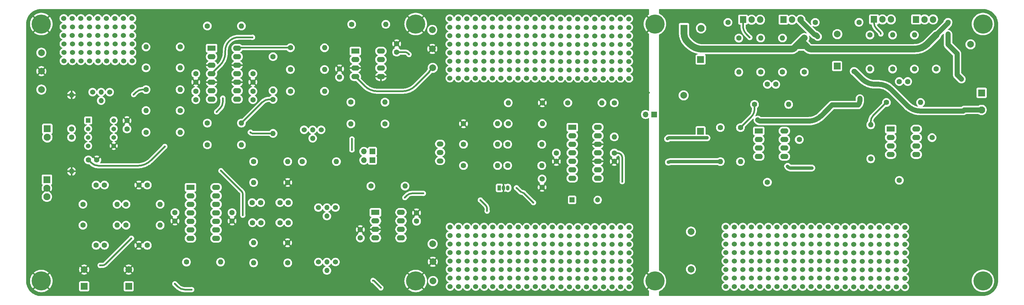
<source format=gbl>
G04 #@! TF.GenerationSoftware,KiCad,Pcbnew,8.0.4*
G04 #@! TF.CreationDate,2024-10-07T12:43:38-04:00*
G04 #@! TF.ProjectId,Signal_Processing_Board,5369676e-616c-45f5-9072-6f6365737369,rev?*
G04 #@! TF.SameCoordinates,Original*
G04 #@! TF.FileFunction,Copper,L2,Bot*
G04 #@! TF.FilePolarity,Positive*
%FSLAX46Y46*%
G04 Gerber Fmt 4.6, Leading zero omitted, Abs format (unit mm)*
G04 Created by KiCad (PCBNEW 8.0.4) date 2024-10-07 12:43:38*
%MOMM*%
%LPD*%
G01*
G04 APERTURE LIST*
G04 #@! TA.AperFunction,ComponentPad*
%ADD10C,2.000000*%
G04 #@! TD*
G04 #@! TA.AperFunction,ComponentPad*
%ADD11R,2.000000X2.000000*%
G04 #@! TD*
G04 #@! TA.AperFunction,ComponentPad*
%ADD12C,1.600000*%
G04 #@! TD*
G04 #@! TA.AperFunction,ComponentPad*
%ADD13C,5.700000*%
G04 #@! TD*
G04 #@! TA.AperFunction,ComponentPad*
%ADD14O,1.600000X1.600000*%
G04 #@! TD*
G04 #@! TA.AperFunction,ComponentPad*
%ADD15R,2.400000X1.600000*%
G04 #@! TD*
G04 #@! TA.AperFunction,ComponentPad*
%ADD16O,2.400000X1.600000*%
G04 #@! TD*
G04 #@! TA.AperFunction,ComponentPad*
%ADD17R,1.700000X1.700000*%
G04 #@! TD*
G04 #@! TA.AperFunction,ComponentPad*
%ADD18O,1.700000X1.700000*%
G04 #@! TD*
G04 #@! TA.AperFunction,ComponentPad*
%ADD19R,2.100000X2.100000*%
G04 #@! TD*
G04 #@! TA.AperFunction,ComponentPad*
%ADD20C,2.100000*%
G04 #@! TD*
G04 #@! TA.AperFunction,ComponentPad*
%ADD21C,1.524000*%
G04 #@! TD*
G04 #@! TA.AperFunction,ComponentPad*
%ADD22O,2.000000X1.500000*%
G04 #@! TD*
G04 #@! TA.AperFunction,ComponentPad*
%ADD23R,1.050000X1.500000*%
G04 #@! TD*
G04 #@! TA.AperFunction,ComponentPad*
%ADD24O,1.050000X1.500000*%
G04 #@! TD*
G04 #@! TA.AperFunction,ComponentPad*
%ADD25O,1.524000X1.524000*%
G04 #@! TD*
G04 #@! TA.AperFunction,ComponentPad*
%ADD26R,1.905000X2.000000*%
G04 #@! TD*
G04 #@! TA.AperFunction,ComponentPad*
%ADD27O,1.905000X2.000000*%
G04 #@! TD*
G04 #@! TA.AperFunction,ComponentPad*
%ADD28R,1.371600X1.371600*%
G04 #@! TD*
G04 #@! TA.AperFunction,ComponentPad*
%ADD29C,1.371600*%
G04 #@! TD*
G04 #@! TA.AperFunction,ComponentPad*
%ADD30O,1.550000X1.550000*%
G04 #@! TD*
G04 #@! TA.AperFunction,ComponentPad*
%ADD31R,1.500000X1.500000*%
G04 #@! TD*
G04 #@! TA.AperFunction,ComponentPad*
%ADD32O,1.500000X1.500000*%
G04 #@! TD*
G04 #@! TA.AperFunction,ViaPad*
%ADD33C,0.600000*%
G04 #@! TD*
G04 #@! TA.AperFunction,ViaPad*
%ADD34C,1.200000*%
G04 #@! TD*
G04 #@! TA.AperFunction,Conductor*
%ADD35C,1.500000*%
G04 #@! TD*
G04 #@! TA.AperFunction,Conductor*
%ADD36C,2.000000*%
G04 #@! TD*
G04 #@! TA.AperFunction,Conductor*
%ADD37C,0.500000*%
G04 #@! TD*
G04 #@! TA.AperFunction,Conductor*
%ADD38C,1.000000*%
G04 #@! TD*
G04 APERTURE END LIST*
D10*
X318340000Y-106512323D03*
D11*
X318340000Y-101512323D03*
X277617677Y-114090000D03*
D10*
X272617677Y-114090000D03*
D11*
X318260000Y-116042323D03*
D10*
X318260000Y-121042323D03*
X358000000Y-109567677D03*
D11*
X358000000Y-114567677D03*
D12*
X324790000Y-102980000D03*
X324790000Y-100480000D03*
X176260000Y-164888536D03*
X176260000Y-167388536D03*
D13*
X264000000Y-103500000D03*
D12*
X155450000Y-110578536D03*
D14*
X165610000Y-110578536D03*
D12*
X347790000Y-116920000D03*
D14*
X347790000Y-106760000D03*
D12*
X206995000Y-133273536D03*
D14*
X217155000Y-133273536D03*
D12*
X297500000Y-150750000D03*
X300000000Y-150750000D03*
X334790000Y-116920000D03*
D14*
X334790000Y-106760000D03*
D12*
X206995000Y-145773536D03*
D14*
X217155000Y-145773536D03*
D12*
X100070000Y-169578536D03*
X97570000Y-169578536D03*
X90280000Y-137328536D03*
D14*
X90280000Y-147488536D03*
D12*
X154820000Y-162828536D03*
X152320000Y-162828536D03*
D15*
X334230000Y-134860000D03*
D16*
X334230000Y-137400000D03*
X334230000Y-139940000D03*
X334230000Y-142480000D03*
X341850000Y-142480000D03*
X341850000Y-139940000D03*
X341850000Y-137400000D03*
X341850000Y-134860000D03*
D12*
X289500000Y-134420000D03*
D14*
X289500000Y-144580000D03*
D12*
X154610000Y-168828536D03*
D14*
X144450000Y-168828536D03*
D12*
X183610000Y-133328536D03*
D14*
X173450000Y-133328536D03*
D12*
X283500000Y-134420000D03*
D14*
X283500000Y-144580000D03*
D17*
X263745000Y-130500000D03*
D18*
X261205000Y-130500000D03*
D13*
X192750000Y-103500000D03*
D12*
X97570000Y-151578536D03*
X100070000Y-151578536D03*
X297500000Y-121500000D03*
X300000000Y-121500000D03*
D10*
X81280000Y-123078536D03*
D19*
X272670000Y-104750000D03*
D20*
X275210000Y-104750000D03*
X277750000Y-104750000D03*
D21*
X207980000Y-101878536D03*
X207980000Y-106958536D03*
X207990000Y-104418536D03*
X207990000Y-109498536D03*
X207990000Y-112038536D03*
X208000000Y-114578536D03*
X208010000Y-117118536D03*
X208020000Y-119658536D03*
X225760000Y-101918536D03*
X225760000Y-106998536D03*
X225770000Y-104458536D03*
X225770000Y-109538536D03*
X225770000Y-112078536D03*
X225780000Y-114618536D03*
X225790000Y-117158536D03*
X225800000Y-119698536D03*
X241000000Y-101948536D03*
X241000000Y-107028536D03*
X241010000Y-104488536D03*
X241010000Y-109568536D03*
X241010000Y-112108536D03*
X241020000Y-114648536D03*
X241030000Y-117188536D03*
X241040000Y-119728536D03*
X256240000Y-101948536D03*
X256240000Y-107028536D03*
X256250000Y-104488536D03*
X256250000Y-109568536D03*
X256250000Y-112108536D03*
X256260000Y-114648536D03*
X256270000Y-117188536D03*
X256280000Y-119728536D03*
X210520000Y-101878536D03*
X210520000Y-106958536D03*
X210530000Y-104418536D03*
X210530000Y-109498536D03*
X210530000Y-112038536D03*
X210540000Y-114578536D03*
X210550000Y-117118536D03*
X210560000Y-119658536D03*
X228300000Y-101918536D03*
X228300000Y-106998536D03*
X228310000Y-104458536D03*
X228310000Y-109538536D03*
X228310000Y-112078536D03*
X228320000Y-114618536D03*
X228330000Y-117158536D03*
X228340000Y-119698536D03*
X243540000Y-101948536D03*
X243540000Y-107028536D03*
X243550000Y-104488536D03*
X243550000Y-109568536D03*
X243550000Y-112108536D03*
X243560000Y-114648536D03*
X243570000Y-117188536D03*
X243580000Y-119728536D03*
X213060000Y-101878536D03*
X213060000Y-106958536D03*
X213070000Y-104418536D03*
X213070000Y-109498536D03*
X213070000Y-112038536D03*
X213080000Y-114578536D03*
X213090000Y-117118536D03*
X213100000Y-119658536D03*
X230840000Y-101918536D03*
X230840000Y-106998536D03*
X230850000Y-104458536D03*
X230850000Y-109538536D03*
X230850000Y-112078536D03*
X230860000Y-114618536D03*
X230870000Y-117158536D03*
X230880000Y-119698536D03*
X246080000Y-101948536D03*
X246080000Y-107028536D03*
X246090000Y-104488536D03*
X246090000Y-109568536D03*
X246090000Y-112108536D03*
X246100000Y-114648536D03*
X246110000Y-117188536D03*
X246120000Y-119728536D03*
X205440000Y-101878536D03*
X205440000Y-106958536D03*
X205450000Y-104418536D03*
X205450000Y-109498536D03*
X205450000Y-112038536D03*
X205460000Y-114578536D03*
X205470000Y-117118536D03*
X205480000Y-119658536D03*
X223220000Y-101918536D03*
X223220000Y-106998536D03*
X223230000Y-104458536D03*
X223230000Y-109538536D03*
X223230000Y-112078536D03*
X223240000Y-114618536D03*
X223250000Y-117158536D03*
X223260000Y-119698536D03*
X238460000Y-101948536D03*
X238460000Y-107028536D03*
X238470000Y-104488536D03*
X238470000Y-109568536D03*
X238470000Y-112108536D03*
X238480000Y-114648536D03*
X238490000Y-117188536D03*
X238500000Y-119728536D03*
X253700000Y-101948536D03*
X253700000Y-107028536D03*
X253710000Y-104488536D03*
X253710000Y-109568536D03*
X253710000Y-112108536D03*
X253720000Y-114648536D03*
X253730000Y-117188536D03*
X253740000Y-119728536D03*
X215600000Y-101878536D03*
X215600000Y-106958536D03*
X215610000Y-104418536D03*
X215610000Y-109498536D03*
X215610000Y-112038536D03*
X215620000Y-114578536D03*
X215630000Y-117118536D03*
X215640000Y-119658536D03*
X233380000Y-101918536D03*
X233380000Y-106998536D03*
X233390000Y-104458536D03*
X233390000Y-109538536D03*
X233390000Y-112078536D03*
X233400000Y-114618536D03*
X233410000Y-117158536D03*
X233420000Y-119698536D03*
X248620000Y-101948536D03*
X248620000Y-107028536D03*
X248630000Y-104488536D03*
X248630000Y-109568536D03*
X248630000Y-112108536D03*
X248640000Y-114648536D03*
X248650000Y-117188536D03*
X248660000Y-119728536D03*
X202900000Y-101878536D03*
X202900000Y-106958536D03*
X202910000Y-104418536D03*
X202910000Y-109498536D03*
X202910000Y-112038536D03*
X202920000Y-114578536D03*
X202930000Y-117118536D03*
X202940000Y-119658536D03*
X218140000Y-101908536D03*
X218140000Y-106988536D03*
X218150000Y-104448536D03*
X218150000Y-109528536D03*
X218150000Y-112068536D03*
X218160000Y-114608536D03*
X218170000Y-117148536D03*
X218180000Y-119688536D03*
X220680000Y-101918536D03*
X220680000Y-106998536D03*
X220690000Y-104458536D03*
X220690000Y-109538536D03*
X220690000Y-112078536D03*
X220700000Y-114618536D03*
X220710000Y-117158536D03*
X220720000Y-119698536D03*
X235920000Y-101948536D03*
X235920000Y-107028536D03*
X235930000Y-104488536D03*
X235930000Y-109568536D03*
X235930000Y-112108536D03*
X235940000Y-114648536D03*
X235950000Y-117188536D03*
X235960000Y-119728536D03*
X251160000Y-101948536D03*
X251160000Y-107028536D03*
X251170000Y-104488536D03*
X251170000Y-109568536D03*
X251170000Y-112108536D03*
X251180000Y-114648536D03*
X251190000Y-117188536D03*
X251200000Y-119728536D03*
D13*
X264000000Y-180250000D03*
D12*
X121070000Y-162328536D03*
X121070000Y-159828536D03*
X158990000Y-144578536D03*
D14*
X169150000Y-144578536D03*
D12*
X150280000Y-125998536D03*
D14*
X150280000Y-136158536D03*
D22*
X200030000Y-144368536D03*
X200030000Y-141828536D03*
X200030000Y-139288536D03*
D10*
X197700000Y-105240000D03*
D23*
X217670000Y-152440000D03*
D24*
X218940000Y-152440000D03*
X220210000Y-152440000D03*
D12*
X173700000Y-103578536D03*
D14*
X183860000Y-103578536D03*
D10*
X274750000Y-176750000D03*
D12*
X351290000Y-102980000D03*
X351290000Y-100480000D03*
D17*
X179855000Y-144153536D03*
D18*
X177315000Y-144153536D03*
D12*
X122610000Y-129328536D03*
D14*
X112450000Y-129328536D03*
D12*
X295500000Y-117830000D03*
D14*
X295500000Y-107670000D03*
D12*
X112450000Y-135828536D03*
D14*
X122610000Y-135828536D03*
D10*
X274750000Y-165500000D03*
D12*
X220155000Y-139423536D03*
D14*
X230315000Y-139423536D03*
D12*
X127280000Y-123578536D03*
X127280000Y-126078536D03*
X155450000Y-117078536D03*
D14*
X165610000Y-117078536D03*
D21*
X163780000Y-174578536D03*
D25*
X166320000Y-174578536D03*
X166320000Y-177118536D03*
D21*
X168860000Y-174578536D03*
D12*
X251905000Y-142023536D03*
X251905000Y-144523536D03*
D11*
X107280000Y-181828536D03*
D10*
X107280000Y-176828536D03*
X81280000Y-112078536D03*
D12*
X130700000Y-139578536D03*
D14*
X140860000Y-139578536D03*
D12*
X307000000Y-138000000D03*
X307000000Y-135500000D03*
D10*
X197870000Y-174488536D03*
D26*
X290250000Y-102195000D03*
D27*
X292790000Y-102195000D03*
X295330000Y-102195000D03*
D15*
X125700000Y-152288536D03*
D16*
X125700000Y-154828536D03*
X125700000Y-157368536D03*
X125700000Y-159908536D03*
X125700000Y-162448536D03*
X125700000Y-164988536D03*
X125700000Y-167528536D03*
X133320000Y-167528536D03*
X133320000Y-164988536D03*
X133320000Y-162448536D03*
X133320000Y-159908536D03*
X133320000Y-157368536D03*
X133320000Y-154828536D03*
X133320000Y-152288536D03*
D12*
X230405000Y-149773536D03*
X230405000Y-152273536D03*
X122610000Y-110328536D03*
D14*
X112450000Y-110328536D03*
D12*
X220305000Y-133273536D03*
D14*
X230465000Y-133273536D03*
D13*
X81250000Y-103500000D03*
D12*
X90280000Y-134828536D03*
D14*
X90280000Y-124668536D03*
D28*
X95220000Y-132268536D03*
D29*
X95220000Y-134808536D03*
X95220000Y-137348536D03*
X95220000Y-139888536D03*
X102840000Y-139888536D03*
X102840000Y-137348536D03*
X102840000Y-134808536D03*
X102840000Y-132268536D03*
D21*
X208030000Y-164128536D03*
X208030000Y-169208536D03*
X208040000Y-166668536D03*
X208040000Y-171748536D03*
X208040000Y-174288536D03*
X208050000Y-176828536D03*
X208060000Y-179368536D03*
X208070000Y-181908536D03*
X225810000Y-164168536D03*
X225810000Y-169248536D03*
X225820000Y-166708536D03*
X225820000Y-171788536D03*
X225820000Y-174328536D03*
X225830000Y-176868536D03*
X225840000Y-179408536D03*
X225850000Y-181948536D03*
X241050000Y-164198536D03*
X241050000Y-169278536D03*
X241060000Y-166738536D03*
X241060000Y-171818536D03*
X241060000Y-174358536D03*
X241070000Y-176898536D03*
X241080000Y-179438536D03*
X241090000Y-181978536D03*
X256290000Y-164198536D03*
X256290000Y-169278536D03*
X256300000Y-166738536D03*
X256300000Y-171818536D03*
X256300000Y-174358536D03*
X256310000Y-176898536D03*
X256320000Y-179438536D03*
X256330000Y-181978536D03*
X210570000Y-164128536D03*
X210570000Y-169208536D03*
X210580000Y-166668536D03*
X210580000Y-171748536D03*
X210580000Y-174288536D03*
X210590000Y-176828536D03*
X210600000Y-179368536D03*
X210610000Y-181908536D03*
X228350000Y-164168536D03*
X228350000Y-169248536D03*
X228360000Y-166708536D03*
X228360000Y-171788536D03*
X228360000Y-174328536D03*
X228370000Y-176868536D03*
X228380000Y-179408536D03*
X228390000Y-181948536D03*
X243590000Y-164198536D03*
X243590000Y-169278536D03*
X243600000Y-166738536D03*
X243600000Y-171818536D03*
X243600000Y-174358536D03*
X243610000Y-176898536D03*
X243620000Y-179438536D03*
X243630000Y-181978536D03*
X213110000Y-164128536D03*
X213110000Y-169208536D03*
X213120000Y-166668536D03*
X213120000Y-171748536D03*
X213120000Y-174288536D03*
X213130000Y-176828536D03*
X213140000Y-179368536D03*
X213150000Y-181908536D03*
X230890000Y-164168536D03*
X230890000Y-169248536D03*
X230900000Y-166708536D03*
X230900000Y-171788536D03*
X230900000Y-174328536D03*
X230910000Y-176868536D03*
X230920000Y-179408536D03*
X230930000Y-181948536D03*
X246130000Y-164198536D03*
X246130000Y-169278536D03*
X246140000Y-166738536D03*
X246140000Y-171818536D03*
X246140000Y-174358536D03*
X246150000Y-176898536D03*
X246160000Y-179438536D03*
X246170000Y-181978536D03*
X205490000Y-164128536D03*
X205490000Y-169208536D03*
X205500000Y-166668536D03*
X205500000Y-171748536D03*
X205500000Y-174288536D03*
X205510000Y-176828536D03*
X205520000Y-179368536D03*
X205530000Y-181908536D03*
X223270000Y-164168536D03*
X223270000Y-169248536D03*
X223280000Y-166708536D03*
X223280000Y-171788536D03*
X223280000Y-174328536D03*
X223290000Y-176868536D03*
X223300000Y-179408536D03*
X223310000Y-181948536D03*
X238510000Y-164198536D03*
X238510000Y-169278536D03*
X238520000Y-166738536D03*
X238520000Y-171818536D03*
X238520000Y-174358536D03*
X238530000Y-176898536D03*
X238540000Y-179438536D03*
X238550000Y-181978536D03*
X253750000Y-164198536D03*
X253750000Y-169278536D03*
X253760000Y-166738536D03*
X253760000Y-171818536D03*
X253760000Y-174358536D03*
X253770000Y-176898536D03*
X253780000Y-179438536D03*
X253790000Y-181978536D03*
X215650000Y-164128536D03*
X215650000Y-169208536D03*
X215660000Y-166668536D03*
X215660000Y-171748536D03*
X215660000Y-174288536D03*
X215670000Y-176828536D03*
X215680000Y-179368536D03*
X215690000Y-181908536D03*
X233430000Y-164168536D03*
X233430000Y-169248536D03*
X233440000Y-166708536D03*
X233440000Y-171788536D03*
X233440000Y-174328536D03*
X233450000Y-176868536D03*
X233460000Y-179408536D03*
X233470000Y-181948536D03*
X248670000Y-164198536D03*
X248670000Y-169278536D03*
X248680000Y-166738536D03*
X248680000Y-171818536D03*
X248680000Y-174358536D03*
X248690000Y-176898536D03*
X248700000Y-179438536D03*
X248710000Y-181978536D03*
X202950000Y-164128536D03*
X202950000Y-169208536D03*
X202960000Y-166668536D03*
X202960000Y-171748536D03*
X202960000Y-174288536D03*
X202970000Y-176828536D03*
X202980000Y-179368536D03*
X202990000Y-181908536D03*
X218190000Y-164158536D03*
X218190000Y-169238536D03*
X218200000Y-166698536D03*
X218200000Y-171778536D03*
X218200000Y-174318536D03*
X218210000Y-176858536D03*
X218220000Y-179398536D03*
X218230000Y-181938536D03*
X220730000Y-164168536D03*
X220730000Y-169248536D03*
X220740000Y-166708536D03*
X220740000Y-171788536D03*
X220740000Y-174328536D03*
X220750000Y-176868536D03*
X220760000Y-179408536D03*
X220770000Y-181948536D03*
X235970000Y-164198536D03*
X235970000Y-169278536D03*
X235980000Y-166738536D03*
X235980000Y-171818536D03*
X235980000Y-174358536D03*
X235990000Y-176898536D03*
X236000000Y-179438536D03*
X236010000Y-181978536D03*
X251210000Y-164198536D03*
X251210000Y-169278536D03*
X251220000Y-166738536D03*
X251220000Y-171818536D03*
X251220000Y-174358536D03*
X251230000Y-176898536D03*
X251240000Y-179438536D03*
X251250000Y-181978536D03*
D12*
X170090000Y-116888536D03*
X170090000Y-119388536D03*
X289000000Y-107690000D03*
D14*
X289000000Y-117850000D03*
D12*
X106490000Y-157328536D03*
D14*
X116650000Y-157328536D03*
D12*
X332960000Y-126920000D03*
D14*
X343120000Y-126920000D03*
D21*
X96530000Y-123828536D03*
D25*
X99070000Y-123828536D03*
X99070000Y-126368536D03*
D21*
X101610000Y-123828536D03*
D12*
X106780000Y-134828536D03*
X106780000Y-132328536D03*
X220155000Y-145773536D03*
D14*
X230315000Y-145773536D03*
D12*
X311750000Y-103000000D03*
X311750000Y-100500000D03*
D10*
X197830000Y-116590000D03*
D12*
X251905000Y-127043536D03*
D14*
X251905000Y-137203536D03*
D12*
X110320000Y-151578536D03*
X112820000Y-151578536D03*
D21*
X290180000Y-164130000D03*
X290180000Y-169210000D03*
X290190000Y-166670000D03*
X290190000Y-171750000D03*
X290190000Y-174290000D03*
X290200000Y-176830000D03*
X290210000Y-179370000D03*
X290220000Y-181910000D03*
X307960000Y-164170000D03*
X307960000Y-169250000D03*
X307970000Y-166710000D03*
X307970000Y-171790000D03*
X307970000Y-174330000D03*
X307980000Y-176870000D03*
X307990000Y-179410000D03*
X308000000Y-181950000D03*
X323200000Y-164200000D03*
X323200000Y-169280000D03*
X323210000Y-166740000D03*
X323210000Y-171820000D03*
X323210000Y-174360000D03*
X323220000Y-176900000D03*
X323230000Y-179440000D03*
X323240000Y-181980000D03*
X338440000Y-164200000D03*
X338440000Y-169280000D03*
X338450000Y-166740000D03*
X338450000Y-171820000D03*
X338450000Y-174360000D03*
X338460000Y-176900000D03*
X338470000Y-179440000D03*
X338480000Y-181980000D03*
X292720000Y-164130000D03*
X292720000Y-169210000D03*
X292730000Y-166670000D03*
X292730000Y-171750000D03*
X292730000Y-174290000D03*
X292740000Y-176830000D03*
X292750000Y-179370000D03*
X292760000Y-181910000D03*
X310500000Y-164170000D03*
X310500000Y-169250000D03*
X310510000Y-166710000D03*
X310510000Y-171790000D03*
X310510000Y-174330000D03*
X310520000Y-176870000D03*
X310530000Y-179410000D03*
X310540000Y-181950000D03*
X325740000Y-164200000D03*
X325740000Y-169280000D03*
X325750000Y-166740000D03*
X325750000Y-171820000D03*
X325750000Y-174360000D03*
X325760000Y-176900000D03*
X325770000Y-179440000D03*
X325780000Y-181980000D03*
X295260000Y-164130000D03*
X295260000Y-169210000D03*
X295270000Y-166670000D03*
X295270000Y-171750000D03*
X295270000Y-174290000D03*
X295280000Y-176830000D03*
X295290000Y-179370000D03*
X295300000Y-181910000D03*
X313040000Y-164170000D03*
X313040000Y-169250000D03*
X313050000Y-166710000D03*
X313050000Y-171790000D03*
X313050000Y-174330000D03*
X313060000Y-176870000D03*
X313070000Y-179410000D03*
X313080000Y-181950000D03*
X328280000Y-164200000D03*
X328280000Y-169280000D03*
X328290000Y-166740000D03*
X328290000Y-171820000D03*
X328290000Y-174360000D03*
X328300000Y-176900000D03*
X328310000Y-179440000D03*
X328320000Y-181980000D03*
X287640000Y-164130000D03*
X287640000Y-169210000D03*
X287650000Y-166670000D03*
X287650000Y-171750000D03*
X287650000Y-174290000D03*
X287660000Y-176830000D03*
X287670000Y-179370000D03*
X287680000Y-181910000D03*
X305420000Y-164170000D03*
X305420000Y-169250000D03*
X305430000Y-166710000D03*
X305430000Y-171790000D03*
X305430000Y-174330000D03*
X305440000Y-176870000D03*
X305450000Y-179410000D03*
X305460000Y-181950000D03*
X320660000Y-164200000D03*
X320660000Y-169280000D03*
X320670000Y-166740000D03*
X320670000Y-171820000D03*
X320670000Y-174360000D03*
X320680000Y-176900000D03*
X320690000Y-179440000D03*
X320700000Y-181980000D03*
X335900000Y-164200000D03*
X335900000Y-169280000D03*
X335910000Y-166740000D03*
X335910000Y-171820000D03*
X335910000Y-174360000D03*
X335920000Y-176900000D03*
X335930000Y-179440000D03*
X335940000Y-181980000D03*
X297800000Y-164130000D03*
X297800000Y-169210000D03*
X297810000Y-166670000D03*
X297810000Y-171750000D03*
X297810000Y-174290000D03*
X297820000Y-176830000D03*
X297830000Y-179370000D03*
X297840000Y-181910000D03*
X315580000Y-164170000D03*
X315580000Y-169250000D03*
X315590000Y-166710000D03*
X315590000Y-171790000D03*
X315590000Y-174330000D03*
X315600000Y-176870000D03*
X315610000Y-179410000D03*
X315620000Y-181950000D03*
X330820000Y-164200000D03*
X330820000Y-169280000D03*
X330830000Y-166740000D03*
X330830000Y-171820000D03*
X330830000Y-174360000D03*
X330840000Y-176900000D03*
X330850000Y-179440000D03*
X330860000Y-181980000D03*
X285100000Y-164130000D03*
X285100000Y-169210000D03*
X285110000Y-166670000D03*
X285110000Y-171750000D03*
X285110000Y-174290000D03*
X285120000Y-176830000D03*
X285130000Y-179370000D03*
X285140000Y-181910000D03*
X300340000Y-164160000D03*
X300340000Y-169240000D03*
X300350000Y-166700000D03*
X300350000Y-171780000D03*
X300350000Y-174320000D03*
X300360000Y-176860000D03*
X300370000Y-179400000D03*
X300380000Y-181940000D03*
X302880000Y-164170000D03*
X302880000Y-169250000D03*
X302890000Y-166710000D03*
X302890000Y-171790000D03*
X302890000Y-174330000D03*
X302900000Y-176870000D03*
X302910000Y-179410000D03*
X302920000Y-181950000D03*
X318120000Y-164200000D03*
X318120000Y-169280000D03*
X318130000Y-166740000D03*
X318130000Y-171820000D03*
X318130000Y-174360000D03*
X318140000Y-176900000D03*
X318150000Y-179440000D03*
X318160000Y-181980000D03*
X333360000Y-164200000D03*
X333360000Y-169280000D03*
X333370000Y-166740000D03*
X333370000Y-171820000D03*
X333370000Y-174360000D03*
X333380000Y-176900000D03*
X333390000Y-179440000D03*
X333400000Y-181980000D03*
D15*
X131970000Y-110708536D03*
D16*
X131970000Y-113248536D03*
X131970000Y-115788536D03*
X131970000Y-118328536D03*
X131970000Y-120868536D03*
X131970000Y-123408536D03*
X131970000Y-125948536D03*
X139590000Y-125948536D03*
X139590000Y-123408536D03*
X139590000Y-120868536D03*
X139590000Y-118328536D03*
X139590000Y-115788536D03*
X139590000Y-113248536D03*
X139590000Y-110708536D03*
D12*
X110320000Y-169578536D03*
X112820000Y-169578536D03*
X154650000Y-150828536D03*
D14*
X144490000Y-150828536D03*
D13*
X361700000Y-180200000D03*
D12*
X127280000Y-120828536D03*
X127280000Y-118328536D03*
D21*
X159530000Y-135078536D03*
D30*
X162070000Y-135078536D03*
X162070000Y-137618536D03*
D21*
X164610000Y-135078536D03*
D12*
X130700000Y-104078536D03*
D14*
X140860000Y-104078536D03*
D26*
X302290000Y-102195000D03*
D27*
X304830000Y-102195000D03*
X307370000Y-102195000D03*
D12*
X336790000Y-150170000D03*
X339290000Y-150170000D03*
D15*
X239405000Y-134323536D03*
D16*
X239405000Y-136863536D03*
X239405000Y-139403536D03*
X239405000Y-141943536D03*
X239405000Y-144483536D03*
X239405000Y-147023536D03*
X239405000Y-149563536D03*
X247025000Y-149563536D03*
X247025000Y-147023536D03*
X247025000Y-144483536D03*
X247025000Y-141943536D03*
X247025000Y-139403536D03*
X247025000Y-136863536D03*
X247025000Y-134323536D03*
D10*
X274750000Y-171250000D03*
D21*
X163780000Y-158328536D03*
D25*
X166320000Y-158328536D03*
X166320000Y-160868536D03*
D21*
X168860000Y-158328536D03*
D12*
X146650000Y-162828536D03*
X144150000Y-162828536D03*
X173450000Y-126828536D03*
D14*
X183610000Y-126828536D03*
D15*
X174780000Y-111578536D03*
D16*
X174780000Y-114118536D03*
X174780000Y-116658536D03*
X174780000Y-119198536D03*
X182400000Y-119198536D03*
X182400000Y-116658536D03*
X182400000Y-114118536D03*
X182400000Y-111578536D03*
D12*
X130700000Y-133078536D03*
D14*
X140860000Y-133078536D03*
D12*
X154820000Y-156828536D03*
X152320000Y-156828536D03*
D15*
X294940000Y-135440000D03*
D16*
X294940000Y-137980000D03*
X294940000Y-140520000D03*
X294940000Y-143060000D03*
X302560000Y-143060000D03*
X302560000Y-140520000D03*
X302560000Y-137980000D03*
X302560000Y-135440000D03*
D19*
X83030000Y-134788536D03*
D20*
X83030000Y-137328536D03*
D12*
X155450000Y-123578536D03*
D14*
X165610000Y-123578536D03*
D10*
X197710000Y-110920000D03*
D12*
X112450000Y-116578536D03*
D14*
X122610000Y-116578536D03*
D10*
X81280000Y-117578536D03*
D12*
X230485000Y-127023536D03*
D14*
X220325000Y-127023536D03*
D12*
X112450000Y-123078536D03*
D14*
X122610000Y-123078536D03*
D12*
X341290000Y-116920000D03*
D14*
X341290000Y-106760000D03*
D21*
X103200000Y-101828536D03*
X103200000Y-106908536D03*
X103210000Y-104368536D03*
X103210000Y-109448536D03*
X103210000Y-111988536D03*
X103220000Y-114528536D03*
X87960000Y-101788536D03*
X87960000Y-106868536D03*
X87970000Y-104328536D03*
X87970000Y-109408536D03*
X87970000Y-111948536D03*
X87980000Y-114488536D03*
X105740000Y-101828536D03*
X105740000Y-106908536D03*
X105750000Y-104368536D03*
X105750000Y-109448536D03*
X105750000Y-111988536D03*
X105760000Y-114528536D03*
X90500000Y-101788536D03*
X90500000Y-106868536D03*
X90510000Y-104328536D03*
X90510000Y-109408536D03*
X90510000Y-111948536D03*
X90520000Y-114488536D03*
X108280000Y-101828536D03*
X108280000Y-106908536D03*
X108290000Y-104368536D03*
X108290000Y-109448536D03*
X108290000Y-111988536D03*
X108300000Y-114528536D03*
X100660000Y-101828536D03*
X100660000Y-106908536D03*
X100670000Y-104368536D03*
X100670000Y-109448536D03*
X100670000Y-111988536D03*
X100680000Y-114528536D03*
X93040000Y-101788536D03*
X93040000Y-106868536D03*
X93050000Y-104328536D03*
X93050000Y-109408536D03*
X93050000Y-111948536D03*
X93060000Y-114488536D03*
X95580000Y-101818536D03*
X95580000Y-106898536D03*
X95590000Y-104358536D03*
X95590000Y-109438536D03*
X95590000Y-111978536D03*
X95600000Y-114518536D03*
X98120000Y-101828536D03*
X98120000Y-106908536D03*
X98130000Y-104368536D03*
X98130000Y-109448536D03*
X98130000Y-111988536D03*
X98140000Y-114528536D03*
D12*
X285750000Y-103000000D03*
X285750000Y-100500000D03*
X336790000Y-120670000D03*
X339290000Y-120670000D03*
X95280000Y-144078536D03*
X97780000Y-144078536D03*
X193010000Y-159888536D03*
X193010000Y-162388536D03*
X144280000Y-123578536D03*
X144280000Y-126078536D03*
D11*
X277607677Y-135500000D03*
D10*
X272607677Y-135500000D03*
D12*
X150280000Y-113248536D03*
D14*
X150280000Y-123408536D03*
D20*
X361300000Y-129130000D03*
X361300000Y-126590000D03*
D19*
X361300000Y-124050000D03*
D11*
X94030000Y-181828536D03*
D10*
X94030000Y-176828536D03*
D12*
X346540000Y-137420000D03*
X346540000Y-134920000D03*
X144280000Y-120828536D03*
X144280000Y-118328536D03*
D15*
X180760000Y-159768536D03*
D16*
X180760000Y-162308536D03*
X180760000Y-164848536D03*
X180760000Y-167388536D03*
X188380000Y-167388536D03*
X188380000Y-164848536D03*
X188380000Y-162308536D03*
X188380000Y-159768536D03*
D13*
X192750000Y-180250000D03*
D12*
X187090000Y-109388536D03*
X187090000Y-111888536D03*
X179430000Y-151888536D03*
D14*
X189590000Y-151888536D03*
D26*
X341790000Y-102120000D03*
D27*
X344330000Y-102120000D03*
X346870000Y-102120000D03*
D12*
X293670000Y-127500000D03*
D14*
X303830000Y-127500000D03*
D12*
X93660000Y-163578536D03*
D14*
X103820000Y-163578536D03*
D12*
X93660000Y-157328536D03*
D14*
X103820000Y-157328536D03*
D12*
X106490000Y-163578536D03*
D14*
X116650000Y-163578536D03*
D12*
X206995000Y-139423536D03*
D14*
X217155000Y-139423536D03*
D13*
X81250000Y-180250000D03*
D26*
X329250000Y-102115000D03*
D27*
X331790000Y-102115000D03*
X334330000Y-102115000D03*
D31*
X239340000Y-156023536D03*
D32*
X246960000Y-156023536D03*
D17*
X179855000Y-141553536D03*
D18*
X177315000Y-141553536D03*
D12*
X302000000Y-117830000D03*
D14*
X302000000Y-107670000D03*
D12*
X238075000Y-127023536D03*
D14*
X248235000Y-127023536D03*
D19*
X82920000Y-149988536D03*
D20*
X82920000Y-152528536D03*
X82920000Y-155068536D03*
D12*
X144490000Y-144578536D03*
D14*
X154650000Y-144578536D03*
D12*
X138070000Y-159828536D03*
X138070000Y-162328536D03*
D10*
X197920000Y-180248536D03*
D11*
X277567677Y-124800000D03*
D10*
X272567677Y-124800000D03*
X197800000Y-169168536D03*
D12*
X154650000Y-174828536D03*
D14*
X144490000Y-174828536D03*
D12*
X328040000Y-106760000D03*
D14*
X328040000Y-116920000D03*
D12*
X146570000Y-156828536D03*
X144070000Y-156828536D03*
X308500000Y-117830000D03*
D14*
X308500000Y-107670000D03*
D12*
X234655000Y-142023536D03*
X234655000Y-144523536D03*
X124490000Y-174578536D03*
D14*
X134650000Y-174578536D03*
D12*
X328290000Y-143750000D03*
D14*
X328290000Y-133590000D03*
D13*
X361700000Y-103500000D03*
D33*
X272800000Y-111800000D03*
X359200000Y-136900000D03*
X353900000Y-126900000D03*
X315200000Y-100200000D03*
X322600000Y-107300000D03*
X321800000Y-103200000D03*
X333200000Y-157400000D03*
X269600000Y-176700000D03*
X281500000Y-154700000D03*
X274200000Y-155200000D03*
X273700000Y-101600000D03*
X314400000Y-114300000D03*
X314700000Y-118700000D03*
X315100000Y-125400000D03*
X317100000Y-146100000D03*
X314400000Y-149900000D03*
X357300000Y-161700000D03*
X331000000Y-152300000D03*
X356500000Y-126500000D03*
X348600000Y-120300000D03*
X342200000Y-113900000D03*
X357900000Y-106700000D03*
X361600000Y-112100000D03*
X360400000Y-118200000D03*
X354800000Y-137900000D03*
X286000000Y-155300000D03*
X280500000Y-182000000D03*
X354900000Y-101400000D03*
X355800000Y-105200000D03*
X345700000Y-112300000D03*
X338400000Y-103100000D03*
X338100000Y-107800000D03*
X331400000Y-118600000D03*
X345600000Y-124300000D03*
X330100000Y-124800000D03*
X344700000Y-132300000D03*
X349200000Y-141600000D03*
X346100000Y-143100000D03*
X338700000Y-143400000D03*
X338600000Y-140500000D03*
X325300000Y-130100000D03*
X320400000Y-131900000D03*
X317700000Y-133200000D03*
X315000000Y-137600000D03*
X320800000Y-137600000D03*
X324400000Y-137900000D03*
X328400000Y-138900000D03*
X324300000Y-140900000D03*
X318800000Y-141200000D03*
X314400000Y-141200000D03*
X301900000Y-130100000D03*
X307300000Y-127600000D03*
X302800000Y-121300000D03*
X298600000Y-114600000D03*
X282500000Y-108200000D03*
X275400000Y-121200000D03*
X277000000Y-117200000D03*
X273600000Y-117500000D03*
X275300000Y-127800000D03*
X275500000Y-131400000D03*
X274200000Y-140900000D03*
X274500000Y-150400000D03*
X273600000Y-160500000D03*
X309900000Y-149400000D03*
X319400000Y-149500000D03*
X346000000Y-152600000D03*
X352900000Y-153800000D03*
X339900000Y-158000000D03*
X337900000Y-154700000D03*
X344000000Y-169100000D03*
X345400000Y-179400000D03*
X356600000Y-179800000D03*
X358700000Y-168500000D03*
X360800000Y-165000000D03*
X360100000Y-157600000D03*
X359200000Y-148700000D03*
X358800000Y-140700000D03*
X360200000Y-134500000D03*
D34*
X355300000Y-119950000D03*
X351300000Y-106500000D03*
D33*
X190780000Y-112578536D03*
X98780000Y-175578536D03*
X108105000Y-167503536D03*
X144155000Y-107453536D03*
X121030000Y-181078536D03*
X126030000Y-182828536D03*
X261500000Y-149250000D03*
X261500000Y-164250000D03*
X214530000Y-124828536D03*
X200030000Y-134578536D03*
X113030000Y-176828536D03*
X98780000Y-130078536D03*
X172530000Y-147328536D03*
X150280000Y-118328536D03*
X177530000Y-170328536D03*
X164780000Y-132078536D03*
X150030000Y-131078536D03*
X168530000Y-103578536D03*
X86530000Y-121328536D03*
X87780000Y-170828536D03*
X116280000Y-171078536D03*
X205280000Y-130078536D03*
X261500000Y-146500000D03*
X219000000Y-156200000D03*
X122530000Y-177828536D03*
X160030000Y-103828536D03*
X120280000Y-177078536D03*
X261500000Y-173750000D03*
X261500000Y-139250000D03*
X125530000Y-138328536D03*
X202280000Y-126578536D03*
X78530000Y-122078536D03*
X126530000Y-144828536D03*
X243030000Y-148078536D03*
X230280000Y-123328536D03*
X78530000Y-113828536D03*
X112280000Y-139328536D03*
X261500000Y-143000000D03*
X215750000Y-153630000D03*
X118280000Y-116578536D03*
X196530000Y-129328536D03*
X160780000Y-160578536D03*
X158780000Y-155078536D03*
X167780000Y-178578536D03*
X250280000Y-152578536D03*
X163530000Y-171078536D03*
X303500000Y-146000000D03*
X261500000Y-166750000D03*
X85530000Y-125328536D03*
X239280000Y-152828536D03*
X219530000Y-123578536D03*
X236280000Y-124078536D03*
X261500000Y-111750000D03*
X261500000Y-159750000D03*
X261500000Y-157000000D03*
X141530000Y-177328536D03*
X86280000Y-164328536D03*
X261500000Y-116500000D03*
X188280000Y-148078536D03*
X83030000Y-129328536D03*
X162780000Y-179328536D03*
X129530000Y-150578536D03*
X129530000Y-157078536D03*
X78280000Y-125328536D03*
X200530000Y-130828536D03*
X83030000Y-146078536D03*
X279500000Y-137500000D03*
X173030000Y-165578536D03*
X78530000Y-111328536D03*
X94280000Y-118578536D03*
X194030000Y-172078536D03*
X93780000Y-122578536D03*
X199030000Y-148578536D03*
X81530000Y-157828536D03*
X91030000Y-166828536D03*
X92780000Y-170328536D03*
X261500000Y-155250000D03*
X261500000Y-126250000D03*
X117530000Y-123328536D03*
X150530000Y-107078536D03*
X106280000Y-120328536D03*
X261500000Y-169500000D03*
X97780000Y-140328536D03*
X261500000Y-108500000D03*
X178780000Y-126828536D03*
X261500000Y-136250000D03*
X83030000Y-142578536D03*
X261500000Y-120000000D03*
X207280000Y-160328536D03*
X171280000Y-130328536D03*
X120030000Y-102328536D03*
X80280000Y-108828536D03*
X133280000Y-144828536D03*
X135280000Y-178828536D03*
X192780000Y-134578536D03*
X116780000Y-177078536D03*
X178030000Y-163828536D03*
X261500000Y-161500000D03*
X160780000Y-166328536D03*
X132780000Y-171328536D03*
X310750000Y-146500000D03*
X267750000Y-137750000D03*
X166780000Y-126578536D03*
X78530000Y-119328536D03*
X178280000Y-133328536D03*
X134780000Y-133328536D03*
X170030000Y-154578536D03*
X126280000Y-115828536D03*
X153530000Y-104078536D03*
X113780000Y-102328536D03*
X261500000Y-152500000D03*
X90780000Y-173328536D03*
X166280000Y-163828536D03*
X224710000Y-149350000D03*
X86530000Y-167828536D03*
X107030000Y-143578536D03*
X102280000Y-117578536D03*
X218530000Y-142828536D03*
X81530000Y-170328536D03*
X120780000Y-172328536D03*
X262250000Y-124000000D03*
X78280000Y-116828536D03*
X173280000Y-171078536D03*
X107030000Y-172078536D03*
X106280000Y-127828536D03*
X119280000Y-144828536D03*
X256530000Y-158328536D03*
X186030000Y-179828536D03*
X117530000Y-129328536D03*
X234030000Y-130078536D03*
X107530000Y-147578536D03*
X90280000Y-181328536D03*
X254280000Y-150578536D03*
X195030000Y-154078536D03*
X190863629Y-123162165D03*
X135310000Y-125670000D03*
X180060000Y-180118536D03*
X182370000Y-182278536D03*
X212030000Y-156078536D03*
X118030000Y-140078536D03*
X189530000Y-155328536D03*
X133480000Y-129730000D03*
X214030000Y-159328536D03*
X134780000Y-147328536D03*
X108780000Y-124578536D03*
X141280000Y-160578536D03*
X143530000Y-135828536D03*
X173780000Y-137828536D03*
X173780000Y-141078536D03*
X227830000Y-156828536D03*
X222780000Y-152410000D03*
D34*
X294625000Y-132125000D03*
X325040000Y-125730000D03*
X312500000Y-107250000D03*
X323290000Y-117626446D03*
D33*
X266500000Y-157000000D03*
X308750000Y-158000000D03*
X320250000Y-158000000D03*
X313750000Y-158000000D03*
X266500000Y-149250000D03*
X266500000Y-173250000D03*
X282000000Y-101250000D03*
X266500000Y-155250000D03*
X266500000Y-122250000D03*
X266500000Y-159750000D03*
X347000000Y-161250000D03*
X266500000Y-124500000D03*
X266500000Y-120000000D03*
X299000000Y-127250000D03*
X283450000Y-121150000D03*
X285000000Y-130250000D03*
X283500000Y-127250000D03*
X266500000Y-166750000D03*
X301750000Y-158000000D03*
X347000000Y-174250000D03*
X326750000Y-158000000D03*
X282250000Y-158000000D03*
X266500000Y-115500000D03*
X266500000Y-117250000D03*
X266500000Y-110500000D03*
X266500000Y-169500000D03*
X351750000Y-161250000D03*
X307000000Y-130250000D03*
X283350000Y-115100000D03*
X351750000Y-164750000D03*
X296000000Y-158000000D03*
X304750000Y-123500000D03*
X268750000Y-141000000D03*
X266500000Y-161500000D03*
X266500000Y-152500000D03*
X351750000Y-174250000D03*
X347790000Y-112480000D03*
X282250000Y-151000000D03*
X266500000Y-113000000D03*
X289500000Y-158000000D03*
X266500000Y-164000000D03*
X331290000Y-106420000D03*
X292250000Y-107500000D03*
X268000000Y-144750000D03*
D35*
X351300000Y-109650000D02*
X351300000Y-106500000D01*
X354000000Y-112350000D02*
X351300000Y-109650000D01*
X355300000Y-119950000D02*
X354000000Y-118650000D01*
X354000000Y-118650000D02*
X354000000Y-112350000D01*
D36*
X341296036Y-111000000D02*
X341316036Y-110980000D01*
X309481875Y-110481875D02*
X309562500Y-110562500D01*
X310618718Y-111000000D02*
X341296036Y-111000000D01*
X341316036Y-110980000D02*
G75*
G03*
X345163785Y-109386200I-36J5441600D01*
G01*
X345163792Y-109386207D02*
X347790000Y-106760000D01*
X309562500Y-110562500D02*
G75*
G03*
X310618718Y-110999992I1056200J1056200D01*
G01*
D35*
X316760884Y-127679115D02*
X313533792Y-130906207D01*
X324530883Y-127679115D02*
X316760884Y-127679115D01*
X355827954Y-129480000D02*
X356177954Y-129130000D01*
X356177954Y-129130000D02*
X361300000Y-129130000D01*
D37*
X192623792Y-121984743D02*
X196785000Y-117823536D01*
X196785000Y-117823536D02*
X196785000Y-117635000D01*
X174780000Y-119198536D02*
X177566207Y-121984743D01*
X181413963Y-123578536D02*
X188776036Y-123578536D01*
X188776036Y-123578536D02*
G75*
G03*
X192623772Y-121984723I-36J5441536D01*
G01*
X196785000Y-117635000D02*
X197830000Y-116590000D01*
X177566207Y-121984743D02*
G75*
G03*
X181413963Y-123578566I3847793J3847743D01*
G01*
X140038593Y-107453536D02*
X144155000Y-107453536D01*
X124017436Y-182828536D02*
X126030000Y-182828536D01*
X189602096Y-111888536D02*
X187090000Y-111888536D01*
X136050000Y-112019268D02*
X136050000Y-111442129D01*
X190435000Y-112233536D02*
X190780000Y-112578536D01*
X100430336Y-175178199D02*
X108105000Y-167503536D01*
X121030000Y-181078536D02*
X121905000Y-181953536D01*
X144155000Y-107453536D02*
X144092500Y-107516036D01*
X99463838Y-175578536D02*
X98897677Y-175578536D01*
X134473669Y-115824866D02*
X131970000Y-118328536D01*
X189602096Y-111888536D02*
G75*
G02*
X190434994Y-112233542I4J-1177864D01*
G01*
X124017436Y-182828536D02*
G75*
G02*
X121904982Y-181953554I-36J2987436D01*
G01*
X137218232Y-108621768D02*
G75*
G03*
X136050023Y-111442129I2820368J-2820332D01*
G01*
X137218232Y-108621768D02*
G75*
G02*
X140038593Y-107453523I2820368J-2820332D01*
G01*
X134473669Y-115824866D02*
G75*
G03*
X136049985Y-112019268I-3805569J3805566D01*
G01*
X100430336Y-175178199D02*
G75*
G02*
X99463838Y-175578562I-966536J966499D01*
G01*
X265750000Y-180250000D02*
X264000000Y-180250000D01*
D38*
X267750000Y-137750000D02*
X267875000Y-137625000D01*
X303750000Y-146250000D02*
X303500000Y-146000000D01*
X268176776Y-137500000D02*
X279500000Y-137500000D01*
X310750000Y-146500000D02*
X304353553Y-146500000D01*
X268176776Y-137500000D02*
G75*
G03*
X267875007Y-137625007I24J-426800D01*
G01*
X303750000Y-146250000D02*
G75*
G03*
X304353553Y-146500019I603600J603600D01*
G01*
D37*
X214030000Y-159328536D02*
X214030000Y-158703536D01*
X135310000Y-125670000D02*
X135310000Y-126785000D01*
X189530000Y-155328536D02*
X190155000Y-154703536D01*
X212030000Y-156078536D02*
X213588058Y-157636594D01*
X96155000Y-144953536D02*
X95280000Y-144078536D01*
X134521575Y-128688424D02*
X133480000Y-129730000D01*
X254280000Y-143397756D02*
X254280000Y-150578536D01*
X180135000Y-180118536D02*
X180060000Y-180118536D01*
X195030000Y-154078536D02*
X191663883Y-154078536D01*
X118030000Y-140078536D02*
X113873792Y-144234743D01*
X98267436Y-145828536D02*
X110026036Y-145828536D01*
X182370000Y-182278536D02*
X180263033Y-180171569D01*
X252905779Y-142023536D02*
X251905000Y-142023536D01*
X113873792Y-144234743D02*
G75*
G02*
X110026036Y-145828565I-3847792J3847743D01*
G01*
X134521575Y-128688424D02*
G75*
G03*
X135310013Y-126785000I-1903375J1903424D01*
G01*
X254280000Y-143397756D02*
G75*
G03*
X253877474Y-142426062I-1374200J-44D01*
G01*
X98267436Y-145828536D02*
G75*
G02*
X96154982Y-144953554I-36J2987436D01*
G01*
X180135000Y-180118536D02*
G75*
G02*
X180263033Y-180171569I0J-181064D01*
G01*
X190155000Y-154703536D02*
G75*
G02*
X191663883Y-154078519I1508900J-1508864D01*
G01*
X253877500Y-142426036D02*
G75*
G03*
X252905779Y-142023563I-971700J-971764D01*
G01*
X214030000Y-158703536D02*
G75*
G03*
X213588079Y-157636573I-1508900J36D01*
G01*
X140546161Y-153094697D02*
X134780000Y-147328536D01*
X140930000Y-153478536D02*
X140588838Y-153137374D01*
X141280000Y-160578536D02*
X141280000Y-154323510D01*
X111340660Y-123078536D02*
X112450000Y-123078536D01*
X109530000Y-123828536D02*
X108780000Y-124578536D01*
X140546161Y-153094697D02*
G75*
G02*
X140554968Y-153116036I-21361J-21303D01*
G01*
X109530000Y-123828536D02*
G75*
G02*
X111340660Y-123078509I1810700J-1810664D01*
G01*
X140930000Y-153478536D02*
G75*
G02*
X141279985Y-154323510I-845000J-844964D01*
G01*
X140567500Y-153128536D02*
G75*
G02*
X140588835Y-153137377I0J-30164D01*
G01*
X140567500Y-153128536D02*
G75*
G02*
X140554964Y-153116036I0J12536D01*
G01*
X149110000Y-125998536D02*
X150280000Y-125998536D01*
X147112685Y-126825850D02*
X140860000Y-133078536D01*
X147112685Y-126825850D02*
G75*
G02*
X149110000Y-125998545I1997315J-1997350D01*
G01*
X143530000Y-135828536D02*
X143695000Y-135993536D01*
X144093345Y-136158536D02*
X150280000Y-136158536D01*
X143695000Y-135993536D02*
G75*
G03*
X144093345Y-136158507I398300J398336D01*
G01*
X173780000Y-141078536D02*
X173780000Y-137828536D01*
X227830000Y-156828536D02*
X225021048Y-154019584D01*
X222780000Y-152410000D02*
X223943071Y-153573071D01*
X223943071Y-153573071D02*
G75*
G03*
X224482060Y-153796361I539029J538971D01*
G01*
X225021048Y-154019584D02*
G75*
G03*
X224482060Y-153796364I-538948J-539016D01*
G01*
X139650000Y-110768536D02*
X139710000Y-110828536D01*
X139811923Y-110578536D02*
X155450000Y-110578536D01*
X139650000Y-110648536D02*
X139655000Y-110643536D01*
X139650000Y-110648536D02*
G75*
G03*
X139650036Y-110768500I60000J-59964D01*
G01*
X139655000Y-110643536D02*
G75*
G02*
X139811923Y-110578535I156900J-156864D01*
G01*
D35*
X294812500Y-132312500D02*
X294625000Y-132125000D01*
X309686036Y-132500000D02*
X295265165Y-132500000D01*
X325040000Y-126449999D02*
X325040000Y-125730000D01*
X294812500Y-132312500D02*
G75*
G03*
X295265165Y-132500014I452700J452700D01*
G01*
X324530883Y-127679115D02*
G75*
G03*
X325040008Y-126449999I-1229083J1229115D01*
G01*
X313533792Y-130906207D02*
G75*
G02*
X309686036Y-132500010I-3847792J3847807D01*
G01*
D36*
X308042500Y-108127500D02*
X308500000Y-107670000D01*
X309125000Y-110125000D02*
X309042500Y-110042500D01*
X307127500Y-109042500D02*
X308042500Y-108127500D01*
X274276207Y-109406207D02*
X273748337Y-108878337D01*
D35*
X351191005Y-103358994D02*
X347790000Y-106760000D01*
D36*
X309401250Y-110401250D02*
X309481875Y-110481875D01*
X272670000Y-106275000D02*
X272670000Y-104750000D01*
X309125000Y-110125000D02*
X309042500Y-110042500D01*
X309207500Y-110207500D02*
X309125000Y-110125000D01*
X305529687Y-110640312D02*
X305556875Y-110613125D01*
X305611250Y-110558750D02*
X305720000Y-110450000D01*
X305502500Y-110667500D02*
X305507031Y-110662968D01*
X309290000Y-110290000D02*
X309401250Y-110401250D01*
X305507031Y-110662968D02*
X305516093Y-110653905D01*
X305611250Y-110558750D02*
X305556875Y-110613125D01*
X307127500Y-109042500D02*
X306022500Y-110147500D01*
X305611250Y-110558750D02*
X305720000Y-110450000D01*
X305611250Y-110558750D02*
X305556875Y-110613125D01*
X309290000Y-110290000D02*
X309207500Y-110207500D01*
X304699773Y-111000000D02*
X278123963Y-111000000D01*
X305529687Y-110640312D02*
X305516093Y-110653905D01*
X305529687Y-110640312D02*
X305556875Y-110613125D01*
X306022500Y-110147500D02*
X305720000Y-110450000D01*
X309535625Y-110535625D02*
X309481875Y-110481875D01*
X309290000Y-110290000D02*
X309207500Y-110207500D01*
X309401250Y-110401250D02*
X309481875Y-110481875D01*
X309290000Y-110290000D02*
X309401250Y-110401250D01*
X305516093Y-110653905D02*
X305507031Y-110662968D01*
D35*
X351290000Y-103120000D02*
X351290000Y-102980000D01*
D36*
X306475165Y-109960000D02*
X308843327Y-109960000D01*
X306022500Y-110147500D02*
X305720000Y-110450000D01*
X308042500Y-109042500D02*
X309042500Y-110042500D01*
X309207500Y-110207500D02*
X309125000Y-110125000D01*
X305529687Y-110640312D02*
X305516093Y-110653905D01*
X305516093Y-110653905D02*
X305516093Y-110653905D01*
X309042500Y-110042500D02*
X309042500Y-110042500D01*
X309207500Y-110207500D02*
X309207500Y-110207500D01*
X309042500Y-110042500D02*
G75*
G03*
X308843327Y-109959989I-199200J-199200D01*
G01*
D35*
X351191005Y-103358994D02*
G75*
G03*
X351289996Y-103120000I-239005J238994D01*
G01*
D36*
X309401250Y-110401250D02*
X309401250Y-110401250D01*
X307127500Y-109042500D02*
G75*
G02*
X308042500Y-109042500I457500J-457499D01*
G01*
X309125000Y-110125000D02*
X309125000Y-110125000D01*
X309290000Y-110290000D02*
X309290000Y-110290000D01*
X305556875Y-110613125D02*
X305556875Y-110613125D01*
X272670000Y-106275000D02*
G75*
G03*
X273748332Y-108878342I3681700J0D01*
G01*
X305720000Y-110450000D02*
X305720000Y-110450000D01*
X305529687Y-110640312D02*
X305529687Y-110640312D01*
X306022500Y-110147500D02*
G75*
G02*
X306475165Y-109959986I452700J-452700D01*
G01*
X274276207Y-109406207D02*
G75*
G03*
X278123963Y-111000011I3847793J3847807D01*
G01*
X305502500Y-110667500D02*
G75*
G02*
X304699773Y-110999989I-802700J802700D01*
G01*
X305611250Y-110558750D02*
X305611250Y-110558750D01*
X308042500Y-109042500D02*
G75*
G02*
X308042500Y-108127500I457500J457500D01*
G01*
X309481875Y-110481875D02*
X309481875Y-110481875D01*
X306022500Y-110147500D02*
X306022500Y-110147500D01*
D37*
X328997106Y-130882893D02*
X332960000Y-126920000D01*
X328290000Y-132590000D02*
X328290000Y-133590000D01*
X328290000Y-132590000D02*
G75*
G02*
X328997109Y-130882896I2414200J0D01*
G01*
D35*
X330536036Y-121480000D02*
X329543963Y-121480000D01*
X339196207Y-127886207D02*
X334383792Y-123073792D01*
X312500000Y-107250000D02*
X312091874Y-106841874D01*
X355827954Y-129480000D02*
X343043963Y-129480000D01*
X311485649Y-106615649D02*
X307370000Y-102500000D01*
X323491706Y-117679132D02*
X325848622Y-120036048D01*
X323290000Y-117626446D02*
X323364510Y-117626446D01*
X311829586Y-106733231D02*
X311675941Y-106733231D01*
X330536036Y-121480000D02*
G75*
G02*
X334383784Y-123073800I-36J-5441600D01*
G01*
X339196207Y-127886207D02*
G75*
G03*
X343043963Y-129480011I3847793J3847807D01*
G01*
X311675941Y-106733231D02*
G75*
G02*
X311485647Y-106615651I170259J488331D01*
G01*
X323491706Y-117679132D02*
G75*
G03*
X323364510Y-117626430I-127206J-127168D01*
G01*
X329543963Y-121480000D02*
G75*
G02*
X325848631Y-120036039I3337J5459000D01*
G01*
X312091874Y-106841874D02*
G75*
G03*
X311829586Y-106733252I-262274J-262326D01*
G01*
D37*
X292697728Y-131222271D02*
X289500000Y-134420000D01*
X293670000Y-128875000D02*
X293670000Y-127500000D01*
X292697728Y-131222271D02*
G75*
G03*
X293670012Y-128875000I-2347228J2347271D01*
G01*
X331290000Y-106420000D02*
X331290000Y-106295000D01*
X329962410Y-104842410D02*
X331201611Y-106081611D01*
X329250000Y-103122500D02*
X329250000Y-102115000D01*
X329962410Y-104842410D02*
G75*
G02*
X329249994Y-103122500I1719890J1719910D01*
G01*
X331201611Y-106081611D02*
G75*
G02*
X331289993Y-106295000I-213411J-213389D01*
G01*
X290250000Y-104085786D02*
X290250000Y-102500000D01*
X291250000Y-106500000D02*
X292250000Y-107500000D01*
X291250000Y-106500000D02*
G75*
G02*
X290250006Y-104085786I2414200J2414200D01*
G01*
D38*
X268129791Y-144750000D02*
X268000000Y-144750000D01*
X268540208Y-144580000D02*
X283500000Y-144580000D01*
X268540208Y-144580000D02*
G75*
G03*
X268334998Y-144664998I-8J-290200D01*
G01*
X268129791Y-144750000D02*
G75*
G03*
X268335002Y-144665002I9J290200D01*
G01*
G04 #@! TA.AperFunction,Conductor*
G36*
X262193039Y-99020185D02*
G01*
X262238794Y-99072989D01*
X262250000Y-99124500D01*
X262250000Y-100573197D01*
X262230315Y-100640236D01*
X262189930Y-100679447D01*
X262117260Y-100723171D01*
X261828075Y-100943002D01*
X261811888Y-100958335D01*
X261811887Y-100958335D01*
X262250000Y-101396447D01*
X262250000Y-102103552D01*
X261460970Y-101314522D01*
X261460969Y-101314523D01*
X261329177Y-101469680D01*
X261329170Y-101469690D01*
X261125318Y-101770348D01*
X261125316Y-101770352D01*
X260955161Y-102091297D01*
X260955152Y-102091315D01*
X260820697Y-102428772D01*
X260820695Y-102428779D01*
X260723519Y-102778777D01*
X260723517Y-102778785D01*
X260664746Y-103137271D01*
X260645080Y-103499997D01*
X260645080Y-103500002D01*
X260664746Y-103862728D01*
X260723517Y-104221214D01*
X260723519Y-104221222D01*
X260820695Y-104571220D01*
X260820697Y-104571227D01*
X260955152Y-104908684D01*
X260955161Y-104908702D01*
X261125316Y-105229647D01*
X261125318Y-105229651D01*
X261329170Y-105530309D01*
X261329177Y-105530319D01*
X261460969Y-105685475D01*
X261460970Y-105685475D01*
X262250000Y-104896445D01*
X262250000Y-105603550D01*
X261811888Y-106041662D01*
X261811888Y-106041664D01*
X261828070Y-106056992D01*
X261828071Y-106056993D01*
X262117266Y-106276832D01*
X262117269Y-106276834D01*
X262189928Y-106320551D01*
X262237223Y-106371980D01*
X262250000Y-106426802D01*
X262250000Y-129344858D01*
X262230315Y-129411897D01*
X262177511Y-129457652D01*
X262108353Y-129467596D01*
X262054877Y-129446433D01*
X261882834Y-129325967D01*
X261882830Y-129325965D01*
X261882828Y-129325964D01*
X261668663Y-129226097D01*
X261668659Y-129226096D01*
X261668655Y-129226094D01*
X261440413Y-129164938D01*
X261440403Y-129164936D01*
X261205001Y-129144341D01*
X261204999Y-129144341D01*
X260969596Y-129164936D01*
X260969586Y-129164938D01*
X260741344Y-129226094D01*
X260741335Y-129226098D01*
X260527171Y-129325964D01*
X260527169Y-129325965D01*
X260333597Y-129461505D01*
X260166505Y-129628597D01*
X260030965Y-129822169D01*
X260030964Y-129822171D01*
X259931098Y-130036335D01*
X259931094Y-130036344D01*
X259869938Y-130264586D01*
X259869936Y-130264596D01*
X259849341Y-130499999D01*
X259849341Y-130500000D01*
X259869936Y-130735403D01*
X259869938Y-130735413D01*
X259931094Y-130963655D01*
X259931096Y-130963659D01*
X259931097Y-130963663D01*
X259986389Y-131082236D01*
X260030965Y-131177830D01*
X260030967Y-131177834D01*
X260128966Y-131317790D01*
X260166505Y-131371401D01*
X260333599Y-131538495D01*
X260355123Y-131553566D01*
X260527165Y-131674032D01*
X260527167Y-131674033D01*
X260527170Y-131674035D01*
X260741337Y-131773903D01*
X260969592Y-131835063D01*
X261157918Y-131851539D01*
X261204999Y-131855659D01*
X261205000Y-131855659D01*
X261205001Y-131855659D01*
X261249176Y-131851794D01*
X261440408Y-131835063D01*
X261668663Y-131773903D01*
X261882830Y-131674035D01*
X262054878Y-131553565D01*
X262121082Y-131531239D01*
X262188850Y-131548249D01*
X262236663Y-131599197D01*
X262250000Y-131655141D01*
X262250000Y-177323197D01*
X262230315Y-177390236D01*
X262189930Y-177429447D01*
X262117260Y-177473171D01*
X261828075Y-177693002D01*
X261811888Y-177708335D01*
X261811887Y-177708335D01*
X262250000Y-178146447D01*
X262250000Y-178853552D01*
X261460970Y-178064522D01*
X261460969Y-178064523D01*
X261329177Y-178219680D01*
X261329170Y-178219690D01*
X261125318Y-178520348D01*
X261125316Y-178520352D01*
X260955161Y-178841297D01*
X260955152Y-178841315D01*
X260820697Y-179178772D01*
X260820695Y-179178779D01*
X260723519Y-179528777D01*
X260723517Y-179528785D01*
X260664746Y-179887271D01*
X260645080Y-180249997D01*
X260645080Y-180250002D01*
X260664746Y-180612728D01*
X260723517Y-180971214D01*
X260723519Y-180971222D01*
X260820695Y-181321220D01*
X260820697Y-181321227D01*
X260955152Y-181658684D01*
X260955161Y-181658702D01*
X261125316Y-181979647D01*
X261125318Y-181979651D01*
X261329170Y-182280309D01*
X261329177Y-182280319D01*
X261460969Y-182435475D01*
X261460970Y-182435475D01*
X262250000Y-181646445D01*
X262250000Y-182353550D01*
X261811888Y-182791662D01*
X261811888Y-182791664D01*
X261828070Y-182806992D01*
X261828071Y-182806993D01*
X262117266Y-183026832D01*
X262117269Y-183026834D01*
X262189928Y-183070551D01*
X262237223Y-183121980D01*
X262250000Y-183176802D01*
X262250000Y-184593250D01*
X262230315Y-184660289D01*
X262177511Y-184706044D01*
X262126022Y-184717250D01*
X81222722Y-184749499D01*
X81217291Y-184749381D01*
X80833249Y-184732614D01*
X80822473Y-184731671D01*
X80444042Y-184681849D01*
X80433389Y-184679971D01*
X80060727Y-184597354D01*
X80050278Y-184594554D01*
X79686244Y-184479775D01*
X79676078Y-184476075D01*
X79323427Y-184330002D01*
X79313623Y-184325430D01*
X78975057Y-184149183D01*
X78965689Y-184143775D01*
X78643755Y-183938681D01*
X78634894Y-183932476D01*
X78332069Y-183700110D01*
X78323782Y-183693156D01*
X78042364Y-183435284D01*
X78034715Y-183427635D01*
X77776843Y-183146217D01*
X77769889Y-183137930D01*
X77537523Y-182835105D01*
X77531318Y-182826244D01*
X77510235Y-182793151D01*
X77326223Y-182504309D01*
X77320816Y-182494942D01*
X77312523Y-182479012D01*
X77144566Y-182156369D01*
X77139997Y-182146572D01*
X76993920Y-181793911D01*
X76990224Y-181783755D01*
X76875442Y-181419710D01*
X76872648Y-181409284D01*
X76790025Y-181036597D01*
X76788152Y-181025971D01*
X76738326Y-180647506D01*
X76737386Y-180636771D01*
X76720618Y-180252702D01*
X76720559Y-180249997D01*
X77895080Y-180249997D01*
X77895080Y-180250002D01*
X77914746Y-180612728D01*
X77973517Y-180971214D01*
X77973519Y-180971222D01*
X78070695Y-181321220D01*
X78070697Y-181321227D01*
X78205152Y-181658684D01*
X78205161Y-181658702D01*
X78375316Y-181979647D01*
X78375318Y-181979651D01*
X78579170Y-182280309D01*
X78579177Y-182280319D01*
X78710969Y-182435475D01*
X78710970Y-182435475D01*
X79955748Y-181190698D01*
X80029588Y-181292330D01*
X80207670Y-181470412D01*
X80309300Y-181544251D01*
X79061888Y-182791662D01*
X79061888Y-182791664D01*
X79078070Y-182806992D01*
X79078071Y-182806993D01*
X79367266Y-183026832D01*
X79367282Y-183026843D01*
X79678522Y-183214109D01*
X79678535Y-183214116D01*
X80008205Y-183366639D01*
X80008210Y-183366640D01*
X80352461Y-183482632D01*
X80707235Y-183560724D01*
X81068366Y-183599999D01*
X81068374Y-183600000D01*
X81431626Y-183600000D01*
X81431633Y-183599999D01*
X81792764Y-183560724D01*
X82147538Y-183482632D01*
X82491789Y-183366640D01*
X82491794Y-183366639D01*
X82821464Y-183214116D01*
X82821477Y-183214109D01*
X83132717Y-183026843D01*
X83132733Y-183026832D01*
X83421929Y-182806992D01*
X83438110Y-182791664D01*
X83438110Y-182791663D01*
X82190698Y-181544251D01*
X82292330Y-181470412D01*
X82470412Y-181292330D01*
X82544251Y-181190698D01*
X83789028Y-182435475D01*
X83789029Y-182435475D01*
X83920827Y-182280311D01*
X83920838Y-182280297D01*
X84124681Y-181979651D01*
X84124683Y-181979647D01*
X84294838Y-181658702D01*
X84294847Y-181658684D01*
X84429302Y-181321227D01*
X84429304Y-181321220D01*
X84526480Y-180971222D01*
X84526482Y-180971214D01*
X84557720Y-180780671D01*
X92529500Y-180780671D01*
X92529500Y-182876406D01*
X92529501Y-182876412D01*
X92535908Y-182936019D01*
X92586202Y-183070864D01*
X92586206Y-183070871D01*
X92672452Y-183186080D01*
X92672455Y-183186083D01*
X92787664Y-183272329D01*
X92787671Y-183272333D01*
X92922517Y-183322627D01*
X92922516Y-183322627D01*
X92929444Y-183323371D01*
X92982127Y-183329036D01*
X95077872Y-183329035D01*
X95137483Y-183322627D01*
X95272331Y-183272332D01*
X95387546Y-183186082D01*
X95473796Y-183070867D01*
X95524091Y-182936019D01*
X95530500Y-182876409D01*
X95530499Y-180780671D01*
X105779500Y-180780671D01*
X105779500Y-182876406D01*
X105779501Y-182876412D01*
X105785908Y-182936019D01*
X105836202Y-183070864D01*
X105836206Y-183070871D01*
X105922452Y-183186080D01*
X105922455Y-183186083D01*
X106037664Y-183272329D01*
X106037671Y-183272333D01*
X106172517Y-183322627D01*
X106172516Y-183322627D01*
X106179444Y-183323371D01*
X106232127Y-183329036D01*
X108327872Y-183329035D01*
X108387483Y-183322627D01*
X108522331Y-183272332D01*
X108637546Y-183186082D01*
X108723796Y-183070867D01*
X108774091Y-182936019D01*
X108780500Y-182876409D01*
X108780499Y-181078532D01*
X120224435Y-181078532D01*
X120224435Y-181078539D01*
X120244630Y-181257785D01*
X120244631Y-181257790D01*
X120304211Y-181428059D01*
X120377747Y-181545090D01*
X120400184Y-181580798D01*
X120527738Y-181708352D01*
X120680478Y-181804325D01*
X120680480Y-181804325D01*
X120680484Y-181804328D01*
X120686756Y-181807349D01*
X120685869Y-181809189D01*
X120721939Y-181831843D01*
X121314203Y-182424107D01*
X121314224Y-182424130D01*
X121338713Y-182448618D01*
X121338753Y-182448692D01*
X121489701Y-182599640D01*
X121636899Y-182723151D01*
X121720330Y-182793157D01*
X121739753Y-182809454D01*
X121839594Y-182879362D01*
X122007125Y-182996666D01*
X122092696Y-183046069D01*
X122254406Y-183139430D01*
X122289802Y-183159865D01*
X122585627Y-183297807D01*
X122585637Y-183297810D01*
X122585640Y-183297812D01*
X122892329Y-183409435D01*
X122892357Y-183409444D01*
X122975150Y-183431627D01*
X123207632Y-183493918D01*
X123207648Y-183493920D01*
X123207653Y-183493922D01*
X123342174Y-183517639D01*
X123529079Y-183550594D01*
X123854243Y-183579038D01*
X124017444Y-183579036D01*
X124017446Y-183579036D01*
X125730028Y-183579036D01*
X125770983Y-183585994D01*
X125850745Y-183613904D01*
X125850750Y-183613905D01*
X126029996Y-183634101D01*
X126030000Y-183634101D01*
X126030004Y-183634101D01*
X126209249Y-183613905D01*
X126209252Y-183613904D01*
X126209255Y-183613904D01*
X126379522Y-183554325D01*
X126532262Y-183458352D01*
X126659816Y-183330798D01*
X126755789Y-183178058D01*
X126815368Y-183007791D01*
X126815562Y-183006069D01*
X126835565Y-182828539D01*
X126835565Y-182828532D01*
X126815369Y-182649286D01*
X126815368Y-182649281D01*
X126777898Y-182542198D01*
X126755789Y-182479014D01*
X126749086Y-182468347D01*
X126691535Y-182376755D01*
X126659816Y-182326274D01*
X126532262Y-182198720D01*
X126457225Y-182151571D01*
X126379523Y-182102747D01*
X126209254Y-182043167D01*
X126209249Y-182043166D01*
X126030004Y-182022971D01*
X126029996Y-182022971D01*
X125850750Y-182043166D01*
X125850745Y-182043167D01*
X125770983Y-182071078D01*
X125730028Y-182078036D01*
X124102441Y-182078036D01*
X124102421Y-182078035D01*
X124020904Y-182078035D01*
X124013953Y-182077840D01*
X123773920Y-182064364D01*
X123760101Y-182062807D01*
X123526525Y-182023123D01*
X123512968Y-182020029D01*
X123285304Y-181954442D01*
X123272179Y-181949850D01*
X123053276Y-181859180D01*
X123040753Y-181853149D01*
X122833376Y-181738539D01*
X122821616Y-181731149D01*
X122817837Y-181728468D01*
X122761457Y-181688465D01*
X122628388Y-181594049D01*
X122617516Y-181585379D01*
X122438603Y-181425495D01*
X122433548Y-181420716D01*
X121783307Y-180770475D01*
X121760653Y-180734405D01*
X121758813Y-180735292D01*
X121755792Y-180729020D01*
X121755789Y-180729016D01*
X121755789Y-180729014D01*
X121659816Y-180576274D01*
X121532262Y-180448720D01*
X121469629Y-180409365D01*
X121379523Y-180352747D01*
X121209254Y-180293167D01*
X121209249Y-180293166D01*
X121030004Y-180272971D01*
X121029996Y-180272971D01*
X120850750Y-180293166D01*
X120850745Y-180293167D01*
X120680476Y-180352747D01*
X120527737Y-180448720D01*
X120400184Y-180576273D01*
X120304211Y-180729012D01*
X120244631Y-180899281D01*
X120244630Y-180899286D01*
X120224435Y-181078532D01*
X108780499Y-181078532D01*
X108780499Y-180780664D01*
X108774091Y-180721053D01*
X108759469Y-180681850D01*
X108723797Y-180586207D01*
X108723793Y-180586200D01*
X108637547Y-180470991D01*
X108637544Y-180470988D01*
X108522335Y-180384742D01*
X108522328Y-180384738D01*
X108387482Y-180334444D01*
X108387483Y-180334444D01*
X108327883Y-180328037D01*
X108327881Y-180328036D01*
X108327873Y-180328036D01*
X108327864Y-180328036D01*
X106232129Y-180328036D01*
X106232123Y-180328037D01*
X106172516Y-180334444D01*
X106037671Y-180384738D01*
X106037664Y-180384742D01*
X105922455Y-180470988D01*
X105922452Y-180470991D01*
X105836206Y-180586200D01*
X105836202Y-180586207D01*
X105785908Y-180721053D01*
X105779501Y-180780652D01*
X105779501Y-180780659D01*
X105779500Y-180780671D01*
X95530499Y-180780671D01*
X95530499Y-180780664D01*
X95524091Y-180721053D01*
X95509469Y-180681850D01*
X95473797Y-180586207D01*
X95473793Y-180586200D01*
X95387547Y-180470991D01*
X95387544Y-180470988D01*
X95272335Y-180384742D01*
X95272328Y-180384738D01*
X95137482Y-180334444D01*
X95137483Y-180334444D01*
X95077883Y-180328037D01*
X95077881Y-180328036D01*
X95077873Y-180328036D01*
X95077864Y-180328036D01*
X92982129Y-180328036D01*
X92982123Y-180328037D01*
X92922516Y-180334444D01*
X92787671Y-180384738D01*
X92787664Y-180384742D01*
X92672455Y-180470988D01*
X92672452Y-180470991D01*
X92586206Y-180586200D01*
X92586202Y-180586207D01*
X92535908Y-180721053D01*
X92529501Y-180780652D01*
X92529501Y-180780659D01*
X92529500Y-180780671D01*
X84557720Y-180780671D01*
X84585253Y-180612728D01*
X84604920Y-180250002D01*
X84604920Y-180249997D01*
X84597792Y-180118532D01*
X179254435Y-180118532D01*
X179254435Y-180118539D01*
X179274630Y-180297785D01*
X179274631Y-180297790D01*
X179334211Y-180468059D01*
X179419348Y-180603553D01*
X179430184Y-180620798D01*
X179557738Y-180748352D01*
X179613276Y-180783249D01*
X179705192Y-180841004D01*
X179710478Y-180844325D01*
X179880745Y-180903904D01*
X179897643Y-180905807D01*
X179962056Y-180932872D01*
X179971443Y-180941347D01*
X181616692Y-182586595D01*
X181639358Y-182622661D01*
X181641188Y-182621780D01*
X181644209Y-182628054D01*
X181644211Y-182628058D01*
X181740184Y-182780798D01*
X181867738Y-182908352D01*
X181911768Y-182936018D01*
X182008288Y-182996666D01*
X182020478Y-183004325D01*
X182190745Y-183063904D01*
X182190750Y-183063905D01*
X182369996Y-183084101D01*
X182370000Y-183084101D01*
X182370004Y-183084101D01*
X182549249Y-183063905D01*
X182549252Y-183063904D01*
X182549255Y-183063904D01*
X182719522Y-183004325D01*
X182872262Y-182908352D01*
X182999816Y-182780798D01*
X183095789Y-182628058D01*
X183155368Y-182457791D01*
X183155869Y-182453347D01*
X183175565Y-182278539D01*
X183175565Y-182278532D01*
X183155369Y-182099286D01*
X183155368Y-182099281D01*
X183143150Y-182064364D01*
X183095789Y-181929014D01*
X182999816Y-181776274D01*
X182872262Y-181648720D01*
X182719522Y-181552747D01*
X182719518Y-181552745D01*
X182713244Y-181549724D01*
X182714125Y-181547894D01*
X182678059Y-181525228D01*
X181402829Y-180249997D01*
X189395080Y-180249997D01*
X189395080Y-180250002D01*
X189414746Y-180612728D01*
X189473517Y-180971214D01*
X189473519Y-180971222D01*
X189570695Y-181321220D01*
X189570697Y-181321227D01*
X189705152Y-181658684D01*
X189705161Y-181658702D01*
X189875316Y-181979647D01*
X189875318Y-181979651D01*
X190079170Y-182280309D01*
X190079177Y-182280319D01*
X190210969Y-182435475D01*
X190210970Y-182435475D01*
X191455748Y-181190698D01*
X191529588Y-181292330D01*
X191707670Y-181470412D01*
X191809300Y-181544251D01*
X190561888Y-182791662D01*
X190561888Y-182791664D01*
X190578070Y-182806992D01*
X190578071Y-182806993D01*
X190867266Y-183026832D01*
X190867282Y-183026843D01*
X191178522Y-183214109D01*
X191178535Y-183214116D01*
X191508205Y-183366639D01*
X191508210Y-183366640D01*
X191852461Y-183482632D01*
X192207235Y-183560724D01*
X192568366Y-183599999D01*
X192568374Y-183600000D01*
X192931626Y-183600000D01*
X192931633Y-183599999D01*
X193292764Y-183560724D01*
X193647538Y-183482632D01*
X193991789Y-183366640D01*
X193991794Y-183366639D01*
X194321464Y-183214116D01*
X194321477Y-183214109D01*
X194632717Y-183026843D01*
X194632733Y-183026832D01*
X194921929Y-182806992D01*
X194938110Y-182791664D01*
X194938110Y-182791663D01*
X193690698Y-181544251D01*
X193792330Y-181470412D01*
X193970412Y-181292330D01*
X194044251Y-181190698D01*
X195289028Y-182435475D01*
X195289029Y-182435475D01*
X195420827Y-182280311D01*
X195420838Y-182280297D01*
X195624681Y-181979651D01*
X195624683Y-181979647D01*
X195794838Y-181658702D01*
X195794847Y-181658684D01*
X195929302Y-181321227D01*
X195929304Y-181321220D01*
X196026480Y-180971222D01*
X196026482Y-180971214D01*
X196085253Y-180612728D01*
X196104920Y-180250002D01*
X196104920Y-180249997D01*
X196104840Y-180248530D01*
X196414357Y-180248530D01*
X196414357Y-180248541D01*
X196434890Y-180496348D01*
X196434892Y-180496360D01*
X196495936Y-180737417D01*
X196595826Y-180965142D01*
X196731833Y-181173318D01*
X196731836Y-181173321D01*
X196900256Y-181356274D01*
X197096491Y-181509010D01*
X197126223Y-181525100D01*
X197237608Y-181585379D01*
X197315190Y-181627364D01*
X197550386Y-181708107D01*
X197795665Y-181749036D01*
X198044335Y-181749036D01*
X198289614Y-181708107D01*
X198524810Y-181627364D01*
X198743509Y-181509010D01*
X198939744Y-181356274D01*
X199108164Y-181173321D01*
X199244173Y-180965143D01*
X199344063Y-180737417D01*
X199405108Y-180496357D01*
X199405132Y-180496067D01*
X199425643Y-180248541D01*
X199425643Y-180248530D01*
X199405109Y-180000723D01*
X199405107Y-180000711D01*
X199344063Y-179759654D01*
X199244173Y-179531929D01*
X199108166Y-179323753D01*
X199086557Y-179300280D01*
X198939744Y-179140798D01*
X198743509Y-178988062D01*
X198743507Y-178988061D01*
X198743506Y-178988060D01*
X198524811Y-178869708D01*
X198524802Y-178869705D01*
X198289616Y-178788965D01*
X198044335Y-178748036D01*
X197795665Y-178748036D01*
X197550383Y-178788965D01*
X197315197Y-178869705D01*
X197315188Y-178869708D01*
X197096493Y-178988060D01*
X196900257Y-179140797D01*
X196731833Y-179323753D01*
X196595826Y-179531929D01*
X196495936Y-179759654D01*
X196434892Y-180000711D01*
X196434890Y-180000723D01*
X196414357Y-180248530D01*
X196104840Y-180248530D01*
X196085253Y-179887271D01*
X196026482Y-179528785D01*
X196026480Y-179528777D01*
X195929304Y-179178779D01*
X195929302Y-179178772D01*
X195794847Y-178841315D01*
X195794838Y-178841297D01*
X195624683Y-178520352D01*
X195624681Y-178520348D01*
X195420829Y-178219690D01*
X195420822Y-178219680D01*
X195289029Y-178064523D01*
X195289028Y-178064523D01*
X194044251Y-179309300D01*
X193970412Y-179207670D01*
X193792330Y-179029588D01*
X193690698Y-178955748D01*
X194938110Y-177708336D01*
X194938110Y-177708334D01*
X194921929Y-177693007D01*
X194921928Y-177693006D01*
X194632733Y-177473167D01*
X194632717Y-177473156D01*
X194321477Y-177285890D01*
X194321464Y-177285883D01*
X193991794Y-177133360D01*
X193991789Y-177133359D01*
X193647538Y-177017367D01*
X193292764Y-176939275D01*
X192931633Y-176900000D01*
X192568366Y-176900000D01*
X192207235Y-176939275D01*
X191852461Y-177017367D01*
X191508210Y-177133359D01*
X191508205Y-177133360D01*
X191178535Y-177285883D01*
X191178522Y-177285890D01*
X190867282Y-177473156D01*
X190867266Y-177473167D01*
X190578075Y-177693002D01*
X190561888Y-177708335D01*
X190561887Y-177708335D01*
X191809301Y-178955748D01*
X191707670Y-179029588D01*
X191529588Y-179207670D01*
X191455748Y-179309300D01*
X190210970Y-178064522D01*
X190210969Y-178064523D01*
X190079177Y-178219680D01*
X190079170Y-178219690D01*
X189875318Y-178520348D01*
X189875316Y-178520352D01*
X189705161Y-178841297D01*
X189705152Y-178841315D01*
X189570697Y-179178772D01*
X189570695Y-179178779D01*
X189473519Y-179528777D01*
X189473517Y-179528785D01*
X189414746Y-179887271D01*
X189395080Y-180249997D01*
X181402829Y-180249997D01*
X180741455Y-179588622D01*
X180741442Y-179588611D01*
X180737456Y-179585833D01*
X180623255Y-179502859D01*
X180623248Y-179502855D01*
X180492598Y-179436286D01*
X180492592Y-179436284D01*
X180478682Y-179431764D01*
X180451030Y-179418828D01*
X180409522Y-179392746D01*
X180409518Y-179392745D01*
X180239262Y-179333169D01*
X180239249Y-179333166D01*
X180060004Y-179312971D01*
X180059996Y-179312971D01*
X179880750Y-179333166D01*
X179880745Y-179333167D01*
X179710476Y-179392747D01*
X179557737Y-179488720D01*
X179430184Y-179616273D01*
X179334211Y-179769012D01*
X179274631Y-179939281D01*
X179274630Y-179939286D01*
X179254435Y-180118532D01*
X84597792Y-180118532D01*
X84585253Y-179887271D01*
X84526482Y-179528785D01*
X84526480Y-179528777D01*
X84429304Y-179178779D01*
X84429302Y-179178772D01*
X84294847Y-178841315D01*
X84294838Y-178841297D01*
X84124683Y-178520352D01*
X84124681Y-178520348D01*
X83920829Y-178219690D01*
X83920822Y-178219680D01*
X83789029Y-178064523D01*
X83789028Y-178064523D01*
X82544251Y-179309300D01*
X82470412Y-179207670D01*
X82292330Y-179029588D01*
X82190698Y-178955748D01*
X83438110Y-177708336D01*
X83438110Y-177708334D01*
X83421929Y-177693007D01*
X83421928Y-177693006D01*
X83132733Y-177473167D01*
X83132717Y-177473156D01*
X82821477Y-177285890D01*
X82821464Y-177285883D01*
X82491794Y-177133360D01*
X82491789Y-177133359D01*
X82147538Y-177017367D01*
X81792764Y-176939275D01*
X81431633Y-176900000D01*
X81068366Y-176900000D01*
X80707235Y-176939275D01*
X80352461Y-177017367D01*
X80008210Y-177133359D01*
X80008205Y-177133360D01*
X79678535Y-177285883D01*
X79678522Y-177285890D01*
X79367282Y-177473156D01*
X79367266Y-177473167D01*
X79078075Y-177693002D01*
X79061888Y-177708335D01*
X79061887Y-177708335D01*
X80309301Y-178955748D01*
X80207670Y-179029588D01*
X80029588Y-179207670D01*
X79955748Y-179309300D01*
X78710970Y-178064522D01*
X78710969Y-178064523D01*
X78579177Y-178219680D01*
X78579170Y-178219690D01*
X78375318Y-178520348D01*
X78375316Y-178520352D01*
X78205161Y-178841297D01*
X78205152Y-178841315D01*
X78070697Y-179178772D01*
X78070695Y-179178779D01*
X77973519Y-179528777D01*
X77973517Y-179528785D01*
X77914746Y-179887271D01*
X77895080Y-180249997D01*
X76720559Y-180249997D01*
X76720500Y-180247293D01*
X76720500Y-176828530D01*
X92524859Y-176828530D01*
X92524859Y-176828541D01*
X92545385Y-177076265D01*
X92545387Y-177076274D01*
X92606412Y-177317253D01*
X92706266Y-177544900D01*
X92806564Y-177698418D01*
X93547037Y-176957945D01*
X93564075Y-177021529D01*
X93629901Y-177135543D01*
X93722993Y-177228635D01*
X93837007Y-177294461D01*
X93900590Y-177311498D01*
X93159942Y-178052145D01*
X93206768Y-178088591D01*
X93206770Y-178088592D01*
X93425385Y-178206900D01*
X93425396Y-178206905D01*
X93660506Y-178287619D01*
X93905707Y-178328536D01*
X94154293Y-178328536D01*
X94399493Y-178287619D01*
X94634603Y-178206905D01*
X94634614Y-178206900D01*
X94853228Y-178088593D01*
X94853231Y-178088591D01*
X94900056Y-178052145D01*
X94159409Y-177311498D01*
X94222993Y-177294461D01*
X94337007Y-177228635D01*
X94430099Y-177135543D01*
X94495925Y-177021529D01*
X94512962Y-176957946D01*
X95253434Y-177698418D01*
X95353731Y-177544905D01*
X95453587Y-177317253D01*
X95514612Y-177076274D01*
X95514614Y-177076265D01*
X95535141Y-176828541D01*
X95535141Y-176828530D01*
X105774859Y-176828530D01*
X105774859Y-176828541D01*
X105795385Y-177076265D01*
X105795387Y-177076274D01*
X105856412Y-177317253D01*
X105956266Y-177544900D01*
X106056564Y-177698418D01*
X106797037Y-176957945D01*
X106814075Y-177021529D01*
X106879901Y-177135543D01*
X106972993Y-177228635D01*
X107087007Y-177294461D01*
X107150590Y-177311498D01*
X106409942Y-178052145D01*
X106456768Y-178088591D01*
X106456770Y-178088592D01*
X106675385Y-178206900D01*
X106675396Y-178206905D01*
X106910506Y-178287619D01*
X107155707Y-178328536D01*
X107404293Y-178328536D01*
X107649493Y-178287619D01*
X107884603Y-178206905D01*
X107884614Y-178206900D01*
X108103228Y-178088593D01*
X108103231Y-178088591D01*
X108150056Y-178052145D01*
X107409409Y-177311498D01*
X107472993Y-177294461D01*
X107587007Y-177228635D01*
X107680099Y-177135543D01*
X107745925Y-177021529D01*
X107762962Y-176957946D01*
X108503434Y-177698418D01*
X108603731Y-177544905D01*
X108703587Y-177317253D01*
X108764612Y-177076274D01*
X108764614Y-177076265D01*
X108785141Y-176828541D01*
X108785141Y-176828530D01*
X108764614Y-176580806D01*
X108764612Y-176580797D01*
X108703587Y-176339818D01*
X108603731Y-176112166D01*
X108503434Y-175958652D01*
X107762962Y-176699125D01*
X107745925Y-176635543D01*
X107680099Y-176521529D01*
X107587007Y-176428437D01*
X107472993Y-176362611D01*
X107409410Y-176345573D01*
X108150057Y-175604926D01*
X108150056Y-175604925D01*
X108103229Y-175568479D01*
X107884614Y-175450171D01*
X107884603Y-175450166D01*
X107649493Y-175369452D01*
X107404293Y-175328536D01*
X107155707Y-175328536D01*
X106910506Y-175369452D01*
X106675396Y-175450166D01*
X106675390Y-175450168D01*
X106456761Y-175568485D01*
X106409942Y-175604924D01*
X106409942Y-175604926D01*
X107150590Y-176345573D01*
X107087007Y-176362611D01*
X106972993Y-176428437D01*
X106879901Y-176521529D01*
X106814075Y-176635543D01*
X106797037Y-176699125D01*
X106056564Y-175958652D01*
X105956267Y-176112168D01*
X105856412Y-176339818D01*
X105795387Y-176580797D01*
X105795385Y-176580806D01*
X105774859Y-176828530D01*
X95535141Y-176828530D01*
X95514614Y-176580806D01*
X95514612Y-176580797D01*
X95453587Y-176339818D01*
X95353731Y-176112166D01*
X95253434Y-175958652D01*
X94512962Y-176699125D01*
X94495925Y-176635543D01*
X94430099Y-176521529D01*
X94337007Y-176428437D01*
X94222993Y-176362611D01*
X94159410Y-176345573D01*
X94900057Y-175604926D01*
X94900056Y-175604925D01*
X94866145Y-175578532D01*
X97974435Y-175578532D01*
X97974435Y-175578539D01*
X97994630Y-175757785D01*
X97994631Y-175757790D01*
X98054211Y-175928059D01*
X98134146Y-176055274D01*
X98150184Y-176080798D01*
X98277738Y-176208352D01*
X98319949Y-176234875D01*
X98429828Y-176303917D01*
X98430478Y-176304325D01*
X98585944Y-176358725D01*
X98600745Y-176363904D01*
X98600750Y-176363905D01*
X98779996Y-176384101D01*
X98780000Y-176384101D01*
X98780004Y-176384101D01*
X98959249Y-176363905D01*
X98959252Y-176363904D01*
X98959255Y-176363904D01*
X99039017Y-176335993D01*
X99079972Y-176329036D01*
X99378177Y-176329036D01*
X99378213Y-176329037D01*
X99384974Y-176329037D01*
X99384978Y-176329038D01*
X99412470Y-176329037D01*
X99412557Y-176329062D01*
X99463859Y-176329061D01*
X99463859Y-176329062D01*
X99582763Y-176329059D01*
X99582767Y-176329059D01*
X99630093Y-176323725D01*
X99819084Y-176302425D01*
X100050935Y-176249501D01*
X100050942Y-176249498D01*
X100050947Y-176249497D01*
X100121306Y-176224875D01*
X100275402Y-176170950D01*
X100489663Y-176067762D01*
X100691023Y-175941233D01*
X100876951Y-175792954D01*
X100940867Y-175729036D01*
X102091369Y-174578534D01*
X123184532Y-174578534D01*
X123184532Y-174578537D01*
X123204364Y-174805222D01*
X123204366Y-174805233D01*
X123263258Y-175025024D01*
X123263261Y-175025033D01*
X123359431Y-175231268D01*
X123359432Y-175231270D01*
X123489954Y-175417677D01*
X123650858Y-175578581D01*
X123650861Y-175578583D01*
X123837266Y-175709104D01*
X124043504Y-175805275D01*
X124263308Y-175864171D01*
X124425230Y-175878337D01*
X124489998Y-175884004D01*
X124490000Y-175884004D01*
X124490002Y-175884004D01*
X124546673Y-175879045D01*
X124716692Y-175864171D01*
X124936496Y-175805275D01*
X125142734Y-175709104D01*
X125329139Y-175578583D01*
X125490047Y-175417675D01*
X125620568Y-175231270D01*
X125716739Y-175025032D01*
X125775635Y-174805228D01*
X125795468Y-174578536D01*
X125795468Y-174578534D01*
X133344532Y-174578534D01*
X133344532Y-174578537D01*
X133364364Y-174805222D01*
X133364366Y-174805233D01*
X133423258Y-175025024D01*
X133423261Y-175025033D01*
X133519431Y-175231268D01*
X133519432Y-175231270D01*
X133649954Y-175417677D01*
X133810858Y-175578581D01*
X133810861Y-175578583D01*
X133997266Y-175709104D01*
X134203504Y-175805275D01*
X134423308Y-175864171D01*
X134585230Y-175878337D01*
X134649998Y-175884004D01*
X134650000Y-175884004D01*
X134650002Y-175884004D01*
X134706673Y-175879045D01*
X134876692Y-175864171D01*
X135096496Y-175805275D01*
X135302734Y-175709104D01*
X135489139Y-175578583D01*
X135650047Y-175417675D01*
X135780568Y-175231270D01*
X135876739Y-175025032D01*
X135929390Y-174828534D01*
X143184532Y-174828534D01*
X143184532Y-174828537D01*
X143204364Y-175055222D01*
X143204366Y-175055233D01*
X143263258Y-175275024D01*
X143263261Y-175275033D01*
X143359431Y-175481268D01*
X143359432Y-175481270D01*
X143489954Y-175667677D01*
X143650858Y-175828581D01*
X143650861Y-175828583D01*
X143837266Y-175959104D01*
X144043504Y-176055275D01*
X144263308Y-176114171D01*
X144425230Y-176128337D01*
X144489998Y-176134004D01*
X144490000Y-176134004D01*
X144490002Y-176134004D01*
X144546673Y-176129045D01*
X144716692Y-176114171D01*
X144936496Y-176055275D01*
X145142734Y-175959104D01*
X145329139Y-175828583D01*
X145490047Y-175667675D01*
X145620568Y-175481270D01*
X145716739Y-175275032D01*
X145775635Y-175055228D01*
X145795468Y-174828536D01*
X145795468Y-174828534D01*
X153344532Y-174828534D01*
X153344532Y-174828537D01*
X153364364Y-175055222D01*
X153364366Y-175055233D01*
X153423258Y-175275024D01*
X153423261Y-175275033D01*
X153519431Y-175481268D01*
X153519432Y-175481270D01*
X153649954Y-175667677D01*
X153810858Y-175828581D01*
X153810861Y-175828583D01*
X153997266Y-175959104D01*
X154203504Y-176055275D01*
X154423308Y-176114171D01*
X154585230Y-176128337D01*
X154649998Y-176134004D01*
X154650000Y-176134004D01*
X154650002Y-176134004D01*
X154706673Y-176129045D01*
X154876692Y-176114171D01*
X155096496Y-176055275D01*
X155302734Y-175959104D01*
X155489139Y-175828583D01*
X155650047Y-175667675D01*
X155780568Y-175481270D01*
X155876739Y-175275032D01*
X155935635Y-175055228D01*
X155955468Y-174828536D01*
X155955451Y-174828347D01*
X155948771Y-174751986D01*
X155935635Y-174601844D01*
X155929389Y-174578533D01*
X162512677Y-174578533D01*
X162512677Y-174578538D01*
X162531929Y-174798598D01*
X162531930Y-174798606D01*
X162589104Y-175011981D01*
X162589105Y-175011983D01*
X162589106Y-175011986D01*
X162664261Y-175173157D01*
X162682466Y-175212198D01*
X162682468Y-175212202D01*
X162809170Y-175393151D01*
X162809175Y-175393157D01*
X162965378Y-175549360D01*
X162965384Y-175549365D01*
X163146333Y-175676067D01*
X163146335Y-175676068D01*
X163146338Y-175676070D01*
X163346550Y-175769430D01*
X163559932Y-175826606D01*
X163717123Y-175840358D01*
X163779998Y-175845859D01*
X163780000Y-175845859D01*
X163780002Y-175845859D01*
X163835017Y-175841045D01*
X164000068Y-175826606D01*
X164213450Y-175769430D01*
X164413662Y-175676070D01*
X164594620Y-175549362D01*
X164750826Y-175393156D01*
X164877534Y-175212198D01*
X164937618Y-175083347D01*
X164983790Y-175030907D01*
X165050983Y-175011755D01*
X165117865Y-175031971D01*
X165162382Y-175083347D01*
X165222464Y-175212194D01*
X165222468Y-175212202D01*
X165349170Y-175393151D01*
X165349175Y-175393157D01*
X165505378Y-175549360D01*
X165505384Y-175549365D01*
X165686333Y-175676067D01*
X165686335Y-175676068D01*
X165686338Y-175676070D01*
X165766069Y-175713249D01*
X165815189Y-175736154D01*
X165867628Y-175782326D01*
X165886780Y-175849520D01*
X165866564Y-175916401D01*
X165815189Y-175960918D01*
X165686340Y-176021001D01*
X165686338Y-176021002D01*
X165505377Y-176147711D01*
X165349175Y-176303913D01*
X165222466Y-176484874D01*
X165222465Y-176484876D01*
X165129107Y-176685084D01*
X165129104Y-176685090D01*
X165071930Y-176898465D01*
X165071929Y-176898473D01*
X165052677Y-177118533D01*
X165052677Y-177118538D01*
X165071929Y-177338598D01*
X165071930Y-177338606D01*
X165129104Y-177551981D01*
X165129105Y-177551983D01*
X165129106Y-177551986D01*
X165204261Y-177713157D01*
X165222466Y-177752198D01*
X165222468Y-177752202D01*
X165349170Y-177933151D01*
X165349175Y-177933157D01*
X165505378Y-178089360D01*
X165505384Y-178089365D01*
X165686333Y-178216067D01*
X165686335Y-178216068D01*
X165686338Y-178216070D01*
X165886550Y-178309430D01*
X166099932Y-178366606D01*
X166257123Y-178380358D01*
X166319998Y-178385859D01*
X166320000Y-178385859D01*
X166320002Y-178385859D01*
X166375017Y-178381045D01*
X166540068Y-178366606D01*
X166753450Y-178309430D01*
X166953662Y-178216070D01*
X167134620Y-178089362D01*
X167290826Y-177933156D01*
X167417534Y-177752198D01*
X167510894Y-177551986D01*
X167568070Y-177338604D01*
X167587323Y-177118536D01*
X167584704Y-177088604D01*
X167568076Y-176898536D01*
X167568070Y-176898468D01*
X167510894Y-176685086D01*
X167417534Y-176484875D01*
X167343208Y-176378726D01*
X167290827Y-176303917D01*
X167221784Y-176234874D01*
X167134620Y-176147710D01*
X167134616Y-176147707D01*
X167134615Y-176147706D01*
X166953666Y-176021004D01*
X166953658Y-176021000D01*
X166824811Y-175960918D01*
X166772371Y-175914746D01*
X166753219Y-175847553D01*
X166773435Y-175780671D01*
X166824811Y-175736154D01*
X166835862Y-175731001D01*
X166953662Y-175676070D01*
X167134620Y-175549362D01*
X167290826Y-175393156D01*
X167417534Y-175212198D01*
X167477618Y-175083347D01*
X167523790Y-175030907D01*
X167590983Y-175011755D01*
X167657865Y-175031971D01*
X167702382Y-175083347D01*
X167762464Y-175212194D01*
X167762468Y-175212202D01*
X167889170Y-175393151D01*
X167889175Y-175393157D01*
X168045378Y-175549360D01*
X168045384Y-175549365D01*
X168226333Y-175676067D01*
X168226335Y-175676068D01*
X168226338Y-175676070D01*
X168426550Y-175769430D01*
X168639932Y-175826606D01*
X168797123Y-175840358D01*
X168859998Y-175845859D01*
X168860000Y-175845859D01*
X168860002Y-175845859D01*
X168915017Y-175841045D01*
X169080068Y-175826606D01*
X169293450Y-175769430D01*
X169493662Y-175676070D01*
X169674620Y-175549362D01*
X169830826Y-175393156D01*
X169957534Y-175212198D01*
X170050894Y-175011986D01*
X170108070Y-174798604D01*
X170122884Y-174629270D01*
X170127323Y-174578538D01*
X170127323Y-174578533D01*
X170119449Y-174488530D01*
X196364859Y-174488530D01*
X196364859Y-174488541D01*
X196385385Y-174736265D01*
X196385387Y-174736274D01*
X196446412Y-174977253D01*
X196546266Y-175204900D01*
X196646564Y-175358418D01*
X197427861Y-174577120D01*
X197450667Y-174662230D01*
X197509910Y-174764842D01*
X197593694Y-174848626D01*
X197696306Y-174907869D01*
X197781414Y-174930673D01*
X196999942Y-175712145D01*
X197046768Y-175748591D01*
X197046770Y-175748592D01*
X197265385Y-175866900D01*
X197265396Y-175866905D01*
X197500506Y-175947619D01*
X197745707Y-175988536D01*
X197994293Y-175988536D01*
X198239493Y-175947619D01*
X198474603Y-175866905D01*
X198474614Y-175866900D01*
X198693228Y-175748593D01*
X198693231Y-175748591D01*
X198740056Y-175712145D01*
X197958585Y-174930674D01*
X198043694Y-174907869D01*
X198146306Y-174848626D01*
X198230090Y-174764842D01*
X198289333Y-174662230D01*
X198312137Y-174577121D01*
X199093434Y-175358418D01*
X199193731Y-175204905D01*
X199293587Y-174977253D01*
X199354612Y-174736274D01*
X199354614Y-174736265D01*
X199375141Y-174488541D01*
X199375141Y-174488530D01*
X199354614Y-174240806D01*
X199354612Y-174240797D01*
X199293587Y-173999818D01*
X199193731Y-173772166D01*
X199093434Y-173618652D01*
X198312137Y-174399950D01*
X198289333Y-174314842D01*
X198230090Y-174212230D01*
X198146306Y-174128446D01*
X198043694Y-174069203D01*
X197958585Y-174046398D01*
X198740057Y-173264926D01*
X198740056Y-173264925D01*
X198693229Y-173228479D01*
X198474614Y-173110171D01*
X198474603Y-173110166D01*
X198239493Y-173029452D01*
X197994293Y-172988536D01*
X197745707Y-172988536D01*
X197500506Y-173029452D01*
X197265396Y-173110166D01*
X197265390Y-173110168D01*
X197046761Y-173228485D01*
X196999942Y-173264924D01*
X196999942Y-173264926D01*
X197781414Y-174046397D01*
X197696306Y-174069203D01*
X197593694Y-174128446D01*
X197509910Y-174212230D01*
X197450667Y-174314842D01*
X197427862Y-174399950D01*
X196646564Y-173618652D01*
X196546267Y-173772168D01*
X196446412Y-173999818D01*
X196385387Y-174240797D01*
X196385385Y-174240806D01*
X196364859Y-174488530D01*
X170119449Y-174488530D01*
X170114266Y-174429292D01*
X170108070Y-174358468D01*
X170050894Y-174145086D01*
X169957534Y-173944875D01*
X169883208Y-173838726D01*
X169830827Y-173763917D01*
X169761784Y-173694874D01*
X169674620Y-173607710D01*
X169674616Y-173607707D01*
X169674615Y-173607706D01*
X169493666Y-173481004D01*
X169493662Y-173481002D01*
X169478466Y-173473916D01*
X169293450Y-173387642D01*
X169293447Y-173387641D01*
X169293445Y-173387640D01*
X169080070Y-173330466D01*
X169080062Y-173330465D01*
X168860002Y-173311213D01*
X168859998Y-173311213D01*
X168639937Y-173330465D01*
X168639929Y-173330466D01*
X168426554Y-173387640D01*
X168426548Y-173387643D01*
X168226340Y-173481001D01*
X168226338Y-173481002D01*
X168045377Y-173607711D01*
X167889175Y-173763913D01*
X167762466Y-173944874D01*
X167762465Y-173944876D01*
X167702382Y-174073725D01*
X167656209Y-174126164D01*
X167589016Y-174145316D01*
X167522135Y-174125100D01*
X167477618Y-174073725D01*
X167438295Y-173989397D01*
X167417534Y-173944875D01*
X167343208Y-173838726D01*
X167290827Y-173763917D01*
X167221784Y-173694874D01*
X167134620Y-173607710D01*
X167134616Y-173607707D01*
X167134615Y-173607706D01*
X166953666Y-173481004D01*
X166953662Y-173481002D01*
X166938466Y-173473916D01*
X166753450Y-173387642D01*
X166753447Y-173387641D01*
X166753445Y-173387640D01*
X166540070Y-173330466D01*
X166540062Y-173330465D01*
X166320002Y-173311213D01*
X166319998Y-173311213D01*
X166099937Y-173330465D01*
X166099929Y-173330466D01*
X165886554Y-173387640D01*
X165886548Y-173387643D01*
X165686340Y-173481001D01*
X165686338Y-173481002D01*
X165505377Y-173607711D01*
X165349175Y-173763913D01*
X165222466Y-173944874D01*
X165222465Y-173944876D01*
X165162382Y-174073725D01*
X165116209Y-174126164D01*
X165049016Y-174145316D01*
X164982135Y-174125100D01*
X164937618Y-174073725D01*
X164898295Y-173989397D01*
X164877534Y-173944875D01*
X164803208Y-173838726D01*
X164750827Y-173763917D01*
X164681784Y-173694874D01*
X164594620Y-173607710D01*
X164594616Y-173607707D01*
X164594615Y-173607706D01*
X164413666Y-173481004D01*
X164413662Y-173481002D01*
X164398466Y-173473916D01*
X164213450Y-173387642D01*
X164213447Y-173387641D01*
X164213445Y-173387640D01*
X164000070Y-173330466D01*
X164000062Y-173330465D01*
X163780002Y-173311213D01*
X163779998Y-173311213D01*
X163559937Y-173330465D01*
X163559929Y-173330466D01*
X163346554Y-173387640D01*
X163346548Y-173387643D01*
X163146340Y-173481001D01*
X163146338Y-173481002D01*
X162965377Y-173607711D01*
X162809175Y-173763913D01*
X162682466Y-173944874D01*
X162682465Y-173944876D01*
X162589107Y-174145084D01*
X162589104Y-174145090D01*
X162531930Y-174358465D01*
X162531929Y-174358473D01*
X162512677Y-174578533D01*
X155929389Y-174578533D01*
X155876739Y-174382040D01*
X155780568Y-174175802D01*
X155650047Y-173989397D01*
X155650045Y-173989394D01*
X155489141Y-173828490D01*
X155302734Y-173697968D01*
X155302732Y-173697967D01*
X155096497Y-173601797D01*
X155096488Y-173601794D01*
X154876697Y-173542902D01*
X154876693Y-173542901D01*
X154876692Y-173542901D01*
X154876691Y-173542900D01*
X154876686Y-173542900D01*
X154650002Y-173523068D01*
X154649998Y-173523068D01*
X154423313Y-173542900D01*
X154423302Y-173542902D01*
X154203511Y-173601794D01*
X154203502Y-173601797D01*
X153997267Y-173697967D01*
X153997265Y-173697968D01*
X153810858Y-173828490D01*
X153649954Y-173989394D01*
X153519432Y-174175801D01*
X153519431Y-174175803D01*
X153423261Y-174382038D01*
X153423258Y-174382047D01*
X153364366Y-174601838D01*
X153364364Y-174601849D01*
X153344532Y-174828534D01*
X145795468Y-174828534D01*
X145795451Y-174828347D01*
X145788771Y-174751986D01*
X145775635Y-174601844D01*
X145716739Y-174382040D01*
X145620568Y-174175802D01*
X145490047Y-173989397D01*
X145490045Y-173989394D01*
X145329141Y-173828490D01*
X145142734Y-173697968D01*
X145142732Y-173697967D01*
X144936497Y-173601797D01*
X144936488Y-173601794D01*
X144716697Y-173542902D01*
X144716693Y-173542901D01*
X144716692Y-173542901D01*
X144716691Y-173542900D01*
X144716686Y-173542900D01*
X144490002Y-173523068D01*
X144489998Y-173523068D01*
X144263313Y-173542900D01*
X144263302Y-173542902D01*
X144043511Y-173601794D01*
X144043502Y-173601797D01*
X143837267Y-173697967D01*
X143837265Y-173697968D01*
X143650858Y-173828490D01*
X143489954Y-173989394D01*
X143359432Y-174175801D01*
X143359431Y-174175803D01*
X143263261Y-174382038D01*
X143263258Y-174382047D01*
X143204366Y-174601838D01*
X143204364Y-174601849D01*
X143184532Y-174828534D01*
X135929390Y-174828534D01*
X135935635Y-174805228D01*
X135955468Y-174578536D01*
X135935635Y-174351844D01*
X135876739Y-174132040D01*
X135780568Y-173925802D01*
X135650047Y-173739397D01*
X135650045Y-173739394D01*
X135489141Y-173578490D01*
X135302734Y-173447968D01*
X135302732Y-173447967D01*
X135096497Y-173351797D01*
X135096488Y-173351794D01*
X134876697Y-173292902D01*
X134876693Y-173292901D01*
X134876692Y-173292901D01*
X134876691Y-173292900D01*
X134876686Y-173292900D01*
X134650002Y-173273068D01*
X134649998Y-173273068D01*
X134423313Y-173292900D01*
X134423302Y-173292902D01*
X134203511Y-173351794D01*
X134203502Y-173351797D01*
X133997267Y-173447967D01*
X133997265Y-173447968D01*
X133810858Y-173578490D01*
X133649954Y-173739394D01*
X133519432Y-173925801D01*
X133519431Y-173925803D01*
X133423261Y-174132038D01*
X133423258Y-174132047D01*
X133364366Y-174351838D01*
X133364364Y-174351849D01*
X133344532Y-174578534D01*
X125795468Y-174578534D01*
X125775635Y-174351844D01*
X125716739Y-174132040D01*
X125620568Y-173925802D01*
X125490047Y-173739397D01*
X125490045Y-173739394D01*
X125329141Y-173578490D01*
X125142734Y-173447968D01*
X125142732Y-173447967D01*
X124936497Y-173351797D01*
X124936488Y-173351794D01*
X124716697Y-173292902D01*
X124716693Y-173292901D01*
X124716692Y-173292901D01*
X124716691Y-173292900D01*
X124716686Y-173292900D01*
X124490002Y-173273068D01*
X124489998Y-173273068D01*
X124263313Y-173292900D01*
X124263302Y-173292902D01*
X124043511Y-173351794D01*
X124043502Y-173351797D01*
X123837267Y-173447967D01*
X123837265Y-173447968D01*
X123650858Y-173578490D01*
X123489954Y-173739394D01*
X123359432Y-173925801D01*
X123359431Y-173925803D01*
X123263261Y-174132038D01*
X123263258Y-174132047D01*
X123204366Y-174351838D01*
X123204364Y-174351849D01*
X123184532Y-174578534D01*
X102091369Y-174578534D01*
X107091368Y-169578533D01*
X109015034Y-169578533D01*
X109015034Y-169578538D01*
X109034858Y-169805135D01*
X109034860Y-169805146D01*
X109093730Y-170024853D01*
X109093735Y-170024867D01*
X109189863Y-170231014D01*
X109240974Y-170304008D01*
X109920000Y-169624982D01*
X109920000Y-169631197D01*
X109947259Y-169732930D01*
X109999920Y-169824142D01*
X110074394Y-169898616D01*
X110165606Y-169951277D01*
X110267339Y-169978536D01*
X110273553Y-169978536D01*
X109594526Y-170657561D01*
X109667513Y-170708668D01*
X109667521Y-170708672D01*
X109873668Y-170804800D01*
X109873682Y-170804805D01*
X110093389Y-170863675D01*
X110093400Y-170863677D01*
X110319998Y-170883502D01*
X110320002Y-170883502D01*
X110546599Y-170863677D01*
X110546610Y-170863675D01*
X110766317Y-170804805D01*
X110766331Y-170804800D01*
X110972478Y-170708672D01*
X111045471Y-170657560D01*
X110366447Y-169978536D01*
X110372661Y-169978536D01*
X110474394Y-169951277D01*
X110565606Y-169898616D01*
X110640080Y-169824142D01*
X110692741Y-169732930D01*
X110720000Y-169631197D01*
X110720000Y-169624983D01*
X111399024Y-170304007D01*
X111450134Y-170231017D01*
X111457340Y-170215564D01*
X111503511Y-170163123D01*
X111570704Y-170143969D01*
X111637585Y-170164182D01*
X111682105Y-170215558D01*
X111689430Y-170231266D01*
X111689432Y-170231270D01*
X111819954Y-170417677D01*
X111980858Y-170578581D01*
X111980861Y-170578583D01*
X112167266Y-170709104D01*
X112373504Y-170805275D01*
X112373509Y-170805276D01*
X112373511Y-170805277D01*
X112382595Y-170807711D01*
X112593308Y-170864171D01*
X112755230Y-170878337D01*
X112819998Y-170884004D01*
X112820000Y-170884004D01*
X112820002Y-170884004D01*
X112876673Y-170879045D01*
X113046692Y-170864171D01*
X113266496Y-170805275D01*
X113472734Y-170709104D01*
X113659139Y-170578583D01*
X113820047Y-170417675D01*
X113950568Y-170231270D01*
X114046739Y-170025032D01*
X114105635Y-169805228D01*
X114125468Y-169578536D01*
X114105635Y-169351844D01*
X114046739Y-169132040D01*
X113950568Y-168925802D01*
X113845039Y-168775090D01*
X113820045Y-168739394D01*
X113659141Y-168578490D01*
X113472734Y-168447968D01*
X113472732Y-168447967D01*
X113266497Y-168351797D01*
X113266488Y-168351794D01*
X113046697Y-168292902D01*
X113046693Y-168292901D01*
X113046692Y-168292901D01*
X113046691Y-168292900D01*
X113046686Y-168292900D01*
X112820002Y-168273068D01*
X112819998Y-168273068D01*
X112593313Y-168292900D01*
X112593302Y-168292902D01*
X112373511Y-168351794D01*
X112373502Y-168351797D01*
X112167267Y-168447967D01*
X112167265Y-168447968D01*
X111980858Y-168578490D01*
X111819954Y-168739394D01*
X111689432Y-168925801D01*
X111689429Y-168925806D01*
X111682104Y-168941515D01*
X111635929Y-168993953D01*
X111568735Y-169013102D01*
X111501855Y-168992883D01*
X111457341Y-168941509D01*
X111450133Y-168926051D01*
X111450132Y-168926049D01*
X111399025Y-168853062D01*
X110720000Y-169532087D01*
X110720000Y-169525875D01*
X110692741Y-169424142D01*
X110640080Y-169332930D01*
X110565606Y-169258456D01*
X110474394Y-169205795D01*
X110372661Y-169178536D01*
X110366448Y-169178536D01*
X111045472Y-168499510D01*
X110972478Y-168448399D01*
X110766331Y-168352271D01*
X110766317Y-168352266D01*
X110546610Y-168293396D01*
X110546599Y-168293394D01*
X110320002Y-168273570D01*
X110319998Y-168273570D01*
X110093400Y-168293394D01*
X110093389Y-168293396D01*
X109873682Y-168352266D01*
X109873673Y-168352270D01*
X109667516Y-168448402D01*
X109667512Y-168448404D01*
X109594526Y-168499509D01*
X109594526Y-168499510D01*
X110273553Y-169178536D01*
X110267339Y-169178536D01*
X110165606Y-169205795D01*
X110074394Y-169258456D01*
X109999920Y-169332930D01*
X109947259Y-169424142D01*
X109920000Y-169525875D01*
X109920000Y-169532088D01*
X109240974Y-168853062D01*
X109240973Y-168853062D01*
X109189868Y-168926048D01*
X109189866Y-168926052D01*
X109093734Y-169132209D01*
X109093730Y-169132218D01*
X109034860Y-169351925D01*
X109034858Y-169351936D01*
X109015034Y-169578533D01*
X107091368Y-169578533D01*
X108413059Y-168256842D01*
X108449132Y-168234193D01*
X108448244Y-168232349D01*
X108454515Y-168229328D01*
X108454516Y-168229326D01*
X108454522Y-168229325D01*
X108607262Y-168133352D01*
X108734816Y-168005798D01*
X108830789Y-167853058D01*
X108890368Y-167682791D01*
X108890754Y-167679365D01*
X108910565Y-167503539D01*
X108910565Y-167503532D01*
X108890369Y-167324286D01*
X108890368Y-167324281D01*
X108855279Y-167224002D01*
X108830789Y-167154014D01*
X108823231Y-167141986D01*
X108791582Y-167091616D01*
X108734816Y-167001274D01*
X108607262Y-166873720D01*
X108564620Y-166846926D01*
X108454523Y-166777747D01*
X108284254Y-166718167D01*
X108284249Y-166718166D01*
X108105004Y-166697971D01*
X108104996Y-166697971D01*
X107925750Y-166718166D01*
X107925745Y-166718167D01*
X107755476Y-166777747D01*
X107602737Y-166873720D01*
X107475184Y-167001273D01*
X107411902Y-167101986D01*
X107389921Y-167136970D01*
X107379208Y-167154019D01*
X107376186Y-167160294D01*
X107374361Y-167159414D01*
X107351692Y-167195475D01*
X99957862Y-174589303D01*
X99957824Y-174589339D01*
X99917896Y-174629270D01*
X99917891Y-174629275D01*
X99903945Y-174643220D01*
X99894934Y-174651388D01*
X99815682Y-174716431D01*
X99795471Y-174729936D01*
X99710455Y-174775381D01*
X99687998Y-174784684D01*
X99595750Y-174812670D01*
X99571909Y-174817413D01*
X99499021Y-174824593D01*
X99470139Y-174827439D01*
X99457984Y-174828036D01*
X99079972Y-174828036D01*
X99039017Y-174821078D01*
X98959254Y-174793167D01*
X98959249Y-174793166D01*
X98780004Y-174772971D01*
X98779996Y-174772971D01*
X98600750Y-174793166D01*
X98600745Y-174793167D01*
X98430476Y-174852747D01*
X98277737Y-174948720D01*
X98150184Y-175076273D01*
X98054211Y-175229012D01*
X97994631Y-175399281D01*
X97994630Y-175399286D01*
X97974435Y-175578532D01*
X94866145Y-175578532D01*
X94853229Y-175568479D01*
X94634614Y-175450171D01*
X94634603Y-175450166D01*
X94399493Y-175369452D01*
X94154293Y-175328536D01*
X93905707Y-175328536D01*
X93660506Y-175369452D01*
X93425396Y-175450166D01*
X93425390Y-175450168D01*
X93206761Y-175568485D01*
X93159942Y-175604924D01*
X93159942Y-175604926D01*
X93900590Y-176345573D01*
X93837007Y-176362611D01*
X93722993Y-176428437D01*
X93629901Y-176521529D01*
X93564075Y-176635543D01*
X93547037Y-176699125D01*
X92806564Y-175958652D01*
X92706267Y-176112168D01*
X92606412Y-176339818D01*
X92545387Y-176580797D01*
X92545385Y-176580806D01*
X92524859Y-176828530D01*
X76720500Y-176828530D01*
X76720500Y-169578534D01*
X96264532Y-169578534D01*
X96264532Y-169578537D01*
X96284364Y-169805222D01*
X96284366Y-169805233D01*
X96343258Y-170025024D01*
X96343261Y-170025033D01*
X96439431Y-170231268D01*
X96439432Y-170231270D01*
X96569954Y-170417677D01*
X96730858Y-170578581D01*
X96730861Y-170578583D01*
X96917266Y-170709104D01*
X97123504Y-170805275D01*
X97123509Y-170805276D01*
X97123511Y-170805277D01*
X97132595Y-170807711D01*
X97343308Y-170864171D01*
X97505230Y-170878337D01*
X97569998Y-170884004D01*
X97570000Y-170884004D01*
X97570002Y-170884004D01*
X97626673Y-170879045D01*
X97796692Y-170864171D01*
X98016496Y-170805275D01*
X98222734Y-170709104D01*
X98409139Y-170578583D01*
X98570047Y-170417675D01*
X98700568Y-170231270D01*
X98707618Y-170216150D01*
X98753789Y-170163712D01*
X98820982Y-170144559D01*
X98887864Y-170164774D01*
X98932381Y-170216150D01*
X98939432Y-170231269D01*
X98939432Y-170231270D01*
X99069954Y-170417677D01*
X99230858Y-170578581D01*
X99230861Y-170578583D01*
X99417266Y-170709104D01*
X99623504Y-170805275D01*
X99623509Y-170805276D01*
X99623511Y-170805277D01*
X99632595Y-170807711D01*
X99843308Y-170864171D01*
X100005230Y-170878337D01*
X100069998Y-170884004D01*
X100070000Y-170884004D01*
X100070002Y-170884004D01*
X100126673Y-170879045D01*
X100296692Y-170864171D01*
X100516496Y-170805275D01*
X100722734Y-170709104D01*
X100909139Y-170578583D01*
X101070047Y-170417675D01*
X101200568Y-170231270D01*
X101296739Y-170025032D01*
X101355635Y-169805228D01*
X101375468Y-169578536D01*
X101355635Y-169351844D01*
X101296739Y-169132040D01*
X101200568Y-168925802D01*
X101095039Y-168775090D01*
X101070045Y-168739394D01*
X100909141Y-168578490D01*
X100722734Y-168447968D01*
X100722732Y-168447967D01*
X100516497Y-168351797D01*
X100516488Y-168351794D01*
X100296697Y-168292902D01*
X100296693Y-168292901D01*
X100296692Y-168292901D01*
X100296691Y-168292900D01*
X100296686Y-168292900D01*
X100070002Y-168273068D01*
X100069998Y-168273068D01*
X99843313Y-168292900D01*
X99843302Y-168292902D01*
X99623511Y-168351794D01*
X99623502Y-168351797D01*
X99417267Y-168447967D01*
X99417265Y-168447968D01*
X99230858Y-168578490D01*
X99069954Y-168739394D01*
X98942994Y-168920715D01*
X98939432Y-168925802D01*
X98932380Y-168940923D01*
X98886209Y-168993361D01*
X98819015Y-169012512D01*
X98752134Y-168992296D01*
X98707619Y-168940923D01*
X98700568Y-168925802D01*
X98583581Y-168758726D01*
X98570045Y-168739394D01*
X98409141Y-168578490D01*
X98222734Y-168447968D01*
X98222732Y-168447967D01*
X98016497Y-168351797D01*
X98016488Y-168351794D01*
X97796697Y-168292902D01*
X97796693Y-168292901D01*
X97796692Y-168292901D01*
X97796691Y-168292900D01*
X97796686Y-168292900D01*
X97570002Y-168273068D01*
X97569998Y-168273068D01*
X97343313Y-168292900D01*
X97343302Y-168292902D01*
X97123511Y-168351794D01*
X97123502Y-168351797D01*
X96917267Y-168447967D01*
X96917265Y-168447968D01*
X96730858Y-168578490D01*
X96569954Y-168739394D01*
X96439432Y-168925801D01*
X96439431Y-168925803D01*
X96343261Y-169132038D01*
X96343258Y-169132047D01*
X96284366Y-169351838D01*
X96284364Y-169351849D01*
X96264532Y-169578534D01*
X76720500Y-169578534D01*
X76720500Y-163578534D01*
X92354532Y-163578534D01*
X92354532Y-163578537D01*
X92374364Y-163805222D01*
X92374366Y-163805233D01*
X92433258Y-164025024D01*
X92433261Y-164025033D01*
X92529431Y-164231268D01*
X92529432Y-164231270D01*
X92659954Y-164417677D01*
X92820858Y-164578581D01*
X92847121Y-164596970D01*
X93007266Y-164709104D01*
X93213504Y-164805275D01*
X93433308Y-164864171D01*
X93595230Y-164878337D01*
X93659998Y-164884004D01*
X93660000Y-164884004D01*
X93660002Y-164884004D01*
X93716673Y-164879045D01*
X93886692Y-164864171D01*
X94106496Y-164805275D01*
X94312734Y-164709104D01*
X94499139Y-164578583D01*
X94660047Y-164417675D01*
X94790568Y-164231270D01*
X94886739Y-164025032D01*
X94945635Y-163805228D01*
X94965468Y-163578536D01*
X94965468Y-163578534D01*
X102514532Y-163578534D01*
X102514532Y-163578537D01*
X102534364Y-163805222D01*
X102534366Y-163805233D01*
X102593258Y-164025024D01*
X102593261Y-164025033D01*
X102689431Y-164231268D01*
X102689432Y-164231270D01*
X102819954Y-164417677D01*
X102980858Y-164578581D01*
X103007121Y-164596970D01*
X103167266Y-164709104D01*
X103373504Y-164805275D01*
X103593308Y-164864171D01*
X103755230Y-164878337D01*
X103819998Y-164884004D01*
X103820000Y-164884004D01*
X103820002Y-164884004D01*
X103876673Y-164879045D01*
X104046692Y-164864171D01*
X104266496Y-164805275D01*
X104472734Y-164709104D01*
X104659139Y-164578583D01*
X104820047Y-164417675D01*
X104950568Y-164231270D01*
X105042618Y-164033868D01*
X105088791Y-163981430D01*
X105155984Y-163962278D01*
X105222865Y-163982494D01*
X105267381Y-164033868D01*
X105311525Y-164128533D01*
X105359431Y-164231268D01*
X105359432Y-164231270D01*
X105489954Y-164417677D01*
X105650858Y-164578581D01*
X105677121Y-164596970D01*
X105837266Y-164709104D01*
X106043504Y-164805275D01*
X106263308Y-164864171D01*
X106425230Y-164878337D01*
X106489998Y-164884004D01*
X106490000Y-164884004D01*
X106490002Y-164884004D01*
X106546673Y-164879045D01*
X106716692Y-164864171D01*
X106936496Y-164805275D01*
X107142734Y-164709104D01*
X107329139Y-164578583D01*
X107490047Y-164417675D01*
X107620568Y-164231270D01*
X107716739Y-164025032D01*
X107775635Y-163805228D01*
X107795468Y-163578536D01*
X107795468Y-163578534D01*
X115344532Y-163578534D01*
X115344532Y-163578537D01*
X115364364Y-163805222D01*
X115364366Y-163805233D01*
X115423258Y-164025024D01*
X115423261Y-164025033D01*
X115519431Y-164231268D01*
X115519432Y-164231270D01*
X115649954Y-164417677D01*
X115810858Y-164578581D01*
X115837121Y-164596970D01*
X115997266Y-164709104D01*
X116203504Y-164805275D01*
X116423308Y-164864171D01*
X116585230Y-164878337D01*
X116649998Y-164884004D01*
X116650000Y-164884004D01*
X116650002Y-164884004D01*
X116706673Y-164879045D01*
X116876692Y-164864171D01*
X117096496Y-164805275D01*
X117302734Y-164709104D01*
X117489139Y-164578583D01*
X117650047Y-164417675D01*
X117780568Y-164231270D01*
X117876739Y-164025032D01*
X117935635Y-163805228D01*
X117955468Y-163578536D01*
X117955003Y-163573226D01*
X117948149Y-163494875D01*
X117935635Y-163351844D01*
X117888137Y-163174577D01*
X117876741Y-163132047D01*
X117876738Y-163132038D01*
X117872618Y-163123202D01*
X117780568Y-162925802D01*
X117650047Y-162739397D01*
X117650045Y-162739394D01*
X117489141Y-162578490D01*
X117302734Y-162447968D01*
X117302732Y-162447967D01*
X117096497Y-162351797D01*
X117096488Y-162351794D01*
X116876697Y-162292902D01*
X116876693Y-162292901D01*
X116876692Y-162292901D01*
X116876691Y-162292900D01*
X116876686Y-162292900D01*
X116650002Y-162273068D01*
X116649998Y-162273068D01*
X116423313Y-162292900D01*
X116423302Y-162292902D01*
X116203511Y-162351794D01*
X116203502Y-162351797D01*
X115997267Y-162447967D01*
X115997265Y-162447968D01*
X115810858Y-162578490D01*
X115649954Y-162739394D01*
X115519432Y-162925801D01*
X115519431Y-162925803D01*
X115423261Y-163132038D01*
X115423258Y-163132047D01*
X115364366Y-163351838D01*
X115364364Y-163351849D01*
X115344532Y-163578534D01*
X107795468Y-163578534D01*
X107795003Y-163573226D01*
X107788149Y-163494875D01*
X107775635Y-163351844D01*
X107728137Y-163174577D01*
X107716741Y-163132047D01*
X107716738Y-163132038D01*
X107712618Y-163123202D01*
X107620568Y-162925802D01*
X107490047Y-162739397D01*
X107490045Y-162739394D01*
X107329141Y-162578490D01*
X107142734Y-162447968D01*
X107142732Y-162447967D01*
X106936497Y-162351797D01*
X106936488Y-162351794D01*
X106716697Y-162292902D01*
X106716693Y-162292901D01*
X106716692Y-162292901D01*
X106716691Y-162292900D01*
X106716686Y-162292900D01*
X106490002Y-162273068D01*
X106489998Y-162273068D01*
X106263313Y-162292900D01*
X106263302Y-162292902D01*
X106043511Y-162351794D01*
X106043502Y-162351797D01*
X105837267Y-162447967D01*
X105837265Y-162447968D01*
X105650858Y-162578490D01*
X105489954Y-162739394D01*
X105359432Y-162925801D01*
X105359431Y-162925803D01*
X105267382Y-163123202D01*
X105221209Y-163175641D01*
X105154016Y-163194793D01*
X105087135Y-163174577D01*
X105042618Y-163123202D01*
X104988730Y-163007640D01*
X104950568Y-162925802D01*
X104820047Y-162739397D01*
X104820045Y-162739394D01*
X104659141Y-162578490D01*
X104472734Y-162447968D01*
X104472732Y-162447967D01*
X104266497Y-162351797D01*
X104266488Y-162351794D01*
X104046697Y-162292902D01*
X104046693Y-162292901D01*
X104046692Y-162292901D01*
X104046691Y-162292900D01*
X104046686Y-162292900D01*
X103820002Y-162273068D01*
X103819998Y-162273068D01*
X103593313Y-162292900D01*
X103593302Y-162292902D01*
X103373511Y-162351794D01*
X103373502Y-162351797D01*
X103167267Y-162447967D01*
X103167265Y-162447968D01*
X102980858Y-162578490D01*
X102819954Y-162739394D01*
X102689432Y-162925801D01*
X102689431Y-162925803D01*
X102593261Y-163132038D01*
X102593258Y-163132047D01*
X102534366Y-163351838D01*
X102534364Y-163351849D01*
X102514532Y-163578534D01*
X94965468Y-163578534D01*
X94965003Y-163573226D01*
X94958149Y-163494875D01*
X94945635Y-163351844D01*
X94898137Y-163174577D01*
X94886741Y-163132047D01*
X94886738Y-163132038D01*
X94882618Y-163123202D01*
X94790568Y-162925802D01*
X94660047Y-162739397D01*
X94660045Y-162739394D01*
X94499141Y-162578490D01*
X94312734Y-162447968D01*
X94312732Y-162447967D01*
X94106497Y-162351797D01*
X94106488Y-162351794D01*
X93886697Y-162292902D01*
X93886693Y-162292901D01*
X93886692Y-162292901D01*
X93886691Y-162292900D01*
X93886686Y-162292900D01*
X93660002Y-162273068D01*
X93659998Y-162273068D01*
X93433313Y-162292900D01*
X93433302Y-162292902D01*
X93213511Y-162351794D01*
X93213502Y-162351797D01*
X93007267Y-162447967D01*
X93007265Y-162447968D01*
X92820858Y-162578490D01*
X92659954Y-162739394D01*
X92529432Y-162925801D01*
X92529431Y-162925803D01*
X92433261Y-163132038D01*
X92433258Y-163132047D01*
X92374366Y-163351838D01*
X92374364Y-163351849D01*
X92354532Y-163578534D01*
X76720500Y-163578534D01*
X76720500Y-159828534D01*
X119764532Y-159828534D01*
X119764532Y-159828537D01*
X119784364Y-160055222D01*
X119784366Y-160055233D01*
X119843258Y-160275024D01*
X119843261Y-160275033D01*
X119939431Y-160481268D01*
X119939432Y-160481270D01*
X120069954Y-160667677D01*
X120230858Y-160828581D01*
X120230861Y-160828583D01*
X120417266Y-160959104D01*
X120432975Y-160966429D01*
X120485414Y-161012600D01*
X120504567Y-161079793D01*
X120484352Y-161146674D01*
X120432979Y-161191192D01*
X120417514Y-161198403D01*
X120417512Y-161198404D01*
X120344526Y-161249509D01*
X120344526Y-161249510D01*
X121023553Y-161928536D01*
X121017339Y-161928536D01*
X120915606Y-161955795D01*
X120824394Y-162008456D01*
X120749920Y-162082930D01*
X120697259Y-162174142D01*
X120670000Y-162275875D01*
X120670000Y-162282088D01*
X119990974Y-161603062D01*
X119990973Y-161603062D01*
X119939868Y-161676048D01*
X119939866Y-161676052D01*
X119843734Y-161882209D01*
X119843730Y-161882218D01*
X119784860Y-162101925D01*
X119784858Y-162101936D01*
X119765034Y-162328533D01*
X119765034Y-162328538D01*
X119784858Y-162555135D01*
X119784860Y-162555146D01*
X119843730Y-162774853D01*
X119843735Y-162774867D01*
X119939863Y-162981014D01*
X119990974Y-163054008D01*
X120670000Y-162374982D01*
X120670000Y-162381197D01*
X120697259Y-162482930D01*
X120749920Y-162574142D01*
X120824394Y-162648616D01*
X120915606Y-162701277D01*
X121017339Y-162728536D01*
X121023553Y-162728536D01*
X120344526Y-163407561D01*
X120417513Y-163458668D01*
X120417521Y-163458672D01*
X120623668Y-163554800D01*
X120623682Y-163554805D01*
X120843389Y-163613675D01*
X120843400Y-163613677D01*
X121069998Y-163633502D01*
X121070002Y-163633502D01*
X121296599Y-163613677D01*
X121296610Y-163613675D01*
X121516317Y-163554805D01*
X121516331Y-163554800D01*
X121722478Y-163458672D01*
X121795471Y-163407560D01*
X121116447Y-162728536D01*
X121122661Y-162728536D01*
X121224394Y-162701277D01*
X121315606Y-162648616D01*
X121390080Y-162574142D01*
X121442741Y-162482930D01*
X121470000Y-162381197D01*
X121470000Y-162374983D01*
X122149024Y-163054007D01*
X122200136Y-162981014D01*
X122296264Y-162774867D01*
X122296269Y-162774853D01*
X122355139Y-162555146D01*
X122355141Y-162555135D01*
X122374966Y-162328538D01*
X122374966Y-162328533D01*
X122355141Y-162101936D01*
X122355139Y-162101925D01*
X122296269Y-161882218D01*
X122296264Y-161882204D01*
X122200136Y-161676057D01*
X122200132Y-161676049D01*
X122149025Y-161603062D01*
X121470000Y-162282087D01*
X121470000Y-162275875D01*
X121442741Y-162174142D01*
X121390080Y-162082930D01*
X121315606Y-162008456D01*
X121224394Y-161955795D01*
X121122661Y-161928536D01*
X121116448Y-161928536D01*
X121795472Y-161249510D01*
X121722480Y-161198400D01*
X121707024Y-161191193D01*
X121654585Y-161145020D01*
X121635433Y-161077826D01*
X121655649Y-161010945D01*
X121707023Y-160966429D01*
X121722734Y-160959104D01*
X121909139Y-160828583D01*
X122070047Y-160667675D01*
X122200568Y-160481270D01*
X122296739Y-160275032D01*
X122355635Y-160055228D01*
X122375468Y-159828536D01*
X122373512Y-159806184D01*
X122360891Y-159661925D01*
X122355635Y-159601844D01*
X122304048Y-159409317D01*
X122296741Y-159382047D01*
X122296738Y-159382038D01*
X122271791Y-159328539D01*
X122200568Y-159175802D01*
X122070047Y-158989397D01*
X122070045Y-158989394D01*
X121909141Y-158828490D01*
X121722734Y-158697968D01*
X121722732Y-158697967D01*
X121516497Y-158601797D01*
X121516488Y-158601794D01*
X121296697Y-158542902D01*
X121296693Y-158542901D01*
X121296692Y-158542901D01*
X121296691Y-158542900D01*
X121296686Y-158542900D01*
X121070002Y-158523068D01*
X121069998Y-158523068D01*
X120843313Y-158542900D01*
X120843302Y-158542902D01*
X120623511Y-158601794D01*
X120623502Y-158601797D01*
X120417267Y-158697967D01*
X120417265Y-158697968D01*
X120230858Y-158828490D01*
X120069954Y-158989394D01*
X119939432Y-159175801D01*
X119939431Y-159175803D01*
X119843261Y-159382038D01*
X119843258Y-159382047D01*
X119784366Y-159601838D01*
X119784364Y-159601849D01*
X119764532Y-159828534D01*
X76720500Y-159828534D01*
X76720500Y-157328534D01*
X92354532Y-157328534D01*
X92354532Y-157328537D01*
X92374364Y-157555222D01*
X92374366Y-157555233D01*
X92433258Y-157775024D01*
X92433261Y-157775033D01*
X92529431Y-157981268D01*
X92529432Y-157981270D01*
X92659954Y-158167677D01*
X92820858Y-158328581D01*
X92820861Y-158328583D01*
X93007266Y-158459104D01*
X93213504Y-158555275D01*
X93213509Y-158555276D01*
X93213511Y-158555277D01*
X93243517Y-158563317D01*
X93433308Y-158614171D01*
X93595230Y-158628337D01*
X93659998Y-158634004D01*
X93660000Y-158634004D01*
X93660002Y-158634004D01*
X93716673Y-158629045D01*
X93886692Y-158614171D01*
X94106496Y-158555275D01*
X94312734Y-158459104D01*
X94499139Y-158328583D01*
X94660047Y-158167675D01*
X94790568Y-157981270D01*
X94886739Y-157775032D01*
X94945635Y-157555228D01*
X94965468Y-157328536D01*
X94965468Y-157328534D01*
X102514532Y-157328534D01*
X102514532Y-157328537D01*
X102534364Y-157555222D01*
X102534366Y-157555233D01*
X102593258Y-157775024D01*
X102593261Y-157775033D01*
X102689431Y-157981268D01*
X102689432Y-157981270D01*
X102819954Y-158167677D01*
X102980858Y-158328581D01*
X102980861Y-158328583D01*
X103167266Y-158459104D01*
X103373504Y-158555275D01*
X103373509Y-158555276D01*
X103373511Y-158555277D01*
X103403517Y-158563317D01*
X103593308Y-158614171D01*
X103755230Y-158628337D01*
X103819998Y-158634004D01*
X103820000Y-158634004D01*
X103820002Y-158634004D01*
X103876673Y-158629045D01*
X104046692Y-158614171D01*
X104266496Y-158555275D01*
X104472734Y-158459104D01*
X104659139Y-158328583D01*
X104820047Y-158167675D01*
X104950568Y-157981270D01*
X105042618Y-157783868D01*
X105088791Y-157731430D01*
X105155984Y-157712278D01*
X105222865Y-157732494D01*
X105267381Y-157783868D01*
X105319245Y-157895090D01*
X105359431Y-157981268D01*
X105359432Y-157981270D01*
X105489954Y-158167677D01*
X105650858Y-158328581D01*
X105650861Y-158328583D01*
X105837266Y-158459104D01*
X106043504Y-158555275D01*
X106043509Y-158555276D01*
X106043511Y-158555277D01*
X106073517Y-158563317D01*
X106263308Y-158614171D01*
X106425230Y-158628337D01*
X106489998Y-158634004D01*
X106490000Y-158634004D01*
X106490002Y-158634004D01*
X106546673Y-158629045D01*
X106716692Y-158614171D01*
X106936496Y-158555275D01*
X107142734Y-158459104D01*
X107329139Y-158328583D01*
X107490047Y-158167675D01*
X107620568Y-157981270D01*
X107716739Y-157775032D01*
X107775635Y-157555228D01*
X107795468Y-157328536D01*
X107795468Y-157328534D01*
X115344532Y-157328534D01*
X115344532Y-157328537D01*
X115364364Y-157555222D01*
X115364366Y-157555233D01*
X115423258Y-157775024D01*
X115423261Y-157775033D01*
X115519431Y-157981268D01*
X115519432Y-157981270D01*
X115649954Y-158167677D01*
X115810858Y-158328581D01*
X115810861Y-158328583D01*
X115997266Y-158459104D01*
X116203504Y-158555275D01*
X116203509Y-158555276D01*
X116203511Y-158555277D01*
X116233517Y-158563317D01*
X116423308Y-158614171D01*
X116585230Y-158628337D01*
X116649998Y-158634004D01*
X116650000Y-158634004D01*
X116650002Y-158634004D01*
X116706673Y-158629045D01*
X116876692Y-158614171D01*
X117096496Y-158555275D01*
X117302734Y-158459104D01*
X117489139Y-158328583D01*
X117650047Y-158167675D01*
X117780568Y-157981270D01*
X117876739Y-157775032D01*
X117935635Y-157555228D01*
X117955468Y-157328536D01*
X117935635Y-157101844D01*
X117876739Y-156882040D01*
X117780568Y-156675802D01*
X117650047Y-156489397D01*
X117650045Y-156489394D01*
X117489141Y-156328490D01*
X117302734Y-156197968D01*
X117302732Y-156197967D01*
X117096497Y-156101797D01*
X117096488Y-156101794D01*
X116876697Y-156042902D01*
X116876693Y-156042901D01*
X116876692Y-156042901D01*
X116876691Y-156042900D01*
X116876686Y-156042900D01*
X116650002Y-156023068D01*
X116649998Y-156023068D01*
X116423313Y-156042900D01*
X116423302Y-156042902D01*
X116203511Y-156101794D01*
X116203502Y-156101797D01*
X115997267Y-156197967D01*
X115997265Y-156197968D01*
X115810858Y-156328490D01*
X115649954Y-156489394D01*
X115519432Y-156675801D01*
X115519431Y-156675803D01*
X115423261Y-156882038D01*
X115423258Y-156882047D01*
X115364366Y-157101838D01*
X115364365Y-157101846D01*
X115344532Y-157328534D01*
X107795468Y-157328534D01*
X107775635Y-157101844D01*
X107716739Y-156882040D01*
X107620568Y-156675802D01*
X107490047Y-156489397D01*
X107490045Y-156489394D01*
X107329141Y-156328490D01*
X107142734Y-156197968D01*
X107142732Y-156197967D01*
X106936497Y-156101797D01*
X106936488Y-156101794D01*
X106716697Y-156042902D01*
X106716693Y-156042901D01*
X106716692Y-156042901D01*
X106716691Y-156042900D01*
X106716686Y-156042900D01*
X106490002Y-156023068D01*
X106489998Y-156023068D01*
X106263313Y-156042900D01*
X106263302Y-156042902D01*
X106043511Y-156101794D01*
X106043502Y-156101797D01*
X105837267Y-156197967D01*
X105837265Y-156197968D01*
X105650858Y-156328490D01*
X105489954Y-156489394D01*
X105359432Y-156675801D01*
X105359431Y-156675803D01*
X105267382Y-156873202D01*
X105221209Y-156925641D01*
X105154016Y-156944793D01*
X105087135Y-156924577D01*
X105042618Y-156873202D01*
X104950568Y-156675803D01*
X104950567Y-156675801D01*
X104898782Y-156601844D01*
X104820047Y-156489397D01*
X104820045Y-156489394D01*
X104659141Y-156328490D01*
X104472734Y-156197968D01*
X104472732Y-156197967D01*
X104266497Y-156101797D01*
X104266488Y-156101794D01*
X104046697Y-156042902D01*
X104046693Y-156042901D01*
X104046692Y-156042901D01*
X104046691Y-156042900D01*
X104046686Y-156042900D01*
X103820002Y-156023068D01*
X103819998Y-156023068D01*
X103593313Y-156042900D01*
X103593302Y-156042902D01*
X103373511Y-156101794D01*
X103373502Y-156101797D01*
X103167267Y-156197967D01*
X103167265Y-156197968D01*
X102980858Y-156328490D01*
X102819954Y-156489394D01*
X102689432Y-156675801D01*
X102689431Y-156675803D01*
X102593261Y-156882038D01*
X102593258Y-156882047D01*
X102534366Y-157101838D01*
X102534365Y-157101846D01*
X102514532Y-157328534D01*
X94965468Y-157328534D01*
X94945635Y-157101844D01*
X94886739Y-156882040D01*
X94790568Y-156675802D01*
X94660047Y-156489397D01*
X94660045Y-156489394D01*
X94499141Y-156328490D01*
X94312734Y-156197968D01*
X94312732Y-156197967D01*
X94106497Y-156101797D01*
X94106488Y-156101794D01*
X93886697Y-156042902D01*
X93886693Y-156042901D01*
X93886692Y-156042901D01*
X93886691Y-156042900D01*
X93886686Y-156042900D01*
X93660002Y-156023068D01*
X93659998Y-156023068D01*
X93433313Y-156042900D01*
X93433302Y-156042902D01*
X93213511Y-156101794D01*
X93213502Y-156101797D01*
X93007267Y-156197967D01*
X93007265Y-156197968D01*
X92820858Y-156328490D01*
X92659954Y-156489394D01*
X92529432Y-156675801D01*
X92529431Y-156675803D01*
X92433261Y-156882038D01*
X92433258Y-156882047D01*
X92374366Y-157101838D01*
X92374365Y-157101846D01*
X92354532Y-157328534D01*
X76720500Y-157328534D01*
X76720500Y-155068536D01*
X81364706Y-155068536D01*
X81383853Y-155311833D01*
X81383853Y-155311836D01*
X81383854Y-155311838D01*
X81439328Y-155542902D01*
X81440830Y-155549155D01*
X81534222Y-155774625D01*
X81661737Y-155982709D01*
X81661738Y-155982712D01*
X81705334Y-156033756D01*
X81820241Y-156168295D01*
X81925028Y-156257791D01*
X82005823Y-156326797D01*
X82005826Y-156326798D01*
X82213910Y-156454313D01*
X82439381Y-156547705D01*
X82439378Y-156547705D01*
X82439384Y-156547706D01*
X82439388Y-156547708D01*
X82676698Y-156604682D01*
X82920000Y-156623830D01*
X83163302Y-156604682D01*
X83400612Y-156547708D01*
X83626089Y-156454313D01*
X83834179Y-156326795D01*
X84019759Y-156168295D01*
X84178259Y-155982715D01*
X84305777Y-155774625D01*
X84399172Y-155549148D01*
X84456146Y-155311838D01*
X84475294Y-155068536D01*
X84456146Y-154825234D01*
X84399172Y-154587924D01*
X84397194Y-154583149D01*
X84305777Y-154362446D01*
X84178262Y-154154362D01*
X84178261Y-154154359D01*
X84113498Y-154078532D01*
X84019759Y-153968777D01*
X83876735Y-153846623D01*
X83862073Y-153824163D01*
X83090234Y-153052323D01*
X83132292Y-153041054D01*
X83257708Y-152968646D01*
X83360110Y-152866244D01*
X83432518Y-152740828D01*
X83443787Y-152698770D01*
X84181494Y-153436477D01*
X84181495Y-153436477D01*
X84305331Y-153234397D01*
X84398696Y-153008993D01*
X84455651Y-152771755D01*
X84474792Y-152528536D01*
X84455651Y-152285316D01*
X84398696Y-152048078D01*
X84305331Y-151822674D01*
X84192149Y-151637978D01*
X84176069Y-151578534D01*
X96264532Y-151578534D01*
X96264532Y-151578537D01*
X96284364Y-151805222D01*
X96284366Y-151805233D01*
X96343258Y-152025024D01*
X96343261Y-152025033D01*
X96439431Y-152231268D01*
X96439432Y-152231270D01*
X96569954Y-152417677D01*
X96730858Y-152578581D01*
X96777693Y-152611375D01*
X96917266Y-152709104D01*
X97123504Y-152805275D01*
X97123509Y-152805276D01*
X97123511Y-152805277D01*
X97159798Y-152815000D01*
X97343308Y-152864171D01*
X97505230Y-152878337D01*
X97569998Y-152884004D01*
X97570000Y-152884004D01*
X97570002Y-152884004D01*
X97626673Y-152879045D01*
X97796692Y-152864171D01*
X98016496Y-152805275D01*
X98222734Y-152709104D01*
X98409139Y-152578583D01*
X98570047Y-152417675D01*
X98700568Y-152231270D01*
X98707618Y-152216150D01*
X98753789Y-152163712D01*
X98820982Y-152144559D01*
X98887864Y-152164774D01*
X98932381Y-152216150D01*
X98939432Y-152231269D01*
X98939432Y-152231270D01*
X99069954Y-152417677D01*
X99230858Y-152578581D01*
X99277693Y-152611375D01*
X99417266Y-152709104D01*
X99623504Y-152805275D01*
X99623509Y-152805276D01*
X99623511Y-152805277D01*
X99659798Y-152815000D01*
X99843308Y-152864171D01*
X100005230Y-152878337D01*
X100069998Y-152884004D01*
X100070000Y-152884004D01*
X100070002Y-152884004D01*
X100126673Y-152879045D01*
X100296692Y-152864171D01*
X100516496Y-152805275D01*
X100722734Y-152709104D01*
X100909139Y-152578583D01*
X101070047Y-152417675D01*
X101200568Y-152231270D01*
X101296739Y-152025032D01*
X101355635Y-151805228D01*
X101375468Y-151578536D01*
X101375468Y-151578533D01*
X109015034Y-151578533D01*
X109015034Y-151578538D01*
X109034858Y-151805135D01*
X109034860Y-151805146D01*
X109093730Y-152024853D01*
X109093735Y-152024867D01*
X109189863Y-152231014D01*
X109240974Y-152304008D01*
X109920000Y-151624982D01*
X109920000Y-151631197D01*
X109947259Y-151732930D01*
X109999920Y-151824142D01*
X110074394Y-151898616D01*
X110165606Y-151951277D01*
X110267339Y-151978536D01*
X110273553Y-151978536D01*
X109594526Y-152657561D01*
X109667513Y-152708668D01*
X109667521Y-152708672D01*
X109873668Y-152804800D01*
X109873682Y-152804805D01*
X110093389Y-152863675D01*
X110093400Y-152863677D01*
X110319998Y-152883502D01*
X110320002Y-152883502D01*
X110546599Y-152863677D01*
X110546610Y-152863675D01*
X110766317Y-152804805D01*
X110766331Y-152804800D01*
X110972478Y-152708672D01*
X111045471Y-152657560D01*
X110366447Y-151978536D01*
X110372661Y-151978536D01*
X110474394Y-151951277D01*
X110565606Y-151898616D01*
X110640080Y-151824142D01*
X110692741Y-151732930D01*
X110720000Y-151631197D01*
X110720000Y-151624983D01*
X111399024Y-152304007D01*
X111450134Y-152231017D01*
X111457340Y-152215564D01*
X111503511Y-152163123D01*
X111570704Y-152143969D01*
X111637585Y-152164182D01*
X111682105Y-152215558D01*
X111689430Y-152231266D01*
X111689432Y-152231270D01*
X111819954Y-152417677D01*
X111980858Y-152578581D01*
X112027693Y-152611375D01*
X112167266Y-152709104D01*
X112373504Y-152805275D01*
X112373509Y-152805276D01*
X112373511Y-152805277D01*
X112409798Y-152815000D01*
X112593308Y-152864171D01*
X112755230Y-152878337D01*
X112819998Y-152884004D01*
X112820000Y-152884004D01*
X112820002Y-152884004D01*
X112876673Y-152879045D01*
X113046692Y-152864171D01*
X113266496Y-152805275D01*
X113472734Y-152709104D01*
X113659139Y-152578583D01*
X113820047Y-152417675D01*
X113950568Y-152231270D01*
X114046739Y-152025032D01*
X114105635Y-151805228D01*
X114125468Y-151578536D01*
X114123958Y-151561282D01*
X114114019Y-151447671D01*
X114113407Y-151440671D01*
X123999500Y-151440671D01*
X123999500Y-153136406D01*
X123999501Y-153136412D01*
X124005908Y-153196019D01*
X124056202Y-153330864D01*
X124056206Y-153330871D01*
X124142452Y-153446080D01*
X124142455Y-153446083D01*
X124257664Y-153532329D01*
X124257671Y-153532333D01*
X124298460Y-153547546D01*
X124392517Y-153582627D01*
X124429441Y-153586596D01*
X124493989Y-153613332D01*
X124533838Y-153670724D01*
X124536333Y-153740549D01*
X124500681Y-153800638D01*
X124489071Y-153810202D01*
X124452784Y-153836566D01*
X124308028Y-153981322D01*
X124187715Y-154146922D01*
X124094781Y-154329312D01*
X124031522Y-154524001D01*
X124002324Y-154708352D01*
X123999500Y-154726184D01*
X123999500Y-154930888D01*
X124000379Y-154936436D01*
X124031522Y-155133070D01*
X124094781Y-155327759D01*
X124156415Y-155448720D01*
X124186513Y-155507791D01*
X124187715Y-155510149D01*
X124308028Y-155675749D01*
X124452786Y-155820507D01*
X124607749Y-155933092D01*
X124618390Y-155940823D01*
X124700596Y-155982709D01*
X124711080Y-155988051D01*
X124761876Y-156036026D01*
X124778671Y-156103847D01*
X124756134Y-156169982D01*
X124711080Y-156209021D01*
X124618386Y-156256251D01*
X124452786Y-156376564D01*
X124308028Y-156521322D01*
X124187715Y-156686922D01*
X124094781Y-156869312D01*
X124031522Y-157064001D01*
X123999500Y-157266184D01*
X123999500Y-157470887D01*
X124031522Y-157673070D01*
X124094781Y-157867759D01*
X124187715Y-158050149D01*
X124308028Y-158215749D01*
X124452786Y-158360507D01*
X124588495Y-158459103D01*
X124618390Y-158480823D01*
X124704578Y-158524738D01*
X124711080Y-158528051D01*
X124761876Y-158576026D01*
X124778671Y-158643847D01*
X124756134Y-158709982D01*
X124711080Y-158749021D01*
X124618386Y-158796251D01*
X124452786Y-158916564D01*
X124308028Y-159061322D01*
X124187715Y-159226922D01*
X124094781Y-159409312D01*
X124031522Y-159604001D01*
X123999500Y-159806184D01*
X123999500Y-160010887D01*
X124031522Y-160213070D01*
X124094781Y-160407759D01*
X124158691Y-160533189D01*
X124181797Y-160578536D01*
X124187715Y-160590149D01*
X124308028Y-160755749D01*
X124452786Y-160900507D01*
X124604794Y-161010945D01*
X124618390Y-161020823D01*
X124708224Y-161066596D01*
X124711080Y-161068051D01*
X124761876Y-161116026D01*
X124778671Y-161183847D01*
X124756134Y-161249982D01*
X124711080Y-161289021D01*
X124618386Y-161336251D01*
X124452786Y-161456564D01*
X124308028Y-161601322D01*
X124187715Y-161766922D01*
X124094781Y-161949312D01*
X124031522Y-162144001D01*
X124010636Y-162275875D01*
X123999500Y-162346184D01*
X123999500Y-162550888D01*
X124003183Y-162574142D01*
X124031522Y-162753070D01*
X124094781Y-162947759D01*
X124142427Y-163041268D01*
X124172864Y-163101004D01*
X124187715Y-163130149D01*
X124308028Y-163295749D01*
X124452786Y-163440507D01*
X124607749Y-163553092D01*
X124618390Y-163560823D01*
X124701940Y-163603394D01*
X124711080Y-163608051D01*
X124761876Y-163656026D01*
X124778671Y-163723847D01*
X124756134Y-163789982D01*
X124711080Y-163829021D01*
X124618386Y-163876251D01*
X124452786Y-163996564D01*
X124308028Y-164141322D01*
X124187715Y-164306922D01*
X124094781Y-164489312D01*
X124031522Y-164684001D01*
X123999845Y-164884004D01*
X123999500Y-164886184D01*
X123999500Y-165090888D01*
X124000711Y-165098536D01*
X124031522Y-165293070D01*
X124094781Y-165487759D01*
X124152482Y-165601001D01*
X124172864Y-165641004D01*
X124187715Y-165670149D01*
X124308028Y-165835749D01*
X124452786Y-165980507D01*
X124593952Y-166083068D01*
X124618390Y-166100823D01*
X124709840Y-166147419D01*
X124711080Y-166148051D01*
X124761876Y-166196026D01*
X124778671Y-166263847D01*
X124756134Y-166329982D01*
X124711080Y-166369021D01*
X124618386Y-166416251D01*
X124452786Y-166536564D01*
X124308028Y-166681322D01*
X124187715Y-166846922D01*
X124094781Y-167029312D01*
X124031522Y-167224001D01*
X123999500Y-167426184D01*
X123999500Y-167630887D01*
X124031522Y-167833070D01*
X124094781Y-168027759D01*
X124148584Y-168133351D01*
X124172864Y-168181004D01*
X124187715Y-168210149D01*
X124308028Y-168375749D01*
X124452786Y-168520507D01*
X124607749Y-168633092D01*
X124618390Y-168640823D01*
X124734607Y-168700039D01*
X124800776Y-168733754D01*
X124800778Y-168733754D01*
X124800781Y-168733756D01*
X124866471Y-168755100D01*
X124995465Y-168797013D01*
X125046436Y-168805086D01*
X125197648Y-168829036D01*
X125197649Y-168829036D01*
X126202351Y-168829036D01*
X126202352Y-168829036D01*
X126404534Y-168797013D01*
X126599219Y-168733756D01*
X126781610Y-168640823D01*
X126874590Y-168573268D01*
X126947213Y-168520507D01*
X126947215Y-168520504D01*
X126947219Y-168520502D01*
X127091966Y-168375755D01*
X127091968Y-168375751D01*
X127091971Y-168375749D01*
X127152163Y-168292900D01*
X127212287Y-168210146D01*
X127305220Y-168027755D01*
X127368477Y-167833070D01*
X127400500Y-167630888D01*
X127400500Y-167426184D01*
X127387197Y-167342194D01*
X127368477Y-167224001D01*
X127328832Y-167101987D01*
X127305220Y-167029317D01*
X127305218Y-167029314D01*
X127305218Y-167029312D01*
X127269187Y-166958598D01*
X127212287Y-166846926D01*
X127162026Y-166777747D01*
X127091971Y-166681322D01*
X126947213Y-166536564D01*
X126781614Y-166416251D01*
X126775006Y-166412884D01*
X126688917Y-166369019D01*
X126638123Y-166321047D01*
X126621328Y-166253226D01*
X126643865Y-166187091D01*
X126688917Y-166148052D01*
X126781610Y-166100823D01*
X126831090Y-166064874D01*
X126947213Y-165980507D01*
X126947215Y-165980504D01*
X126947219Y-165980502D01*
X127091966Y-165835755D01*
X127091968Y-165835751D01*
X127091971Y-165835749D01*
X127144732Y-165763126D01*
X127212287Y-165670146D01*
X127305220Y-165487755D01*
X127368477Y-165293070D01*
X127400500Y-165090888D01*
X127400500Y-164886184D01*
X127386196Y-164795875D01*
X127368477Y-164684001D01*
X127328832Y-164561987D01*
X127305220Y-164489317D01*
X127305218Y-164489314D01*
X127305218Y-164489312D01*
X127269187Y-164418598D01*
X127212287Y-164306926D01*
X127204556Y-164296285D01*
X127091971Y-164141322D01*
X126947213Y-163996564D01*
X126781614Y-163876251D01*
X126775006Y-163872884D01*
X126688917Y-163829019D01*
X126638123Y-163781047D01*
X126621328Y-163713226D01*
X126643865Y-163647091D01*
X126688917Y-163608052D01*
X126781610Y-163560823D01*
X126831090Y-163524874D01*
X126947213Y-163440507D01*
X126947215Y-163440504D01*
X126947219Y-163440502D01*
X127091966Y-163295755D01*
X127091968Y-163295751D01*
X127091971Y-163295749D01*
X127144732Y-163223126D01*
X127212287Y-163130146D01*
X127305220Y-162947755D01*
X127368477Y-162753070D01*
X127400500Y-162550888D01*
X127400500Y-162346184D01*
X127388919Y-162273068D01*
X127368477Y-162144001D01*
X127310662Y-161966067D01*
X127305220Y-161949317D01*
X127305218Y-161949314D01*
X127305218Y-161949312D01*
X127271024Y-161882204D01*
X127212287Y-161766926D01*
X127189674Y-161735801D01*
X127091971Y-161601322D01*
X126947213Y-161456564D01*
X126781614Y-161336251D01*
X126775006Y-161332884D01*
X126688917Y-161289019D01*
X126638123Y-161241047D01*
X126621328Y-161173226D01*
X126643865Y-161107091D01*
X126688917Y-161068052D01*
X126781610Y-161020823D01*
X126802770Y-161005449D01*
X126947213Y-160900507D01*
X126947215Y-160900504D01*
X126947219Y-160900502D01*
X127091966Y-160755755D01*
X127091968Y-160755751D01*
X127091971Y-160755749D01*
X127169916Y-160648465D01*
X127212287Y-160590146D01*
X127305220Y-160407755D01*
X127368477Y-160213070D01*
X127400500Y-160010888D01*
X127400500Y-159806184D01*
X127394927Y-159771000D01*
X127368477Y-159604001D01*
X127315907Y-159442209D01*
X127305220Y-159409317D01*
X127305218Y-159409314D01*
X127305218Y-159409312D01*
X127264058Y-159328532D01*
X127212287Y-159226926D01*
X127204556Y-159216285D01*
X127091971Y-159061322D01*
X126947213Y-158916564D01*
X126781614Y-158796251D01*
X126775006Y-158792884D01*
X126688917Y-158749019D01*
X126638123Y-158701047D01*
X126621328Y-158633226D01*
X126643865Y-158567091D01*
X126688917Y-158528052D01*
X126781610Y-158480823D01*
X126811505Y-158459103D01*
X126947213Y-158360507D01*
X126947215Y-158360504D01*
X126947219Y-158360502D01*
X127091966Y-158215755D01*
X127091968Y-158215751D01*
X127091971Y-158215749D01*
X127192708Y-158077094D01*
X127212287Y-158050146D01*
X127305220Y-157867755D01*
X127368477Y-157673070D01*
X127400500Y-157470888D01*
X127400500Y-157266184D01*
X127392763Y-157217333D01*
X127368477Y-157064001D01*
X127305218Y-156869312D01*
X127271503Y-156803143D01*
X127212287Y-156686926D01*
X127184937Y-156649281D01*
X127091971Y-156521322D01*
X126947213Y-156376564D01*
X126781614Y-156256251D01*
X126752685Y-156241511D01*
X126688917Y-156209019D01*
X126638123Y-156161047D01*
X126621328Y-156093226D01*
X126643865Y-156027091D01*
X126688917Y-155988052D01*
X126781610Y-155940823D01*
X126933048Y-155830798D01*
X126947213Y-155820507D01*
X126947215Y-155820504D01*
X126947219Y-155820502D01*
X127091966Y-155675755D01*
X127091968Y-155675751D01*
X127091971Y-155675749D01*
X127151216Y-155594204D01*
X127212287Y-155510146D01*
X127305220Y-155327755D01*
X127368477Y-155133070D01*
X127400500Y-154930888D01*
X127400500Y-154726184D01*
X127380471Y-154599727D01*
X127368477Y-154524001D01*
X127326136Y-154393691D01*
X127305220Y-154329317D01*
X127305218Y-154329314D01*
X127305218Y-154329312D01*
X127252121Y-154225105D01*
X127212287Y-154146926D01*
X127204556Y-154136285D01*
X127091971Y-153981322D01*
X126947219Y-153836570D01*
X126910930Y-153810205D01*
X126868264Y-153754875D01*
X126862285Y-153685262D01*
X126894890Y-153623467D01*
X126955728Y-153589109D01*
X126970562Y-153586596D01*
X127007483Y-153582627D01*
X127101545Y-153547544D01*
X127142331Y-153532332D01*
X127257546Y-153446082D01*
X127343796Y-153330867D01*
X127394091Y-153196019D01*
X127400500Y-153136409D01*
X127400499Y-152186184D01*
X131619500Y-152186184D01*
X131619500Y-152390888D01*
X131622527Y-152410000D01*
X131651522Y-152593070D01*
X131714781Y-152787759D01*
X131767937Y-152892081D01*
X131804646Y-152964127D01*
X131807715Y-152970149D01*
X131928028Y-153135749D01*
X132072786Y-153280507D01*
X132227749Y-153393092D01*
X132238390Y-153400823D01*
X132300228Y-153432331D01*
X132331080Y-153448051D01*
X132381876Y-153496026D01*
X132398671Y-153563847D01*
X132376134Y-153629982D01*
X132331080Y-153669021D01*
X132238386Y-153716251D01*
X132072786Y-153836564D01*
X131928028Y-153981322D01*
X131807715Y-154146922D01*
X131714781Y-154329312D01*
X131651522Y-154524001D01*
X131622324Y-154708352D01*
X131619500Y-154726184D01*
X131619500Y-154930888D01*
X131620379Y-154936436D01*
X131651522Y-155133070D01*
X131714781Y-155327759D01*
X131776415Y-155448720D01*
X131806513Y-155507791D01*
X131807715Y-155510149D01*
X131928028Y-155675749D01*
X132072786Y-155820507D01*
X132227749Y-155933092D01*
X132238390Y-155940823D01*
X132320596Y-155982709D01*
X132331080Y-155988051D01*
X132381876Y-156036026D01*
X132398671Y-156103847D01*
X132376134Y-156169982D01*
X132331080Y-156209021D01*
X132238386Y-156256251D01*
X132072786Y-156376564D01*
X131928028Y-156521322D01*
X131807715Y-156686922D01*
X131714781Y-156869312D01*
X131651522Y-157064001D01*
X131619500Y-157266184D01*
X131619500Y-157470887D01*
X131651522Y-157673070D01*
X131714781Y-157867759D01*
X131807715Y-158050149D01*
X131928028Y-158215749D01*
X132072786Y-158360507D01*
X132208495Y-158459103D01*
X132238390Y-158480823D01*
X132324578Y-158524738D01*
X132331080Y-158528051D01*
X132381876Y-158576026D01*
X132398671Y-158643847D01*
X132376134Y-158709982D01*
X132331080Y-158749021D01*
X132238386Y-158796251D01*
X132072786Y-158916564D01*
X131928028Y-159061322D01*
X131807715Y-159226922D01*
X131714781Y-159409312D01*
X131651522Y-159604001D01*
X131619500Y-159806184D01*
X131619500Y-160010887D01*
X131651522Y-160213070D01*
X131714781Y-160407759D01*
X131778691Y-160533189D01*
X131801797Y-160578536D01*
X131807715Y-160590149D01*
X131928028Y-160755749D01*
X132072786Y-160900507D01*
X132224794Y-161010945D01*
X132238390Y-161020823D01*
X132328224Y-161066596D01*
X132331080Y-161068051D01*
X132381876Y-161116026D01*
X132398671Y-161183847D01*
X132376134Y-161249982D01*
X132331080Y-161289021D01*
X132238386Y-161336251D01*
X132072786Y-161456564D01*
X131928028Y-161601322D01*
X131807715Y-161766922D01*
X131714781Y-161949312D01*
X131651522Y-162144001D01*
X131630636Y-162275875D01*
X131619500Y-162346184D01*
X131619500Y-162550888D01*
X131623183Y-162574142D01*
X131651522Y-162753070D01*
X131714781Y-162947759D01*
X131762427Y-163041268D01*
X131792864Y-163101004D01*
X131807715Y-163130149D01*
X131928028Y-163295749D01*
X132072786Y-163440507D01*
X132227749Y-163553092D01*
X132238390Y-163560823D01*
X132321940Y-163603394D01*
X132331080Y-163608051D01*
X132381876Y-163656026D01*
X132398671Y-163723847D01*
X132376134Y-163789982D01*
X132331080Y-163829021D01*
X132238386Y-163876251D01*
X132072786Y-163996564D01*
X131928028Y-164141322D01*
X131807715Y-164306922D01*
X131714781Y-164489312D01*
X131651522Y-164684001D01*
X131619845Y-164884004D01*
X131619500Y-164886184D01*
X131619500Y-165090888D01*
X131620711Y-165098536D01*
X131651522Y-165293070D01*
X131714781Y-165487759D01*
X131772482Y-165601001D01*
X131792864Y-165641004D01*
X131807715Y-165670149D01*
X131928028Y-165835749D01*
X132072786Y-165980507D01*
X132213952Y-166083068D01*
X132238390Y-166100823D01*
X132329840Y-166147419D01*
X132331080Y-166148051D01*
X132381876Y-166196026D01*
X132398671Y-166263847D01*
X132376134Y-166329982D01*
X132331080Y-166369021D01*
X132238386Y-166416251D01*
X132072786Y-166536564D01*
X131928028Y-166681322D01*
X131807715Y-166846922D01*
X131714781Y-167029312D01*
X131651522Y-167224001D01*
X131619500Y-167426184D01*
X131619500Y-167630887D01*
X131651522Y-167833070D01*
X131714781Y-168027759D01*
X131768584Y-168133351D01*
X131792864Y-168181004D01*
X131807715Y-168210149D01*
X131928028Y-168375749D01*
X132072786Y-168520507D01*
X132227749Y-168633092D01*
X132238390Y-168640823D01*
X132354607Y-168700039D01*
X132420776Y-168733754D01*
X132420778Y-168733754D01*
X132420781Y-168733756D01*
X132486471Y-168755100D01*
X132615465Y-168797013D01*
X132666436Y-168805086D01*
X132817648Y-168829036D01*
X132817649Y-168829036D01*
X133822351Y-168829036D01*
X133822352Y-168829036D01*
X133825521Y-168828534D01*
X143144532Y-168828534D01*
X143144532Y-168828537D01*
X143164364Y-169055222D01*
X143164366Y-169055233D01*
X143223258Y-169275024D01*
X143223261Y-169275033D01*
X143319431Y-169481268D01*
X143319432Y-169481270D01*
X143449954Y-169667677D01*
X143610858Y-169828581D01*
X143610861Y-169828583D01*
X143797266Y-169959104D01*
X144003504Y-170055275D01*
X144223308Y-170114171D01*
X144385230Y-170128337D01*
X144449998Y-170134004D01*
X144450000Y-170134004D01*
X144450002Y-170134004D01*
X144506673Y-170129045D01*
X144676692Y-170114171D01*
X144896496Y-170055275D01*
X145102734Y-169959104D01*
X145289139Y-169828583D01*
X145450047Y-169667675D01*
X145580568Y-169481270D01*
X145676739Y-169275032D01*
X145735635Y-169055228D01*
X145755468Y-168828536D01*
X145755468Y-168828533D01*
X153305034Y-168828533D01*
X153305034Y-168828538D01*
X153324858Y-169055135D01*
X153324860Y-169055146D01*
X153383730Y-169274853D01*
X153383735Y-169274867D01*
X153479863Y-169481014D01*
X153530974Y-169554008D01*
X154210000Y-168874982D01*
X154210000Y-168881197D01*
X154237259Y-168982930D01*
X154289920Y-169074142D01*
X154364394Y-169148616D01*
X154455606Y-169201277D01*
X154557339Y-169228536D01*
X154563553Y-169228536D01*
X153884526Y-169907561D01*
X153957513Y-169958668D01*
X153957521Y-169958672D01*
X154163668Y-170054800D01*
X154163682Y-170054805D01*
X154383389Y-170113675D01*
X154383400Y-170113677D01*
X154609998Y-170133502D01*
X154610002Y-170133502D01*
X154836599Y-170113677D01*
X154836610Y-170113675D01*
X155056317Y-170054805D01*
X155056331Y-170054800D01*
X155262478Y-169958672D01*
X155335471Y-169907560D01*
X154656447Y-169228536D01*
X154662661Y-169228536D01*
X154764394Y-169201277D01*
X154855606Y-169148616D01*
X154930080Y-169074142D01*
X154982741Y-168982930D01*
X155010000Y-168881197D01*
X155010000Y-168874983D01*
X155689024Y-169554007D01*
X155740136Y-169481014D01*
X155836264Y-169274867D01*
X155836269Y-169274853D01*
X155864758Y-169168530D01*
X196294357Y-169168530D01*
X196294357Y-169168541D01*
X196314890Y-169416348D01*
X196314892Y-169416360D01*
X196375936Y-169657417D01*
X196475826Y-169885142D01*
X196611833Y-170093318D01*
X196611836Y-170093321D01*
X196780256Y-170276274D01*
X196976491Y-170429010D01*
X197027484Y-170456606D01*
X197182443Y-170540466D01*
X197195190Y-170547364D01*
X197341645Y-170597642D01*
X197429031Y-170627642D01*
X197430386Y-170628107D01*
X197675665Y-170669036D01*
X197924335Y-170669036D01*
X198169614Y-170628107D01*
X198404810Y-170547364D01*
X198623509Y-170429010D01*
X198819744Y-170276274D01*
X198988164Y-170093321D01*
X199124173Y-169885143D01*
X199224063Y-169657417D01*
X199285108Y-169416357D01*
X199290447Y-169351925D01*
X199305643Y-169168541D01*
X199305643Y-169168530D01*
X199285109Y-168920723D01*
X199285107Y-168920711D01*
X199224063Y-168679654D01*
X199124173Y-168451929D01*
X198988166Y-168243753D01*
X198930401Y-168181004D01*
X198819744Y-168060798D01*
X198623509Y-167908062D01*
X198623507Y-167908061D01*
X198623506Y-167908060D01*
X198404811Y-167789708D01*
X198404802Y-167789705D01*
X198169616Y-167708965D01*
X197924335Y-167668036D01*
X197675665Y-167668036D01*
X197430383Y-167708965D01*
X197195197Y-167789705D01*
X197195188Y-167789708D01*
X196976493Y-167908060D01*
X196780257Y-168060797D01*
X196611833Y-168243753D01*
X196475826Y-168451929D01*
X196375936Y-168679654D01*
X196314892Y-168920711D01*
X196314890Y-168920723D01*
X196294357Y-169168530D01*
X155864758Y-169168530D01*
X155895139Y-169055146D01*
X155895141Y-169055135D01*
X155914966Y-168828538D01*
X155914966Y-168828533D01*
X155895141Y-168601936D01*
X155895139Y-168601925D01*
X155836269Y-168382218D01*
X155836264Y-168382204D01*
X155740136Y-168176057D01*
X155740132Y-168176049D01*
X155689025Y-168103062D01*
X155010000Y-168782087D01*
X155010000Y-168775875D01*
X154982741Y-168674142D01*
X154930080Y-168582930D01*
X154855606Y-168508456D01*
X154764394Y-168455795D01*
X154662661Y-168428536D01*
X154656448Y-168428536D01*
X155335472Y-167749510D01*
X155262478Y-167698399D01*
X155056331Y-167602271D01*
X155056317Y-167602266D01*
X154836610Y-167543396D01*
X154836599Y-167543394D01*
X154610002Y-167523570D01*
X154609998Y-167523570D01*
X154383400Y-167543394D01*
X154383389Y-167543396D01*
X154163682Y-167602266D01*
X154163673Y-167602270D01*
X153957516Y-167698402D01*
X153957512Y-167698404D01*
X153884526Y-167749509D01*
X153884526Y-167749510D01*
X154563553Y-168428536D01*
X154557339Y-168428536D01*
X154455606Y-168455795D01*
X154364394Y-168508456D01*
X154289920Y-168582930D01*
X154237259Y-168674142D01*
X154210000Y-168775875D01*
X154210000Y-168782088D01*
X153530974Y-168103062D01*
X153530973Y-168103062D01*
X153479868Y-168176048D01*
X153479866Y-168176052D01*
X153383734Y-168382209D01*
X153383730Y-168382218D01*
X153324860Y-168601925D01*
X153324858Y-168601936D01*
X153305034Y-168828533D01*
X145755468Y-168828533D01*
X145755260Y-168826164D01*
X145747669Y-168739394D01*
X145735635Y-168601844D01*
X145687959Y-168423913D01*
X145676741Y-168382047D01*
X145676738Y-168382038D01*
X145662635Y-168351794D01*
X145580568Y-168175802D01*
X145450047Y-167989397D01*
X145450045Y-167989394D01*
X145289141Y-167828490D01*
X145102734Y-167697968D01*
X145102732Y-167697967D01*
X144896497Y-167601797D01*
X144896488Y-167601794D01*
X144676697Y-167542902D01*
X144676693Y-167542901D01*
X144676692Y-167542901D01*
X144676691Y-167542900D01*
X144676686Y-167542900D01*
X144450002Y-167523068D01*
X144449998Y-167523068D01*
X144223313Y-167542900D01*
X144223302Y-167542902D01*
X144003511Y-167601794D01*
X144003502Y-167601797D01*
X143797267Y-167697967D01*
X143797265Y-167697968D01*
X143610858Y-167828490D01*
X143449954Y-167989394D01*
X143319432Y-168175801D01*
X143319431Y-168175803D01*
X143223261Y-168382038D01*
X143223258Y-168382047D01*
X143164366Y-168601838D01*
X143164364Y-168601849D01*
X143144532Y-168828534D01*
X133825521Y-168828534D01*
X134024534Y-168797013D01*
X134219219Y-168733756D01*
X134401610Y-168640823D01*
X134494590Y-168573268D01*
X134567213Y-168520507D01*
X134567215Y-168520504D01*
X134567219Y-168520502D01*
X134711966Y-168375755D01*
X134711968Y-168375751D01*
X134711971Y-168375749D01*
X134772163Y-168292900D01*
X134832287Y-168210146D01*
X134925220Y-168027755D01*
X134988477Y-167833070D01*
X135020500Y-167630888D01*
X135020500Y-167426184D01*
X135014537Y-167388534D01*
X174954532Y-167388534D01*
X174954532Y-167388537D01*
X174974364Y-167615222D01*
X174974366Y-167615233D01*
X175033258Y-167835024D01*
X175033261Y-167835033D01*
X175129431Y-168041268D01*
X175129432Y-168041270D01*
X175259954Y-168227677D01*
X175420858Y-168388581D01*
X175420861Y-168388583D01*
X175607266Y-168519104D01*
X175813504Y-168615275D01*
X176033308Y-168674171D01*
X176195230Y-168688337D01*
X176259998Y-168694004D01*
X176260000Y-168694004D01*
X176260002Y-168694004D01*
X176316784Y-168689036D01*
X176486692Y-168674171D01*
X176706496Y-168615275D01*
X176912734Y-168519104D01*
X177099139Y-168388583D01*
X177260047Y-168227675D01*
X177390568Y-168041270D01*
X177486739Y-167835032D01*
X177545635Y-167615228D01*
X177565468Y-167388536D01*
X177545635Y-167161844D01*
X177486739Y-166942040D01*
X177390568Y-166735802D01*
X177260047Y-166549397D01*
X177260045Y-166549394D01*
X177099141Y-166388490D01*
X176912734Y-166257968D01*
X176912730Y-166257966D01*
X176897022Y-166250641D01*
X176844583Y-166204467D01*
X176825433Y-166137273D01*
X176845650Y-166070393D01*
X176897028Y-166025876D01*
X176912481Y-166018670D01*
X176985471Y-165967560D01*
X176306447Y-165288536D01*
X176312661Y-165288536D01*
X176414394Y-165261277D01*
X176505606Y-165208616D01*
X176580080Y-165134142D01*
X176632741Y-165042930D01*
X176660000Y-164941197D01*
X176660000Y-164934983D01*
X177339024Y-165614007D01*
X177390136Y-165541014D01*
X177486264Y-165334867D01*
X177486269Y-165334853D01*
X177545139Y-165115146D01*
X177545141Y-165115135D01*
X177564966Y-164888538D01*
X177564966Y-164888533D01*
X177545141Y-164661936D01*
X177545139Y-164661925D01*
X177486269Y-164442218D01*
X177486264Y-164442204D01*
X177390136Y-164236057D01*
X177390132Y-164236049D01*
X177339025Y-164163062D01*
X176660000Y-164842087D01*
X176660000Y-164835875D01*
X176632741Y-164734142D01*
X176580080Y-164642930D01*
X176505606Y-164568456D01*
X176414394Y-164515795D01*
X176312661Y-164488536D01*
X176306448Y-164488536D01*
X176985472Y-163809510D01*
X176912478Y-163758399D01*
X176706331Y-163662271D01*
X176706317Y-163662266D01*
X176486610Y-163603396D01*
X176486599Y-163603394D01*
X176260002Y-163583570D01*
X176259998Y-163583570D01*
X176033400Y-163603394D01*
X176033389Y-163603396D01*
X175813682Y-163662266D01*
X175813673Y-163662270D01*
X175607516Y-163758402D01*
X175607512Y-163758404D01*
X175534526Y-163809509D01*
X175534526Y-163809510D01*
X176213553Y-164488536D01*
X176207339Y-164488536D01*
X176105606Y-164515795D01*
X176014394Y-164568456D01*
X175939920Y-164642930D01*
X175887259Y-164734142D01*
X175860000Y-164835875D01*
X175860000Y-164842088D01*
X175180974Y-164163062D01*
X175180973Y-164163062D01*
X175129868Y-164236048D01*
X175129866Y-164236052D01*
X175033734Y-164442209D01*
X175033730Y-164442218D01*
X174974860Y-164661925D01*
X174974858Y-164661936D01*
X174955034Y-164888533D01*
X174955034Y-164888538D01*
X174974858Y-165115135D01*
X174974860Y-165115146D01*
X175033730Y-165334853D01*
X175033735Y-165334867D01*
X175129863Y-165541014D01*
X175180974Y-165614008D01*
X175860000Y-164934982D01*
X175860000Y-164941197D01*
X175887259Y-165042930D01*
X175939920Y-165134142D01*
X176014394Y-165208616D01*
X176105606Y-165261277D01*
X176207339Y-165288536D01*
X176213553Y-165288536D01*
X175534526Y-165967561D01*
X175607513Y-166018668D01*
X175607515Y-166018669D01*
X175622973Y-166025877D01*
X175675413Y-166072049D01*
X175694566Y-166139242D01*
X175674351Y-166206123D01*
X175622979Y-166250640D01*
X175607270Y-166257965D01*
X175607265Y-166257968D01*
X175420858Y-166388490D01*
X175259954Y-166549394D01*
X175129432Y-166735801D01*
X175129431Y-166735803D01*
X175033261Y-166942038D01*
X175033258Y-166942047D01*
X174974366Y-167161838D01*
X174974364Y-167161849D01*
X174954532Y-167388534D01*
X135014537Y-167388534D01*
X135007197Y-167342194D01*
X134988477Y-167224001D01*
X134948832Y-167101987D01*
X134925220Y-167029317D01*
X134925218Y-167029314D01*
X134925218Y-167029312D01*
X134889187Y-166958598D01*
X134832287Y-166846926D01*
X134782026Y-166777747D01*
X134711971Y-166681322D01*
X134567213Y-166536564D01*
X134401614Y-166416251D01*
X134395006Y-166412884D01*
X134308917Y-166369019D01*
X134258123Y-166321047D01*
X134241328Y-166253226D01*
X134263865Y-166187091D01*
X134308917Y-166148052D01*
X134401610Y-166100823D01*
X134451090Y-166064874D01*
X134567213Y-165980507D01*
X134567215Y-165980504D01*
X134567219Y-165980502D01*
X134711966Y-165835755D01*
X134711968Y-165835751D01*
X134711971Y-165835749D01*
X134764732Y-165763126D01*
X134832287Y-165670146D01*
X134925220Y-165487755D01*
X134988477Y-165293070D01*
X135020500Y-165090888D01*
X135020500Y-164886184D01*
X135006196Y-164795875D01*
X134988477Y-164684001D01*
X134948832Y-164561987D01*
X134925220Y-164489317D01*
X134925218Y-164489314D01*
X134925218Y-164489312D01*
X134889187Y-164418598D01*
X134832287Y-164306926D01*
X134824556Y-164296285D01*
X134711971Y-164141322D01*
X134567213Y-163996564D01*
X134401614Y-163876251D01*
X134395006Y-163872884D01*
X134308917Y-163829019D01*
X134258123Y-163781047D01*
X134241328Y-163713226D01*
X134263865Y-163647091D01*
X134308917Y-163608052D01*
X134401610Y-163560823D01*
X134451090Y-163524874D01*
X134567213Y-163440507D01*
X134567215Y-163440504D01*
X134567219Y-163440502D01*
X134711966Y-163295755D01*
X134711968Y-163295751D01*
X134711971Y-163295749D01*
X134764732Y-163223126D01*
X134832287Y-163130146D01*
X134925220Y-162947755D01*
X134988477Y-162753070D01*
X135020500Y-162550888D01*
X135020500Y-162346184D01*
X135008919Y-162273068D01*
X134988477Y-162144001D01*
X134930662Y-161966067D01*
X134925220Y-161949317D01*
X134925218Y-161949314D01*
X134925218Y-161949312D01*
X134891024Y-161882204D01*
X134832287Y-161766926D01*
X134809674Y-161735801D01*
X134711971Y-161601322D01*
X134567213Y-161456564D01*
X134401614Y-161336251D01*
X134395006Y-161332884D01*
X134308917Y-161289019D01*
X134258123Y-161241047D01*
X134241328Y-161173226D01*
X134263865Y-161107091D01*
X134308917Y-161068052D01*
X134401610Y-161020823D01*
X134422770Y-161005449D01*
X134567213Y-160900507D01*
X134567215Y-160900504D01*
X134567219Y-160900502D01*
X134711966Y-160755755D01*
X134711968Y-160755751D01*
X134711971Y-160755749D01*
X134789916Y-160648465D01*
X134832287Y-160590146D01*
X134925220Y-160407755D01*
X134988477Y-160213070D01*
X135020500Y-160010888D01*
X135020500Y-159828534D01*
X136764532Y-159828534D01*
X136764532Y-159828537D01*
X136784364Y-160055222D01*
X136784366Y-160055233D01*
X136843258Y-160275024D01*
X136843261Y-160275033D01*
X136939431Y-160481268D01*
X136939432Y-160481270D01*
X137069954Y-160667677D01*
X137230858Y-160828581D01*
X137230861Y-160828583D01*
X137417266Y-160959104D01*
X137432975Y-160966429D01*
X137485414Y-161012600D01*
X137504567Y-161079793D01*
X137484352Y-161146674D01*
X137432979Y-161191192D01*
X137417514Y-161198403D01*
X137417512Y-161198404D01*
X137344526Y-161249509D01*
X137344526Y-161249510D01*
X138023553Y-161928536D01*
X138017339Y-161928536D01*
X137915606Y-161955795D01*
X137824394Y-162008456D01*
X137749920Y-162082930D01*
X137697259Y-162174142D01*
X137670000Y-162275875D01*
X137670000Y-162282088D01*
X136990974Y-161603062D01*
X136990973Y-161603062D01*
X136939868Y-161676048D01*
X136939866Y-161676052D01*
X136843734Y-161882209D01*
X136843730Y-161882218D01*
X136784860Y-162101925D01*
X136784858Y-162101936D01*
X136765034Y-162328533D01*
X136765034Y-162328538D01*
X136784858Y-162555135D01*
X136784860Y-162555146D01*
X136843730Y-162774853D01*
X136843735Y-162774867D01*
X136939863Y-162981014D01*
X136990974Y-163054008D01*
X137670000Y-162374982D01*
X137670000Y-162381197D01*
X137697259Y-162482930D01*
X137749920Y-162574142D01*
X137824394Y-162648616D01*
X137915606Y-162701277D01*
X138017339Y-162728536D01*
X138023553Y-162728536D01*
X137344526Y-163407561D01*
X137417513Y-163458668D01*
X137417521Y-163458672D01*
X137623668Y-163554800D01*
X137623682Y-163554805D01*
X137843389Y-163613675D01*
X137843400Y-163613677D01*
X138069998Y-163633502D01*
X138070002Y-163633502D01*
X138296599Y-163613677D01*
X138296610Y-163613675D01*
X138516317Y-163554805D01*
X138516331Y-163554800D01*
X138722478Y-163458672D01*
X138795471Y-163407560D01*
X138116447Y-162728536D01*
X138122661Y-162728536D01*
X138224394Y-162701277D01*
X138315606Y-162648616D01*
X138390080Y-162574142D01*
X138442741Y-162482930D01*
X138470000Y-162381197D01*
X138470000Y-162374983D01*
X139149024Y-163054007D01*
X139200136Y-162981014D01*
X139271239Y-162828534D01*
X142844532Y-162828534D01*
X142844532Y-162828537D01*
X142864364Y-163055222D01*
X142864366Y-163055233D01*
X142923258Y-163275024D01*
X142923261Y-163275033D01*
X143019431Y-163481268D01*
X143019432Y-163481270D01*
X143149954Y-163667677D01*
X143310858Y-163828581D01*
X143350822Y-163856564D01*
X143497266Y-163959104D01*
X143703504Y-164055275D01*
X143923308Y-164114171D01*
X144085230Y-164128337D01*
X144149998Y-164134004D01*
X144150000Y-164134004D01*
X144150002Y-164134004D01*
X144206673Y-164129045D01*
X144376692Y-164114171D01*
X144596496Y-164055275D01*
X144802734Y-163959104D01*
X144989139Y-163828583D01*
X145150047Y-163667675D01*
X145280568Y-163481270D01*
X145287618Y-163466150D01*
X145333789Y-163413712D01*
X145400982Y-163394559D01*
X145467864Y-163414774D01*
X145512381Y-163466150D01*
X145519432Y-163481269D01*
X145519432Y-163481270D01*
X145649954Y-163667677D01*
X145810858Y-163828581D01*
X145850822Y-163856564D01*
X145997266Y-163959104D01*
X146203504Y-164055275D01*
X146423308Y-164114171D01*
X146585230Y-164128337D01*
X146649998Y-164134004D01*
X146650000Y-164134004D01*
X146650002Y-164134004D01*
X146706673Y-164129045D01*
X146876692Y-164114171D01*
X147096496Y-164055275D01*
X147302734Y-163959104D01*
X147489139Y-163828583D01*
X147650047Y-163667675D01*
X147780568Y-163481270D01*
X147876739Y-163275032D01*
X147935635Y-163055228D01*
X147955468Y-162828536D01*
X147955468Y-162828534D01*
X151014532Y-162828534D01*
X151014532Y-162828537D01*
X151034364Y-163055222D01*
X151034366Y-163055233D01*
X151093258Y-163275024D01*
X151093261Y-163275033D01*
X151189431Y-163481268D01*
X151189432Y-163481270D01*
X151319954Y-163667677D01*
X151480858Y-163828581D01*
X151520822Y-163856564D01*
X151667266Y-163959104D01*
X151873504Y-164055275D01*
X152093308Y-164114171D01*
X152255230Y-164128337D01*
X152319998Y-164134004D01*
X152320000Y-164134004D01*
X152320002Y-164134004D01*
X152376673Y-164129045D01*
X152546692Y-164114171D01*
X152766496Y-164055275D01*
X152972734Y-163959104D01*
X153159139Y-163828583D01*
X153320047Y-163667675D01*
X153450568Y-163481270D01*
X153457618Y-163466150D01*
X153503789Y-163413712D01*
X153570982Y-163394559D01*
X153637864Y-163414774D01*
X153682381Y-163466150D01*
X153689432Y-163481269D01*
X153689432Y-163481270D01*
X153819954Y-163667677D01*
X153980858Y-163828581D01*
X154020822Y-163856564D01*
X154167266Y-163959104D01*
X154373504Y-164055275D01*
X154593308Y-164114171D01*
X154755230Y-164128337D01*
X154819998Y-164134004D01*
X154820000Y-164134004D01*
X154820002Y-164134004D01*
X154876673Y-164129045D01*
X155046692Y-164114171D01*
X155266496Y-164055275D01*
X155472734Y-163959104D01*
X155659139Y-163828583D01*
X155820047Y-163667675D01*
X155950568Y-163481270D01*
X156046739Y-163275032D01*
X156105635Y-163055228D01*
X156125468Y-162828536D01*
X156105635Y-162601844D01*
X156054469Y-162410888D01*
X156046741Y-162382047D01*
X156046738Y-162382038D01*
X156021790Y-162328538D01*
X155950568Y-162175802D01*
X155833392Y-162008456D01*
X155820045Y-161989394D01*
X155659141Y-161828490D01*
X155472734Y-161697968D01*
X155472732Y-161697967D01*
X155266497Y-161601797D01*
X155266488Y-161601794D01*
X155046697Y-161542902D01*
X155046693Y-161542901D01*
X155046692Y-161542901D01*
X155046691Y-161542900D01*
X155046686Y-161542900D01*
X154820002Y-161523068D01*
X154819998Y-161523068D01*
X154593313Y-161542900D01*
X154593302Y-161542902D01*
X154373511Y-161601794D01*
X154373502Y-161601797D01*
X154167267Y-161697967D01*
X154167265Y-161697968D01*
X153980858Y-161828490D01*
X153819954Y-161989394D01*
X153690594Y-162174142D01*
X153689432Y-162175802D01*
X153682380Y-162190923D01*
X153636209Y-162243361D01*
X153569015Y-162262512D01*
X153502134Y-162242296D01*
X153457619Y-162190923D01*
X153450568Y-162175802D01*
X153320047Y-161989397D01*
X153320045Y-161989394D01*
X153159141Y-161828490D01*
X152972734Y-161697968D01*
X152972732Y-161697967D01*
X152766497Y-161601797D01*
X152766488Y-161601794D01*
X152546697Y-161542902D01*
X152546693Y-161542901D01*
X152546692Y-161542901D01*
X152546691Y-161542900D01*
X152546686Y-161542900D01*
X152320002Y-161523068D01*
X152319998Y-161523068D01*
X152093313Y-161542900D01*
X152093302Y-161542902D01*
X151873511Y-161601794D01*
X151873502Y-161601797D01*
X151667267Y-161697967D01*
X151667265Y-161697968D01*
X151480858Y-161828490D01*
X151319954Y-161989394D01*
X151189432Y-162175801D01*
X151189431Y-162175803D01*
X151093261Y-162382038D01*
X151093258Y-162382047D01*
X151034366Y-162601838D01*
X151034364Y-162601849D01*
X151014532Y-162828534D01*
X147955468Y-162828534D01*
X147935635Y-162601844D01*
X147884469Y-162410888D01*
X147876741Y-162382047D01*
X147876738Y-162382038D01*
X147851790Y-162328538D01*
X147780568Y-162175802D01*
X147663392Y-162008456D01*
X147650045Y-161989394D01*
X147489141Y-161828490D01*
X147302734Y-161697968D01*
X147302732Y-161697967D01*
X147096497Y-161601797D01*
X147096488Y-161601794D01*
X146876697Y-161542902D01*
X146876693Y-161542901D01*
X146876692Y-161542901D01*
X146876691Y-161542900D01*
X146876686Y-161542900D01*
X146650002Y-161523068D01*
X146649998Y-161523068D01*
X146423313Y-161542900D01*
X146423302Y-161542902D01*
X146203511Y-161601794D01*
X146203502Y-161601797D01*
X145997267Y-161697967D01*
X145997265Y-161697968D01*
X145810858Y-161828490D01*
X145649954Y-161989394D01*
X145520594Y-162174142D01*
X145519432Y-162175802D01*
X145512380Y-162190923D01*
X145466209Y-162243361D01*
X145399015Y-162262512D01*
X145332134Y-162242296D01*
X145287619Y-162190923D01*
X145280568Y-162175802D01*
X145150047Y-161989397D01*
X145150045Y-161989394D01*
X144989141Y-161828490D01*
X144802734Y-161697968D01*
X144802732Y-161697967D01*
X144596497Y-161601797D01*
X144596488Y-161601794D01*
X144376697Y-161542902D01*
X144376693Y-161542901D01*
X144376692Y-161542901D01*
X144376691Y-161542900D01*
X144376686Y-161542900D01*
X144150002Y-161523068D01*
X144149998Y-161523068D01*
X143923313Y-161542900D01*
X143923302Y-161542902D01*
X143703511Y-161601794D01*
X143703502Y-161601797D01*
X143497267Y-161697967D01*
X143497265Y-161697968D01*
X143310858Y-161828490D01*
X143149954Y-161989394D01*
X143019432Y-162175801D01*
X143019431Y-162175803D01*
X142923261Y-162382038D01*
X142923258Y-162382047D01*
X142864366Y-162601838D01*
X142864364Y-162601849D01*
X142844532Y-162828534D01*
X139271239Y-162828534D01*
X139296264Y-162774867D01*
X139296269Y-162774853D01*
X139355139Y-162555146D01*
X139355141Y-162555135D01*
X139374966Y-162328538D01*
X139374966Y-162328533D01*
X139355141Y-162101936D01*
X139355139Y-162101925D01*
X139296269Y-161882218D01*
X139296264Y-161882204D01*
X139200136Y-161676057D01*
X139200132Y-161676049D01*
X139149025Y-161603062D01*
X138470000Y-162282087D01*
X138470000Y-162275875D01*
X138442741Y-162174142D01*
X138390080Y-162082930D01*
X138315606Y-162008456D01*
X138224394Y-161955795D01*
X138122661Y-161928536D01*
X138116448Y-161928536D01*
X138795472Y-161249510D01*
X138722480Y-161198400D01*
X138707024Y-161191193D01*
X138654585Y-161145020D01*
X138635433Y-161077826D01*
X138655649Y-161010945D01*
X138707023Y-160966429D01*
X138722734Y-160959104D01*
X138909139Y-160828583D01*
X139070047Y-160667675D01*
X139200568Y-160481270D01*
X139296739Y-160275032D01*
X139355635Y-160055228D01*
X139375468Y-159828536D01*
X139373512Y-159806184D01*
X139360891Y-159661925D01*
X139355635Y-159601844D01*
X139304048Y-159409317D01*
X139296741Y-159382047D01*
X139296738Y-159382038D01*
X139271791Y-159328539D01*
X139200568Y-159175802D01*
X139070047Y-158989397D01*
X139070045Y-158989394D01*
X138909141Y-158828490D01*
X138722734Y-158697968D01*
X138722732Y-158697967D01*
X138516497Y-158601797D01*
X138516488Y-158601794D01*
X138296697Y-158542902D01*
X138296693Y-158542901D01*
X138296692Y-158542901D01*
X138296691Y-158542900D01*
X138296686Y-158542900D01*
X138070002Y-158523068D01*
X138069998Y-158523068D01*
X137843313Y-158542900D01*
X137843302Y-158542902D01*
X137623511Y-158601794D01*
X137623502Y-158601797D01*
X137417267Y-158697967D01*
X137417265Y-158697968D01*
X137230858Y-158828490D01*
X137069954Y-158989394D01*
X136939432Y-159175801D01*
X136939431Y-159175803D01*
X136843261Y-159382038D01*
X136843258Y-159382047D01*
X136784366Y-159601838D01*
X136784364Y-159601849D01*
X136764532Y-159828534D01*
X135020500Y-159828534D01*
X135020500Y-159806184D01*
X135014927Y-159771000D01*
X134988477Y-159604001D01*
X134935907Y-159442209D01*
X134925220Y-159409317D01*
X134925218Y-159409314D01*
X134925218Y-159409312D01*
X134884058Y-159328532D01*
X134832287Y-159226926D01*
X134824556Y-159216285D01*
X134711971Y-159061322D01*
X134567213Y-158916564D01*
X134401614Y-158796251D01*
X134395006Y-158792884D01*
X134308917Y-158749019D01*
X134258123Y-158701047D01*
X134241328Y-158633226D01*
X134263865Y-158567091D01*
X134308917Y-158528052D01*
X134401610Y-158480823D01*
X134431505Y-158459103D01*
X134567213Y-158360507D01*
X134567215Y-158360504D01*
X134567219Y-158360502D01*
X134711966Y-158215755D01*
X134711968Y-158215751D01*
X134711971Y-158215749D01*
X134812708Y-158077094D01*
X134832287Y-158050146D01*
X134925220Y-157867755D01*
X134988477Y-157673070D01*
X135020500Y-157470888D01*
X135020500Y-157266184D01*
X135012763Y-157217333D01*
X134988477Y-157064001D01*
X134925218Y-156869312D01*
X134891503Y-156803143D01*
X134832287Y-156686926D01*
X134804937Y-156649281D01*
X134711971Y-156521322D01*
X134567213Y-156376564D01*
X134401614Y-156256251D01*
X134372685Y-156241511D01*
X134308917Y-156209019D01*
X134258123Y-156161047D01*
X134241328Y-156093226D01*
X134263865Y-156027091D01*
X134308917Y-155988052D01*
X134401610Y-155940823D01*
X134553048Y-155830798D01*
X134567213Y-155820507D01*
X134567215Y-155820504D01*
X134567219Y-155820502D01*
X134711966Y-155675755D01*
X134711968Y-155675751D01*
X134711971Y-155675749D01*
X134771216Y-155594204D01*
X134832287Y-155510146D01*
X134925220Y-155327755D01*
X134988477Y-155133070D01*
X135020500Y-154930888D01*
X135020500Y-154726184D01*
X135000471Y-154599727D01*
X134988477Y-154524001D01*
X134946136Y-154393691D01*
X134925220Y-154329317D01*
X134925218Y-154329314D01*
X134925218Y-154329312D01*
X134872121Y-154225105D01*
X134832287Y-154146926D01*
X134824556Y-154136285D01*
X134711971Y-153981322D01*
X134567213Y-153836564D01*
X134401614Y-153716251D01*
X134363494Y-153696828D01*
X134308917Y-153669019D01*
X134258123Y-153621047D01*
X134241328Y-153553226D01*
X134263865Y-153487091D01*
X134308917Y-153448052D01*
X134401610Y-153400823D01*
X134463578Y-153355801D01*
X134567213Y-153280507D01*
X134567215Y-153280504D01*
X134567219Y-153280502D01*
X134711966Y-153135755D01*
X134711968Y-153135751D01*
X134711971Y-153135749D01*
X134804063Y-153008993D01*
X134832287Y-152970146D01*
X134925220Y-152787755D01*
X134988477Y-152593070D01*
X135020500Y-152390888D01*
X135020500Y-152186184D01*
X135009262Y-152115233D01*
X134988477Y-151984001D01*
X134937978Y-151828583D01*
X134925220Y-151789317D01*
X134925218Y-151789314D01*
X134925218Y-151789312D01*
X134891503Y-151723143D01*
X134832287Y-151606926D01*
X134811662Y-151578538D01*
X134711971Y-151441322D01*
X134567213Y-151296564D01*
X134401613Y-151176251D01*
X134401612Y-151176250D01*
X134401610Y-151176249D01*
X134322994Y-151136192D01*
X134219223Y-151083317D01*
X134024534Y-151020058D01*
X133849248Y-150992296D01*
X133822352Y-150988036D01*
X132817648Y-150988036D01*
X132793329Y-150991887D01*
X132615465Y-151020058D01*
X132420776Y-151083317D01*
X132238386Y-151176251D01*
X132072786Y-151296564D01*
X131928028Y-151441322D01*
X131807715Y-151606922D01*
X131714781Y-151789312D01*
X131651522Y-151984001D01*
X131623059Y-152163712D01*
X131619500Y-152186184D01*
X127400499Y-152186184D01*
X127400499Y-151440664D01*
X127394091Y-151381053D01*
X127387695Y-151363905D01*
X127343797Y-151246207D01*
X127343793Y-151246200D01*
X127257547Y-151130991D01*
X127257544Y-151130988D01*
X127142335Y-151044742D01*
X127142328Y-151044738D01*
X127007482Y-150994444D01*
X127007483Y-150994444D01*
X126947883Y-150988037D01*
X126947881Y-150988036D01*
X126947873Y-150988036D01*
X126947864Y-150988036D01*
X124452129Y-150988036D01*
X124452123Y-150988037D01*
X124392516Y-150994444D01*
X124257671Y-151044738D01*
X124257664Y-151044742D01*
X124142455Y-151130988D01*
X124142452Y-151130991D01*
X124056206Y-151246200D01*
X124056202Y-151246207D01*
X124005908Y-151381053D01*
X124001889Y-151418441D01*
X123999501Y-151440659D01*
X123999500Y-151440671D01*
X114113407Y-151440671D01*
X114105635Y-151351844D01*
X114046739Y-151132040D01*
X113950568Y-150925802D01*
X113820047Y-150739397D01*
X113820045Y-150739394D01*
X113659141Y-150578490D01*
X113472734Y-150447968D01*
X113472732Y-150447967D01*
X113266497Y-150351797D01*
X113266488Y-150351794D01*
X113046697Y-150292902D01*
X113046693Y-150292901D01*
X113046692Y-150292901D01*
X113046691Y-150292900D01*
X113046686Y-150292900D01*
X112820002Y-150273068D01*
X112819998Y-150273068D01*
X112593313Y-150292900D01*
X112593302Y-150292902D01*
X112373511Y-150351794D01*
X112373502Y-150351797D01*
X112167267Y-150447967D01*
X112167265Y-150447968D01*
X111980858Y-150578490D01*
X111819954Y-150739394D01*
X111689432Y-150925801D01*
X111689429Y-150925806D01*
X111682104Y-150941515D01*
X111635929Y-150993953D01*
X111568735Y-151013102D01*
X111501855Y-150992883D01*
X111457341Y-150941509D01*
X111450133Y-150926051D01*
X111450132Y-150926049D01*
X111399025Y-150853062D01*
X110720000Y-151532087D01*
X110720000Y-151525875D01*
X110692741Y-151424142D01*
X110640080Y-151332930D01*
X110565606Y-151258456D01*
X110474394Y-151205795D01*
X110372661Y-151178536D01*
X110366448Y-151178536D01*
X111045472Y-150499510D01*
X110972478Y-150448399D01*
X110766331Y-150352271D01*
X110766317Y-150352266D01*
X110546610Y-150293396D01*
X110546599Y-150293394D01*
X110320002Y-150273570D01*
X110319998Y-150273570D01*
X110093400Y-150293394D01*
X110093389Y-150293396D01*
X109873682Y-150352266D01*
X109873673Y-150352270D01*
X109667516Y-150448402D01*
X109667512Y-150448404D01*
X109594526Y-150499509D01*
X109594526Y-150499510D01*
X110273553Y-151178536D01*
X110267339Y-151178536D01*
X110165606Y-151205795D01*
X110074394Y-151258456D01*
X109999920Y-151332930D01*
X109947259Y-151424142D01*
X109920000Y-151525875D01*
X109920000Y-151532088D01*
X109240974Y-150853062D01*
X109240973Y-150853062D01*
X109189868Y-150926048D01*
X109189866Y-150926052D01*
X109093734Y-151132209D01*
X109093730Y-151132218D01*
X109034860Y-151351925D01*
X109034858Y-151351936D01*
X109015034Y-151578533D01*
X101375468Y-151578533D01*
X101373958Y-151561282D01*
X101364019Y-151447671D01*
X101355635Y-151351844D01*
X101296739Y-151132040D01*
X101200568Y-150925802D01*
X101070047Y-150739397D01*
X101070045Y-150739394D01*
X100909141Y-150578490D01*
X100722734Y-150447968D01*
X100722732Y-150447967D01*
X100516497Y-150351797D01*
X100516488Y-150351794D01*
X100296697Y-150292902D01*
X100296693Y-150292901D01*
X100296692Y-150292901D01*
X100296691Y-150292900D01*
X100296686Y-150292900D01*
X100070002Y-150273068D01*
X100069998Y-150273068D01*
X99843313Y-150292900D01*
X99843302Y-150292902D01*
X99623511Y-150351794D01*
X99623502Y-150351797D01*
X99417267Y-150447967D01*
X99417265Y-150447968D01*
X99230858Y-150578490D01*
X99069954Y-150739394D01*
X98939433Y-150925800D01*
X98939432Y-150925802D01*
X98932380Y-150940923D01*
X98886209Y-150993361D01*
X98819015Y-151012512D01*
X98752134Y-150992296D01*
X98707619Y-150940923D01*
X98700568Y-150925802D01*
X98570047Y-150739397D01*
X98570045Y-150739394D01*
X98409141Y-150578490D01*
X98222734Y-150447968D01*
X98222732Y-150447967D01*
X98016497Y-150351797D01*
X98016488Y-150351794D01*
X97796697Y-150292902D01*
X97796693Y-150292901D01*
X97796692Y-150292901D01*
X97796691Y-150292900D01*
X97796686Y-150292900D01*
X97570002Y-150273068D01*
X97569998Y-150273068D01*
X97343313Y-150292900D01*
X97343302Y-150292902D01*
X97123511Y-150351794D01*
X97123502Y-150351797D01*
X96917267Y-150447967D01*
X96917265Y-150447968D01*
X96730858Y-150578490D01*
X96569954Y-150739394D01*
X96439432Y-150925801D01*
X96439431Y-150925803D01*
X96343261Y-151132038D01*
X96343258Y-151132047D01*
X96284366Y-151351838D01*
X96284364Y-151351849D01*
X96264532Y-151578534D01*
X84176069Y-151578534D01*
X84173904Y-151570532D01*
X84195020Y-151503930D01*
X84223560Y-151473925D01*
X84327546Y-151396082D01*
X84413796Y-151280867D01*
X84464091Y-151146019D01*
X84470500Y-151086409D01*
X84470499Y-148890664D01*
X84464091Y-148831053D01*
X84442621Y-148773490D01*
X84413797Y-148696207D01*
X84413793Y-148696200D01*
X84327547Y-148580991D01*
X84327544Y-148580988D01*
X84212335Y-148494742D01*
X84212328Y-148494738D01*
X84077482Y-148444444D01*
X84077483Y-148444444D01*
X84017883Y-148438037D01*
X84017881Y-148438036D01*
X84017873Y-148438036D01*
X84017864Y-148438036D01*
X81822129Y-148438036D01*
X81822123Y-148438037D01*
X81762516Y-148444444D01*
X81627671Y-148494738D01*
X81627664Y-148494742D01*
X81512455Y-148580988D01*
X81512452Y-148580991D01*
X81426206Y-148696200D01*
X81426202Y-148696207D01*
X81375908Y-148831053D01*
X81370439Y-148881926D01*
X81369501Y-148890659D01*
X81369500Y-148890671D01*
X81369500Y-151086406D01*
X81369501Y-151086412D01*
X81375908Y-151146019D01*
X81426202Y-151280864D01*
X81426206Y-151280871D01*
X81488366Y-151363905D01*
X81512454Y-151396082D01*
X81616434Y-151473922D01*
X81658305Y-151529855D01*
X81663289Y-151599547D01*
X81647851Y-151637977D01*
X81534667Y-151822676D01*
X81441303Y-152048078D01*
X81384348Y-152285316D01*
X81365207Y-152528536D01*
X81384348Y-152771755D01*
X81441303Y-153008993D01*
X81534668Y-153234397D01*
X81658504Y-153436477D01*
X82396212Y-152698768D01*
X82407482Y-152740828D01*
X82479890Y-152866244D01*
X82582292Y-152968646D01*
X82707708Y-153041054D01*
X82749765Y-153052323D01*
X81989973Y-153812115D01*
X81963263Y-153846624D01*
X81820241Y-153968777D01*
X81661738Y-154154359D01*
X81661737Y-154154362D01*
X81534222Y-154362446D01*
X81440830Y-154587916D01*
X81440828Y-154587923D01*
X81440828Y-154587924D01*
X81437994Y-154599727D01*
X81383853Y-154825238D01*
X81364706Y-155068536D01*
X76720500Y-155068536D01*
X76720500Y-147238535D01*
X89001127Y-147238535D01*
X89001128Y-147238536D01*
X89964314Y-147238536D01*
X89959920Y-147242930D01*
X89907259Y-147334142D01*
X89880000Y-147435875D01*
X89880000Y-147541197D01*
X89907259Y-147642930D01*
X89959920Y-147734142D01*
X89964314Y-147738536D01*
X89001128Y-147738536D01*
X89053730Y-147934853D01*
X89053734Y-147934862D01*
X89149865Y-148141018D01*
X89280342Y-148327356D01*
X89441179Y-148488193D01*
X89627517Y-148618670D01*
X89833673Y-148714801D01*
X89833682Y-148714805D01*
X90029999Y-148767408D01*
X90030000Y-148767407D01*
X90030000Y-147804222D01*
X90034394Y-147808616D01*
X90125606Y-147861277D01*
X90227339Y-147888536D01*
X90332661Y-147888536D01*
X90434394Y-147861277D01*
X90525606Y-147808616D01*
X90530000Y-147804222D01*
X90530000Y-148767408D01*
X90726317Y-148714805D01*
X90726326Y-148714801D01*
X90932482Y-148618670D01*
X91118820Y-148488193D01*
X91279657Y-148327356D01*
X91410134Y-148141018D01*
X91506265Y-147934862D01*
X91506269Y-147934853D01*
X91558872Y-147738536D01*
X90595686Y-147738536D01*
X90600080Y-147734142D01*
X90652741Y-147642930D01*
X90680000Y-147541197D01*
X90680000Y-147435875D01*
X90652741Y-147334142D01*
X90649502Y-147328532D01*
X133974435Y-147328532D01*
X133974435Y-147328539D01*
X133994630Y-147507785D01*
X133994631Y-147507790D01*
X134054211Y-147678059D01*
X134071233Y-147705149D01*
X134150184Y-147830798D01*
X134277738Y-147958352D01*
X134368692Y-148015502D01*
X134430478Y-148054325D01*
X134436754Y-148057347D01*
X134435867Y-148059187D01*
X134471940Y-148081843D01*
X139930644Y-153540547D01*
X139945941Y-153559152D01*
X139975595Y-153603361D01*
X139975600Y-153603367D01*
X140081840Y-153709301D01*
X140124286Y-153737596D01*
X140143188Y-153753092D01*
X140394996Y-154004900D01*
X140403170Y-154013919D01*
X140446832Y-154067124D01*
X140460336Y-154087334D01*
X140489896Y-154142638D01*
X140499197Y-154165094D01*
X140506262Y-154188385D01*
X140517400Y-154225105D01*
X140522141Y-154248944D01*
X140528902Y-154317594D01*
X140529499Y-154329747D01*
X140529499Y-154409978D01*
X140529500Y-154409995D01*
X140529500Y-160278564D01*
X140522542Y-160319518D01*
X140494631Y-160399283D01*
X140474435Y-160578532D01*
X140474435Y-160578539D01*
X140494630Y-160757785D01*
X140494631Y-160757790D01*
X140554211Y-160928059D01*
X140642793Y-161069035D01*
X140650184Y-161080798D01*
X140777738Y-161208352D01*
X140856697Y-161257965D01*
X140926755Y-161301986D01*
X140930478Y-161304325D01*
X141100745Y-161363904D01*
X141100750Y-161363905D01*
X141279996Y-161384101D01*
X141280000Y-161384101D01*
X141280004Y-161384101D01*
X141459249Y-161363905D01*
X141459252Y-161363904D01*
X141459255Y-161363904D01*
X141629522Y-161304325D01*
X141782262Y-161208352D01*
X141909816Y-161080798D01*
X142005789Y-160928058D01*
X142065368Y-160757791D01*
X142065369Y-160757785D01*
X142085565Y-160578539D01*
X142085565Y-160578532D01*
X142065368Y-160399283D01*
X142065368Y-160399281D01*
X142037458Y-160319518D01*
X142030500Y-160278564D01*
X142030500Y-158328533D01*
X162512677Y-158328533D01*
X162512677Y-158328538D01*
X162531929Y-158548598D01*
X162531930Y-158548606D01*
X162589104Y-158761981D01*
X162589105Y-158761983D01*
X162589106Y-158761986D01*
X162663099Y-158920665D01*
X162682466Y-158962198D01*
X162682468Y-158962202D01*
X162809170Y-159143151D01*
X162809175Y-159143157D01*
X162965378Y-159299360D01*
X162965384Y-159299365D01*
X163146333Y-159426067D01*
X163146335Y-159426068D01*
X163146338Y-159426070D01*
X163346550Y-159519430D01*
X163559932Y-159576606D01*
X163717123Y-159590358D01*
X163779998Y-159595859D01*
X163780000Y-159595859D01*
X163780002Y-159595859D01*
X163835017Y-159591045D01*
X164000068Y-159576606D01*
X164213450Y-159519430D01*
X164413662Y-159426070D01*
X164594620Y-159299362D01*
X164750826Y-159143156D01*
X164877534Y-158962198D01*
X164937618Y-158833347D01*
X164983790Y-158780907D01*
X165050983Y-158761755D01*
X165117865Y-158781971D01*
X165162382Y-158833347D01*
X165222464Y-158962194D01*
X165222468Y-158962202D01*
X165349170Y-159143151D01*
X165349175Y-159143157D01*
X165505378Y-159299360D01*
X165505384Y-159299365D01*
X165686333Y-159426067D01*
X165686335Y-159426068D01*
X165686338Y-159426070D01*
X165720968Y-159442218D01*
X165815189Y-159486154D01*
X165867628Y-159532326D01*
X165886780Y-159599520D01*
X165866564Y-159666401D01*
X165815189Y-159710918D01*
X165686340Y-159771001D01*
X165686338Y-159771002D01*
X165505377Y-159897711D01*
X165349175Y-160053913D01*
X165222466Y-160234874D01*
X165222465Y-160234876D01*
X165129107Y-160435084D01*
X165129104Y-160435090D01*
X165071930Y-160648465D01*
X165071929Y-160648473D01*
X165052677Y-160868533D01*
X165052677Y-160868538D01*
X165071929Y-161088598D01*
X165071930Y-161088606D01*
X165129104Y-161301981D01*
X165129105Y-161301983D01*
X165129106Y-161301986D01*
X165203403Y-161461317D01*
X165222466Y-161502198D01*
X165222468Y-161502202D01*
X165349170Y-161683151D01*
X165349175Y-161683157D01*
X165505378Y-161839360D01*
X165505384Y-161839365D01*
X165686333Y-161966067D01*
X165686335Y-161966068D01*
X165686338Y-161966070D01*
X165886550Y-162059430D01*
X166099932Y-162116606D01*
X166257123Y-162130358D01*
X166319998Y-162135859D01*
X166320000Y-162135859D01*
X166320002Y-162135859D01*
X166375017Y-162131045D01*
X166540068Y-162116606D01*
X166753450Y-162059430D01*
X166953662Y-161966070D01*
X167134620Y-161839362D01*
X167290826Y-161683156D01*
X167417534Y-161502198D01*
X167510894Y-161301986D01*
X167568070Y-161088604D01*
X167587323Y-160868536D01*
X167583827Y-160828581D01*
X167570480Y-160676018D01*
X167568070Y-160648468D01*
X167510894Y-160435086D01*
X167417534Y-160234875D01*
X167354180Y-160144395D01*
X167290827Y-160053917D01*
X167247797Y-160010887D01*
X167134620Y-159897710D01*
X167134616Y-159897707D01*
X167134615Y-159897706D01*
X166953666Y-159771004D01*
X166953658Y-159771000D01*
X166824811Y-159710918D01*
X166772371Y-159664746D01*
X166753219Y-159597553D01*
X166773435Y-159530671D01*
X166824811Y-159486154D01*
X166872318Y-159464001D01*
X166953662Y-159426070D01*
X167134620Y-159299362D01*
X167290826Y-159143156D01*
X167417534Y-158962198D01*
X167477618Y-158833347D01*
X167523790Y-158780907D01*
X167590983Y-158761755D01*
X167657865Y-158781971D01*
X167702382Y-158833347D01*
X167762464Y-158962194D01*
X167762468Y-158962202D01*
X167889170Y-159143151D01*
X167889175Y-159143157D01*
X168045378Y-159299360D01*
X168045384Y-159299365D01*
X168226333Y-159426067D01*
X168226335Y-159426068D01*
X168226338Y-159426070D01*
X168426550Y-159519430D01*
X168639932Y-159576606D01*
X168797123Y-159590358D01*
X168859998Y-159595859D01*
X168860000Y-159595859D01*
X168860002Y-159595859D01*
X168915017Y-159591045D01*
X169080068Y-159576606D01*
X169293450Y-159519430D01*
X169493662Y-159426070D01*
X169674620Y-159299362D01*
X169830826Y-159143156D01*
X169957534Y-158962198D01*
X169976898Y-158920671D01*
X179059500Y-158920671D01*
X179059500Y-160616406D01*
X179059501Y-160616412D01*
X179065908Y-160676019D01*
X179116202Y-160810864D01*
X179116206Y-160810871D01*
X179202452Y-160926080D01*
X179202455Y-160926083D01*
X179317664Y-161012329D01*
X179317671Y-161012333D01*
X179353982Y-161025876D01*
X179452517Y-161062627D01*
X179489441Y-161066596D01*
X179553989Y-161093332D01*
X179593838Y-161150724D01*
X179596333Y-161220549D01*
X179560681Y-161280638D01*
X179549071Y-161290202D01*
X179512784Y-161316566D01*
X179368028Y-161461322D01*
X179247715Y-161626922D01*
X179154781Y-161809312D01*
X179091522Y-162004001D01*
X179059500Y-162206184D01*
X179059500Y-162410887D01*
X179091522Y-162613070D01*
X179154781Y-162807759D01*
X179217685Y-162931213D01*
X179241342Y-162977643D01*
X179247715Y-162990149D01*
X179368028Y-163155749D01*
X179512786Y-163300507D01*
X179634012Y-163388581D01*
X179678390Y-163420823D01*
X179750424Y-163457526D01*
X179771629Y-163468331D01*
X179822425Y-163516306D01*
X179839220Y-163584127D01*
X179816682Y-163650262D01*
X179771629Y-163689301D01*
X179678650Y-163736676D01*
X179513105Y-163856953D01*
X179513104Y-163856953D01*
X179368417Y-164001640D01*
X179368417Y-164001641D01*
X179248140Y-164167186D01*
X179155244Y-164349506D01*
X179092009Y-164544122D01*
X179083391Y-164598536D01*
X180444314Y-164598536D01*
X180439920Y-164602930D01*
X180387259Y-164694142D01*
X180360000Y-164795875D01*
X180360000Y-164901197D01*
X180387259Y-165002930D01*
X180439920Y-165094142D01*
X180444314Y-165098536D01*
X179083391Y-165098536D01*
X179092009Y-165152949D01*
X179155244Y-165347565D01*
X179248140Y-165529885D01*
X179368417Y-165695430D01*
X179368417Y-165695431D01*
X179513104Y-165840118D01*
X179678652Y-165960397D01*
X179771628Y-166007770D01*
X179822425Y-166055744D01*
X179839220Y-166123565D01*
X179816683Y-166189700D01*
X179771630Y-166228739D01*
X179678388Y-166276249D01*
X179512786Y-166396564D01*
X179368028Y-166541322D01*
X179247715Y-166706922D01*
X179154781Y-166889312D01*
X179091522Y-167084001D01*
X179059500Y-167286184D01*
X179059500Y-167490887D01*
X179091522Y-167693070D01*
X179154781Y-167887759D01*
X179202399Y-167981213D01*
X179242949Y-168060797D01*
X179247715Y-168070149D01*
X179368028Y-168235749D01*
X179512786Y-168380507D01*
X179642824Y-168474983D01*
X179678390Y-168500823D01*
X179794607Y-168560039D01*
X179860776Y-168593754D01*
X179860778Y-168593754D01*
X179860781Y-168593756D01*
X179925776Y-168614874D01*
X180055465Y-168657013D01*
X180156557Y-168673024D01*
X180257648Y-168689036D01*
X180257649Y-168689036D01*
X181262351Y-168689036D01*
X181262352Y-168689036D01*
X181464534Y-168657013D01*
X181659219Y-168593756D01*
X181841610Y-168500823D01*
X181947464Y-168423916D01*
X182007213Y-168380507D01*
X182007215Y-168380504D01*
X182007219Y-168380502D01*
X182151966Y-168235755D01*
X182151968Y-168235751D01*
X182151971Y-168235749D01*
X182220806Y-168141004D01*
X182272287Y-168070146D01*
X182365220Y-167887755D01*
X182428477Y-167693070D01*
X182460500Y-167490888D01*
X182460500Y-167286184D01*
X182448172Y-167208347D01*
X182428477Y-167084001D01*
X182365218Y-166889312D01*
X182308372Y-166777747D01*
X182272287Y-166706926D01*
X182244397Y-166668538D01*
X182151971Y-166541322D01*
X182007213Y-166396564D01*
X181841611Y-166276249D01*
X181748369Y-166228739D01*
X181697574Y-166180765D01*
X181680779Y-166112943D01*
X181703317Y-166046809D01*
X181748371Y-166007770D01*
X181841347Y-165960397D01*
X182006894Y-165840118D01*
X182006895Y-165840118D01*
X182151582Y-165695431D01*
X182151582Y-165695430D01*
X182271859Y-165529885D01*
X182364755Y-165347565D01*
X182427990Y-165152949D01*
X182436609Y-165098536D01*
X181075686Y-165098536D01*
X181080080Y-165094142D01*
X181132741Y-165002930D01*
X181160000Y-164901197D01*
X181160000Y-164795875D01*
X181132741Y-164694142D01*
X181080080Y-164602930D01*
X181075686Y-164598536D01*
X182436609Y-164598536D01*
X182427990Y-164544122D01*
X182364755Y-164349506D01*
X182271859Y-164167186D01*
X182151582Y-164001641D01*
X182151582Y-164001640D01*
X182006895Y-163856953D01*
X181841349Y-163736676D01*
X181748370Y-163689301D01*
X181697574Y-163641326D01*
X181680779Y-163573505D01*
X181703316Y-163507371D01*
X181748370Y-163468331D01*
X181748920Y-163468051D01*
X181841610Y-163420823D01*
X181933699Y-163353917D01*
X182007213Y-163300507D01*
X182007215Y-163300504D01*
X182007219Y-163300502D01*
X182151966Y-163155755D01*
X182151968Y-163155751D01*
X182151971Y-163155749D01*
X182220806Y-163061004D01*
X182272287Y-162990146D01*
X182365220Y-162807755D01*
X182428477Y-162613070D01*
X182460500Y-162410888D01*
X182460500Y-162206184D01*
X182446312Y-162116605D01*
X182428477Y-162004001D01*
X182374982Y-161839362D01*
X182365220Y-161809317D01*
X182365218Y-161809314D01*
X182365218Y-161809312D01*
X182327762Y-161735801D01*
X182272287Y-161626926D01*
X182253681Y-161601317D01*
X182151971Y-161461322D01*
X182007219Y-161316570D01*
X181987147Y-161301987D01*
X181970929Y-161290204D01*
X181928264Y-161234875D01*
X181922285Y-161165262D01*
X181954890Y-161103467D01*
X182015728Y-161069109D01*
X182030562Y-161066596D01*
X182067483Y-161062627D01*
X182166015Y-161025877D01*
X182202331Y-161012332D01*
X182317546Y-160926082D01*
X182403796Y-160810867D01*
X182454091Y-160676019D01*
X182460500Y-160616409D01*
X182460499Y-159666184D01*
X186679500Y-159666184D01*
X186679500Y-159870887D01*
X186711522Y-160073070D01*
X186774781Y-160267759D01*
X186867715Y-160450149D01*
X186988028Y-160615749D01*
X187132786Y-160760507D01*
X187281474Y-160868533D01*
X187298390Y-160880823D01*
X187387212Y-160926080D01*
X187391080Y-160928051D01*
X187441876Y-160976026D01*
X187458671Y-161043847D01*
X187436134Y-161109982D01*
X187391080Y-161149021D01*
X187298386Y-161196251D01*
X187132786Y-161316564D01*
X186988028Y-161461322D01*
X186867715Y-161626922D01*
X186774781Y-161809312D01*
X186711522Y-162004001D01*
X186679500Y-162206184D01*
X186679500Y-162410887D01*
X186711522Y-162613070D01*
X186774781Y-162807759D01*
X186837685Y-162931213D01*
X186861342Y-162977643D01*
X186867715Y-162990149D01*
X186988028Y-163155749D01*
X187132786Y-163300507D01*
X187254012Y-163388581D01*
X187298390Y-163420823D01*
X187372665Y-163458668D01*
X187391080Y-163468051D01*
X187441876Y-163516026D01*
X187458671Y-163583847D01*
X187436134Y-163649982D01*
X187391080Y-163689021D01*
X187298386Y-163736251D01*
X187132786Y-163856564D01*
X186988028Y-164001322D01*
X186867715Y-164166922D01*
X186774781Y-164349312D01*
X186711522Y-164544001D01*
X186679500Y-164746184D01*
X186679500Y-164950887D01*
X186711522Y-165153070D01*
X186774781Y-165347759D01*
X186867715Y-165530149D01*
X186988028Y-165695749D01*
X187132786Y-165840507D01*
X187287749Y-165953092D01*
X187298390Y-165960823D01*
X187389840Y-166007419D01*
X187391080Y-166008051D01*
X187441876Y-166056026D01*
X187458671Y-166123847D01*
X187436134Y-166189982D01*
X187391080Y-166229021D01*
X187298386Y-166276251D01*
X187132786Y-166396564D01*
X186988028Y-166541322D01*
X186867715Y-166706922D01*
X186774781Y-166889312D01*
X186711522Y-167084001D01*
X186679500Y-167286184D01*
X186679500Y-167490887D01*
X186711522Y-167693070D01*
X186774781Y-167887759D01*
X186822399Y-167981213D01*
X186862949Y-168060797D01*
X186867715Y-168070149D01*
X186988028Y-168235749D01*
X187132786Y-168380507D01*
X187262824Y-168474983D01*
X187298390Y-168500823D01*
X187414607Y-168560039D01*
X187480776Y-168593754D01*
X187480778Y-168593754D01*
X187480781Y-168593756D01*
X187545776Y-168614874D01*
X187675465Y-168657013D01*
X187776557Y-168673024D01*
X187877648Y-168689036D01*
X187877649Y-168689036D01*
X188882351Y-168689036D01*
X188882352Y-168689036D01*
X189084534Y-168657013D01*
X189279219Y-168593756D01*
X189461610Y-168500823D01*
X189567464Y-168423916D01*
X189627213Y-168380507D01*
X189627215Y-168380504D01*
X189627219Y-168380502D01*
X189771966Y-168235755D01*
X189771968Y-168235751D01*
X189771971Y-168235749D01*
X189840806Y-168141004D01*
X189892287Y-168070146D01*
X189985220Y-167887755D01*
X190048477Y-167693070D01*
X190080500Y-167490888D01*
X190080500Y-167286184D01*
X190068172Y-167208347D01*
X190048477Y-167084001D01*
X189985218Y-166889312D01*
X189928372Y-166777747D01*
X189892287Y-166706926D01*
X189864397Y-166668538D01*
X189771971Y-166541322D01*
X189627213Y-166396564D01*
X189461614Y-166276251D01*
X189426846Y-166258536D01*
X189368917Y-166229019D01*
X189318123Y-166181047D01*
X189301328Y-166113226D01*
X189323865Y-166047091D01*
X189368917Y-166008052D01*
X189461610Y-165960823D01*
X189553699Y-165893917D01*
X189627213Y-165840507D01*
X189627215Y-165840504D01*
X189627219Y-165840502D01*
X189771966Y-165695755D01*
X189771968Y-165695751D01*
X189771971Y-165695749D01*
X189840806Y-165601004D01*
X189892287Y-165530146D01*
X189985220Y-165347755D01*
X190048477Y-165153070D01*
X190080500Y-164950888D01*
X190080500Y-164746184D01*
X190068172Y-164668347D01*
X190048477Y-164544001D01*
X190007731Y-164418598D01*
X189985220Y-164349317D01*
X189985218Y-164349314D01*
X189985218Y-164349312D01*
X189927511Y-164236057D01*
X189892287Y-164166926D01*
X189864397Y-164128538D01*
X189864393Y-164128533D01*
X201682677Y-164128533D01*
X201682677Y-164128538D01*
X201701929Y-164348598D01*
X201701930Y-164348606D01*
X201759104Y-164561981D01*
X201759105Y-164561983D01*
X201759106Y-164561986D01*
X201827708Y-164709104D01*
X201852466Y-164762198D01*
X201852468Y-164762202D01*
X201979170Y-164943151D01*
X201979175Y-164943157D01*
X202135378Y-165099360D01*
X202135384Y-165099365D01*
X202316333Y-165226067D01*
X202316335Y-165226068D01*
X202316338Y-165226070D01*
X202402119Y-165266070D01*
X202450188Y-165288485D01*
X202502628Y-165334657D01*
X202521780Y-165401850D01*
X202501564Y-165468732D01*
X202450189Y-165513249D01*
X202326340Y-165571001D01*
X202326338Y-165571002D01*
X202145377Y-165697711D01*
X201989175Y-165853913D01*
X201862466Y-166034874D01*
X201862465Y-166034876D01*
X201769107Y-166235084D01*
X201769104Y-166235090D01*
X201711930Y-166448465D01*
X201711929Y-166448473D01*
X201692677Y-166668533D01*
X201692677Y-166668538D01*
X201711929Y-166888598D01*
X201711930Y-166888606D01*
X201769104Y-167101981D01*
X201769105Y-167101983D01*
X201769106Y-167101986D01*
X201854999Y-167286184D01*
X201862466Y-167302198D01*
X201862468Y-167302202D01*
X201989170Y-167483151D01*
X201989175Y-167483157D01*
X202145378Y-167639360D01*
X202145384Y-167639365D01*
X202326333Y-167766067D01*
X202326335Y-167766068D01*
X202326338Y-167766070D01*
X202390676Y-167796071D01*
X202450188Y-167823822D01*
X202502628Y-167869994D01*
X202521780Y-167937187D01*
X202501564Y-168004069D01*
X202450189Y-168048586D01*
X202316340Y-168111001D01*
X202316338Y-168111002D01*
X202135377Y-168237711D01*
X201979175Y-168393913D01*
X201852466Y-168574874D01*
X201852465Y-168574876D01*
X201759107Y-168775084D01*
X201759104Y-168775090D01*
X201701930Y-168988465D01*
X201701929Y-168988473D01*
X201682677Y-169208533D01*
X201682677Y-169208538D01*
X201701929Y-169428598D01*
X201701930Y-169428606D01*
X201759104Y-169641981D01*
X201759105Y-169641983D01*
X201759106Y-169641986D01*
X201835224Y-169805222D01*
X201852466Y-169842198D01*
X201852468Y-169842202D01*
X201979170Y-170023151D01*
X201979175Y-170023157D01*
X202135378Y-170179360D01*
X202135384Y-170179365D01*
X202316333Y-170306067D01*
X202316335Y-170306068D01*
X202316338Y-170306070D01*
X202402119Y-170346070D01*
X202450188Y-170368485D01*
X202502628Y-170414657D01*
X202521780Y-170481850D01*
X202501564Y-170548732D01*
X202450189Y-170593249D01*
X202326340Y-170651001D01*
X202326338Y-170651002D01*
X202145377Y-170777711D01*
X201989175Y-170933913D01*
X201862466Y-171114874D01*
X201862465Y-171114876D01*
X201769107Y-171315084D01*
X201769104Y-171315090D01*
X201711930Y-171528465D01*
X201711929Y-171528473D01*
X201692677Y-171748533D01*
X201692677Y-171748538D01*
X201711929Y-171968598D01*
X201711930Y-171968606D01*
X201769104Y-172181981D01*
X201769105Y-172181983D01*
X201769106Y-172181986D01*
X201862464Y-172382194D01*
X201862466Y-172382198D01*
X201862468Y-172382202D01*
X201989170Y-172563151D01*
X201989175Y-172563157D01*
X202145378Y-172719360D01*
X202145384Y-172719365D01*
X202326333Y-172846067D01*
X202326335Y-172846068D01*
X202326338Y-172846070D01*
X202412119Y-172886070D01*
X202455189Y-172906154D01*
X202507628Y-172952326D01*
X202526780Y-173019520D01*
X202506564Y-173086401D01*
X202455189Y-173130918D01*
X202326340Y-173191001D01*
X202326338Y-173191002D01*
X202145377Y-173317711D01*
X201989175Y-173473913D01*
X201862466Y-173654874D01*
X201862465Y-173654876D01*
X201769107Y-173855084D01*
X201769104Y-173855090D01*
X201711930Y-174068465D01*
X201711929Y-174068473D01*
X201692677Y-174288533D01*
X201692677Y-174288538D01*
X201711929Y-174508598D01*
X201711930Y-174508606D01*
X201769104Y-174721981D01*
X201769105Y-174721983D01*
X201769106Y-174721986D01*
X201855784Y-174907869D01*
X201862466Y-174922198D01*
X201862468Y-174922202D01*
X201989170Y-175103151D01*
X201989175Y-175103157D01*
X202145378Y-175259360D01*
X202145384Y-175259365D01*
X202326333Y-175386067D01*
X202326335Y-175386068D01*
X202326338Y-175386070D01*
X202412119Y-175426070D01*
X202460188Y-175448485D01*
X202512628Y-175494657D01*
X202531780Y-175561850D01*
X202511564Y-175628732D01*
X202460189Y-175673249D01*
X202336340Y-175731001D01*
X202336338Y-175731002D01*
X202155377Y-175857711D01*
X201999175Y-176013913D01*
X201872466Y-176194874D01*
X201872465Y-176194876D01*
X201779107Y-176395084D01*
X201779104Y-176395090D01*
X201721930Y-176608465D01*
X201721929Y-176608473D01*
X201702677Y-176828533D01*
X201702677Y-176828538D01*
X201721929Y-177048598D01*
X201721930Y-177048606D01*
X201779104Y-177261981D01*
X201779105Y-177261983D01*
X201779106Y-177261986D01*
X201857194Y-177429447D01*
X201872466Y-177462198D01*
X201872468Y-177462202D01*
X201999170Y-177643151D01*
X201999175Y-177643157D01*
X202155378Y-177799360D01*
X202155384Y-177799365D01*
X202336333Y-177926067D01*
X202336335Y-177926068D01*
X202336338Y-177926070D01*
X202422119Y-177966070D01*
X202470188Y-177988485D01*
X202522628Y-178034657D01*
X202541780Y-178101850D01*
X202521564Y-178168732D01*
X202470189Y-178213249D01*
X202346340Y-178271001D01*
X202346338Y-178271002D01*
X202165377Y-178397711D01*
X202009175Y-178553913D01*
X201882466Y-178734874D01*
X201882465Y-178734876D01*
X201789107Y-178935084D01*
X201789104Y-178935090D01*
X201731930Y-179148465D01*
X201731929Y-179148473D01*
X201712677Y-179368533D01*
X201712677Y-179368538D01*
X201731929Y-179588598D01*
X201731930Y-179588606D01*
X201789104Y-179801981D01*
X201789105Y-179801983D01*
X201789106Y-179801986D01*
X201881773Y-180000711D01*
X201882466Y-180002198D01*
X201882468Y-180002202D01*
X202009170Y-180183151D01*
X202009175Y-180183157D01*
X202165378Y-180339360D01*
X202165384Y-180339365D01*
X202346333Y-180466067D01*
X202346335Y-180466068D01*
X202346338Y-180466070D01*
X202432119Y-180506070D01*
X202480188Y-180528485D01*
X202532628Y-180574657D01*
X202551780Y-180641850D01*
X202531564Y-180708732D01*
X202480189Y-180753249D01*
X202356340Y-180811001D01*
X202356338Y-180811002D01*
X202175377Y-180937711D01*
X202019175Y-181093913D01*
X201892466Y-181274874D01*
X201892465Y-181274876D01*
X201799107Y-181475084D01*
X201799104Y-181475090D01*
X201741930Y-181688465D01*
X201741929Y-181688473D01*
X201722677Y-181908533D01*
X201722677Y-181908538D01*
X201741929Y-182128598D01*
X201741930Y-182128606D01*
X201799104Y-182341981D01*
X201799105Y-182341983D01*
X201799106Y-182341986D01*
X201865441Y-182484242D01*
X201892466Y-182542198D01*
X201892468Y-182542202D01*
X202019170Y-182723151D01*
X202019175Y-182723157D01*
X202175378Y-182879360D01*
X202175384Y-182879365D01*
X202356333Y-183006067D01*
X202356335Y-183006068D01*
X202356338Y-183006070D01*
X202556550Y-183099430D01*
X202769932Y-183156606D01*
X202916526Y-183169431D01*
X202989998Y-183175859D01*
X202990000Y-183175859D01*
X202990002Y-183175859D01*
X203045017Y-183171045D01*
X203210068Y-183156606D01*
X203423450Y-183099430D01*
X203623662Y-183006070D01*
X203804620Y-182879362D01*
X203960826Y-182723156D01*
X204087534Y-182542198D01*
X204147618Y-182413347D01*
X204193790Y-182360907D01*
X204260983Y-182341755D01*
X204327865Y-182361971D01*
X204372382Y-182413347D01*
X204432464Y-182542194D01*
X204432468Y-182542202D01*
X204559170Y-182723151D01*
X204559175Y-182723157D01*
X204715378Y-182879360D01*
X204715384Y-182879365D01*
X204896333Y-183006067D01*
X204896335Y-183006068D01*
X204896338Y-183006070D01*
X205096550Y-183099430D01*
X205309932Y-183156606D01*
X205456526Y-183169431D01*
X205529998Y-183175859D01*
X205530000Y-183175859D01*
X205530002Y-183175859D01*
X205585017Y-183171045D01*
X205750068Y-183156606D01*
X205963450Y-183099430D01*
X206163662Y-183006070D01*
X206344620Y-182879362D01*
X206500826Y-182723156D01*
X206627534Y-182542198D01*
X206687618Y-182413347D01*
X206733790Y-182360907D01*
X206800983Y-182341755D01*
X206867865Y-182361971D01*
X206912382Y-182413347D01*
X206972464Y-182542194D01*
X206972468Y-182542202D01*
X207099170Y-182723151D01*
X207099175Y-182723157D01*
X207255378Y-182879360D01*
X207255384Y-182879365D01*
X207436333Y-183006067D01*
X207436335Y-183006068D01*
X207436338Y-183006070D01*
X207636550Y-183099430D01*
X207849932Y-183156606D01*
X207996526Y-183169431D01*
X208069998Y-183175859D01*
X208070000Y-183175859D01*
X208070002Y-183175859D01*
X208125017Y-183171045D01*
X208290068Y-183156606D01*
X208503450Y-183099430D01*
X208703662Y-183006070D01*
X208884620Y-182879362D01*
X209040826Y-182723156D01*
X209167534Y-182542198D01*
X209227618Y-182413347D01*
X209273790Y-182360907D01*
X209340983Y-182341755D01*
X209407865Y-182361971D01*
X209452382Y-182413347D01*
X209512464Y-182542194D01*
X209512468Y-182542202D01*
X209639170Y-182723151D01*
X209639175Y-182723157D01*
X209795378Y-182879360D01*
X209795384Y-182879365D01*
X209976333Y-183006067D01*
X209976335Y-183006068D01*
X209976338Y-183006070D01*
X210176550Y-183099430D01*
X210389932Y-183156606D01*
X210536526Y-183169431D01*
X210609998Y-183175859D01*
X210610000Y-183175859D01*
X210610002Y-183175859D01*
X210665017Y-183171045D01*
X210830068Y-183156606D01*
X211043450Y-183099430D01*
X211243662Y-183006070D01*
X211424620Y-182879362D01*
X211580826Y-182723156D01*
X211707534Y-182542198D01*
X211767618Y-182413347D01*
X211813790Y-182360907D01*
X211880983Y-182341755D01*
X211947865Y-182361971D01*
X211992382Y-182413347D01*
X212052464Y-182542194D01*
X212052468Y-182542202D01*
X212179170Y-182723151D01*
X212179175Y-182723157D01*
X212335378Y-182879360D01*
X212335384Y-182879365D01*
X212516333Y-183006067D01*
X212516335Y-183006068D01*
X212516338Y-183006070D01*
X212716550Y-183099430D01*
X212929932Y-183156606D01*
X213076526Y-183169431D01*
X213149998Y-183175859D01*
X213150000Y-183175859D01*
X213150002Y-183175859D01*
X213205017Y-183171045D01*
X213370068Y-183156606D01*
X213583450Y-183099430D01*
X213783662Y-183006070D01*
X213964620Y-182879362D01*
X214120826Y-182723156D01*
X214247534Y-182542198D01*
X214307618Y-182413347D01*
X214353790Y-182360907D01*
X214420983Y-182341755D01*
X214487865Y-182361971D01*
X214532382Y-182413347D01*
X214592464Y-182542194D01*
X214592468Y-182542202D01*
X214719170Y-182723151D01*
X214719175Y-182723157D01*
X214875378Y-182879360D01*
X214875384Y-182879365D01*
X215056333Y-183006067D01*
X215056335Y-183006068D01*
X215056338Y-183006070D01*
X215256550Y-183099430D01*
X215469932Y-183156606D01*
X215616526Y-183169431D01*
X215689998Y-183175859D01*
X215690000Y-183175859D01*
X215690002Y-183175859D01*
X215745017Y-183171045D01*
X215910068Y-183156606D01*
X216123450Y-183099430D01*
X216323662Y-183006070D01*
X216504620Y-182879362D01*
X216660826Y-182723156D01*
X216787534Y-182542198D01*
X216840623Y-182428346D01*
X216886795Y-182375907D01*
X216953988Y-182356755D01*
X217020869Y-182376970D01*
X217065387Y-182428346D01*
X217132466Y-182572198D01*
X217132468Y-182572202D01*
X217259170Y-182753151D01*
X217259175Y-182753157D01*
X217415378Y-182909360D01*
X217415384Y-182909365D01*
X217596333Y-183036067D01*
X217596335Y-183036068D01*
X217596338Y-183036070D01*
X217796550Y-183129430D01*
X218009932Y-183186606D01*
X218167123Y-183200358D01*
X218229998Y-183205859D01*
X218230000Y-183205859D01*
X218230002Y-183205859D01*
X218285017Y-183201045D01*
X218450068Y-183186606D01*
X218663450Y-183129430D01*
X218863662Y-183036070D01*
X219044620Y-182909362D01*
X219200826Y-182753156D01*
X219327534Y-182572198D01*
X219385286Y-182448345D01*
X219431458Y-182395907D01*
X219498651Y-182376755D01*
X219565532Y-182396970D01*
X219610050Y-182448346D01*
X219672466Y-182582198D01*
X219672468Y-182582202D01*
X219799170Y-182763151D01*
X219799175Y-182763157D01*
X219955378Y-182919360D01*
X219955384Y-182919365D01*
X220136333Y-183046067D01*
X220136335Y-183046068D01*
X220136338Y-183046070D01*
X220336550Y-183139430D01*
X220549932Y-183196606D01*
X220707123Y-183210358D01*
X220769998Y-183215859D01*
X220770000Y-183215859D01*
X220770002Y-183215859D01*
X220825017Y-183211045D01*
X220990068Y-183196606D01*
X221203450Y-183139430D01*
X221403662Y-183046070D01*
X221584620Y-182919362D01*
X221740826Y-182763156D01*
X221867534Y-182582198D01*
X221925546Y-182457790D01*
X221927618Y-182453347D01*
X221973790Y-182400907D01*
X222040983Y-182381755D01*
X222107865Y-182401971D01*
X222152382Y-182453347D01*
X222212464Y-182582194D01*
X222212468Y-182582202D01*
X222339170Y-182763151D01*
X222339175Y-182763157D01*
X222495378Y-182919360D01*
X222495384Y-182919365D01*
X222676333Y-183046067D01*
X222676335Y-183046068D01*
X222676338Y-183046070D01*
X222876550Y-183139430D01*
X223089932Y-183196606D01*
X223247123Y-183210358D01*
X223309998Y-183215859D01*
X223310000Y-183215859D01*
X223310002Y-183215859D01*
X223365017Y-183211045D01*
X223530068Y-183196606D01*
X223743450Y-183139430D01*
X223943662Y-183046070D01*
X224124620Y-182919362D01*
X224280826Y-182763156D01*
X224407534Y-182582198D01*
X224465546Y-182457790D01*
X224467618Y-182453347D01*
X224513790Y-182400907D01*
X224580983Y-182381755D01*
X224647865Y-182401971D01*
X224692382Y-182453347D01*
X224752464Y-182582194D01*
X224752468Y-182582202D01*
X224879170Y-182763151D01*
X224879175Y-182763157D01*
X225035378Y-182919360D01*
X225035384Y-182919365D01*
X225216333Y-183046067D01*
X225216335Y-183046068D01*
X225216338Y-183046070D01*
X225416550Y-183139430D01*
X225629932Y-183196606D01*
X225787123Y-183210358D01*
X225849998Y-183215859D01*
X225850000Y-183215859D01*
X225850002Y-183215859D01*
X225905017Y-183211045D01*
X226070068Y-183196606D01*
X226283450Y-183139430D01*
X226483662Y-183046070D01*
X226664620Y-182919362D01*
X226820826Y-182763156D01*
X226947534Y-182582198D01*
X227005546Y-182457790D01*
X227007618Y-182453347D01*
X227053790Y-182400907D01*
X227120983Y-182381755D01*
X227187865Y-182401971D01*
X227232382Y-182453347D01*
X227292464Y-182582194D01*
X227292468Y-182582202D01*
X227419170Y-182763151D01*
X227419175Y-182763157D01*
X227575378Y-182919360D01*
X227575384Y-182919365D01*
X227756333Y-183046067D01*
X227756335Y-183046068D01*
X227756338Y-183046070D01*
X227956550Y-183139430D01*
X228169932Y-183196606D01*
X228327123Y-183210358D01*
X228389998Y-183215859D01*
X228390000Y-183215859D01*
X228390002Y-183215859D01*
X228445017Y-183211045D01*
X228610068Y-183196606D01*
X228823450Y-183139430D01*
X229023662Y-183046070D01*
X229204620Y-182919362D01*
X229360826Y-182763156D01*
X229487534Y-182582198D01*
X229545546Y-182457790D01*
X229547618Y-182453347D01*
X229593790Y-182400907D01*
X229660983Y-182381755D01*
X229727865Y-182401971D01*
X229772382Y-182453347D01*
X229832464Y-182582194D01*
X229832468Y-182582202D01*
X229959170Y-182763151D01*
X229959175Y-182763157D01*
X230115378Y-182919360D01*
X230115384Y-182919365D01*
X230296333Y-183046067D01*
X230296335Y-183046068D01*
X230296338Y-183046070D01*
X230496550Y-183139430D01*
X230709932Y-183196606D01*
X230867123Y-183210358D01*
X230929998Y-183215859D01*
X230930000Y-183215859D01*
X230930002Y-183215859D01*
X230985017Y-183211045D01*
X231150068Y-183196606D01*
X231363450Y-183139430D01*
X231563662Y-183046070D01*
X231744620Y-182919362D01*
X231900826Y-182763156D01*
X232027534Y-182582198D01*
X232085546Y-182457790D01*
X232087618Y-182453347D01*
X232133790Y-182400907D01*
X232200983Y-182381755D01*
X232267865Y-182401971D01*
X232312382Y-182453347D01*
X232372464Y-182582194D01*
X232372468Y-182582202D01*
X232499170Y-182763151D01*
X232499175Y-182763157D01*
X232655378Y-182919360D01*
X232655384Y-182919365D01*
X232836333Y-183046067D01*
X232836335Y-183046068D01*
X232836338Y-183046070D01*
X233036550Y-183139430D01*
X233249932Y-183196606D01*
X233407123Y-183210358D01*
X233469998Y-183215859D01*
X233470000Y-183215859D01*
X233470002Y-183215859D01*
X233525017Y-183211045D01*
X233690068Y-183196606D01*
X233903450Y-183139430D01*
X234103662Y-183046070D01*
X234284620Y-182919362D01*
X234440826Y-182763156D01*
X234567534Y-182582198D01*
X234620623Y-182468346D01*
X234666795Y-182415907D01*
X234733988Y-182396755D01*
X234800869Y-182416970D01*
X234845387Y-182468346D01*
X234912466Y-182612198D01*
X234912468Y-182612202D01*
X235039170Y-182793151D01*
X235039175Y-182793157D01*
X235195378Y-182949360D01*
X235195384Y-182949365D01*
X235376333Y-183076067D01*
X235376335Y-183076068D01*
X235376338Y-183076070D01*
X235576550Y-183169430D01*
X235789932Y-183226606D01*
X235947123Y-183240358D01*
X236009998Y-183245859D01*
X236010000Y-183245859D01*
X236010002Y-183245859D01*
X236065017Y-183241045D01*
X236230068Y-183226606D01*
X236443450Y-183169430D01*
X236643662Y-183076070D01*
X236824620Y-182949362D01*
X236980826Y-182793156D01*
X237107534Y-182612198D01*
X237167618Y-182483347D01*
X237213790Y-182430907D01*
X237280983Y-182411755D01*
X237347865Y-182431971D01*
X237392382Y-182483347D01*
X237452464Y-182612194D01*
X237452468Y-182612202D01*
X237579170Y-182793151D01*
X237579175Y-182793157D01*
X237735378Y-182949360D01*
X237735384Y-182949365D01*
X237916333Y-183076067D01*
X237916335Y-183076068D01*
X237916338Y-183076070D01*
X238116550Y-183169430D01*
X238329932Y-183226606D01*
X238487123Y-183240358D01*
X238549998Y-183245859D01*
X238550000Y-183245859D01*
X238550002Y-183245859D01*
X238605017Y-183241045D01*
X238770068Y-183226606D01*
X238983450Y-183169430D01*
X239183662Y-183076070D01*
X239364620Y-182949362D01*
X239520826Y-182793156D01*
X239647534Y-182612198D01*
X239707618Y-182483347D01*
X239753790Y-182430907D01*
X239820983Y-182411755D01*
X239887865Y-182431971D01*
X239932382Y-182483347D01*
X239992464Y-182612194D01*
X239992468Y-182612202D01*
X240119170Y-182793151D01*
X240119175Y-182793157D01*
X240275378Y-182949360D01*
X240275384Y-182949365D01*
X240456333Y-183076067D01*
X240456335Y-183076068D01*
X240456338Y-183076070D01*
X240656550Y-183169430D01*
X240869932Y-183226606D01*
X241027123Y-183240358D01*
X241089998Y-183245859D01*
X241090000Y-183245859D01*
X241090002Y-183245859D01*
X241145017Y-183241045D01*
X241310068Y-183226606D01*
X241523450Y-183169430D01*
X241723662Y-183076070D01*
X241904620Y-182949362D01*
X242060826Y-182793156D01*
X242187534Y-182612198D01*
X242247618Y-182483347D01*
X242293790Y-182430907D01*
X242360983Y-182411755D01*
X242427865Y-182431971D01*
X242472382Y-182483347D01*
X242532464Y-182612194D01*
X242532468Y-182612202D01*
X242659170Y-182793151D01*
X242659175Y-182793157D01*
X242815378Y-182949360D01*
X242815384Y-182949365D01*
X242996333Y-183076067D01*
X242996335Y-183076068D01*
X242996338Y-183076070D01*
X243196550Y-183169430D01*
X243409932Y-183226606D01*
X243567123Y-183240358D01*
X243629998Y-183245859D01*
X243630000Y-183245859D01*
X243630002Y-183245859D01*
X243685017Y-183241045D01*
X243850068Y-183226606D01*
X244063450Y-183169430D01*
X244263662Y-183076070D01*
X244444620Y-182949362D01*
X244600826Y-182793156D01*
X244727534Y-182612198D01*
X244787618Y-182483347D01*
X244833790Y-182430907D01*
X244900983Y-182411755D01*
X244967865Y-182431971D01*
X245012382Y-182483347D01*
X245072464Y-182612194D01*
X245072468Y-182612202D01*
X245199170Y-182793151D01*
X245199175Y-182793157D01*
X245355378Y-182949360D01*
X245355384Y-182949365D01*
X245536333Y-183076067D01*
X245536335Y-183076068D01*
X245536338Y-183076070D01*
X245736550Y-183169430D01*
X245949932Y-183226606D01*
X246107123Y-183240358D01*
X246169998Y-183245859D01*
X246170000Y-183245859D01*
X246170002Y-183245859D01*
X246225017Y-183241045D01*
X246390068Y-183226606D01*
X246603450Y-183169430D01*
X246803662Y-183076070D01*
X246984620Y-182949362D01*
X247140826Y-182793156D01*
X247267534Y-182612198D01*
X247327618Y-182483347D01*
X247373790Y-182430907D01*
X247440983Y-182411755D01*
X247507865Y-182431971D01*
X247552382Y-182483347D01*
X247612464Y-182612194D01*
X247612468Y-182612202D01*
X247739170Y-182793151D01*
X247739175Y-182793157D01*
X247895378Y-182949360D01*
X247895384Y-182949365D01*
X248076333Y-183076067D01*
X248076335Y-183076068D01*
X248076338Y-183076070D01*
X248276550Y-183169430D01*
X248489932Y-183226606D01*
X248647123Y-183240358D01*
X248709998Y-183245859D01*
X248710000Y-183245859D01*
X248710002Y-183245859D01*
X248765017Y-183241045D01*
X248930068Y-183226606D01*
X249143450Y-183169430D01*
X249343662Y-183076070D01*
X249524620Y-182949362D01*
X249680826Y-182793156D01*
X249807534Y-182612198D01*
X249867618Y-182483347D01*
X249913790Y-182430907D01*
X249980983Y-182411755D01*
X250047865Y-182431971D01*
X250092382Y-182483347D01*
X250152464Y-182612194D01*
X250152468Y-182612202D01*
X250279170Y-182793151D01*
X250279175Y-182793157D01*
X250435378Y-182949360D01*
X250435384Y-182949365D01*
X250616333Y-183076067D01*
X250616335Y-183076068D01*
X250616338Y-183076070D01*
X250816550Y-183169430D01*
X251029932Y-183226606D01*
X251187123Y-183240358D01*
X251249998Y-183245859D01*
X251250000Y-183245859D01*
X251250002Y-183245859D01*
X251305017Y-183241045D01*
X251470068Y-183226606D01*
X251683450Y-183169430D01*
X251883662Y-183076070D01*
X252064620Y-182949362D01*
X252220826Y-182793156D01*
X252347534Y-182612198D01*
X252407618Y-182483347D01*
X252453790Y-182430907D01*
X252520983Y-182411755D01*
X252587865Y-182431971D01*
X252632382Y-182483347D01*
X252692464Y-182612194D01*
X252692468Y-182612202D01*
X252819170Y-182793151D01*
X252819175Y-182793157D01*
X252975378Y-182949360D01*
X252975384Y-182949365D01*
X253156333Y-183076067D01*
X253156335Y-183076068D01*
X253156338Y-183076070D01*
X253356550Y-183169430D01*
X253569932Y-183226606D01*
X253727123Y-183240358D01*
X253789998Y-183245859D01*
X253790000Y-183245859D01*
X253790
... [595513 chars truncated]
</source>
